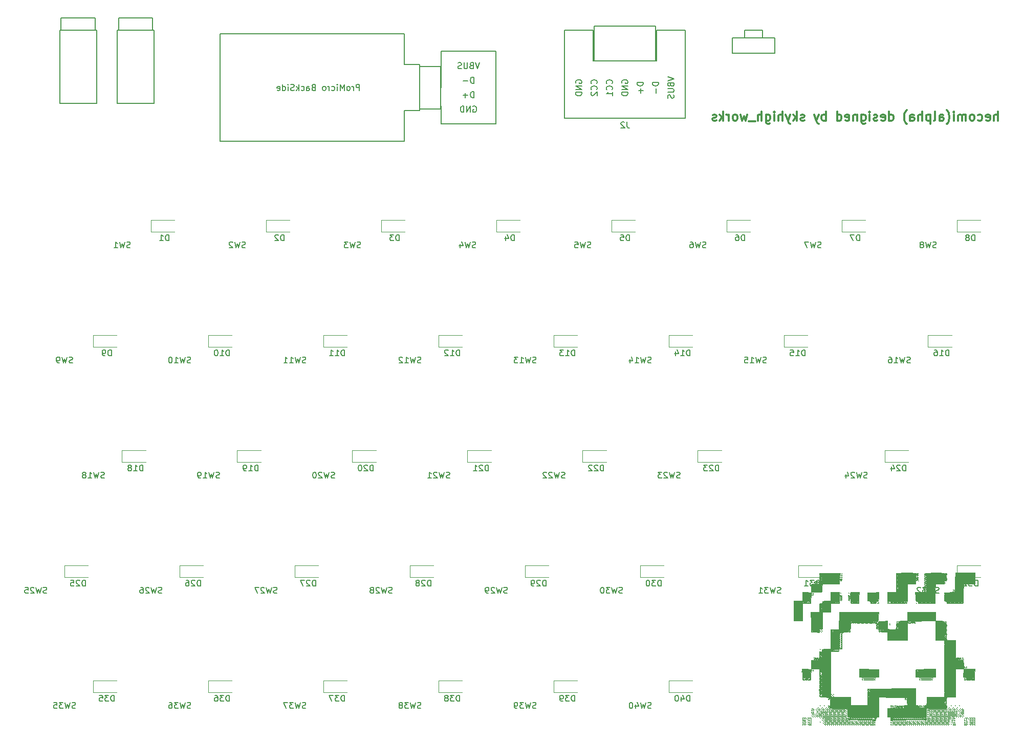
<source format=gbr>
G04 #@! TF.GenerationSoftware,KiCad,Pcbnew,(5.0.0)*
G04 #@! TF.CreationDate,2018-12-18T11:16:47+09:00*
G04 #@! TF.ProjectId,hecomi_R,6865636F6D695F522E6B696361645F70,rev?*
G04 #@! TF.SameCoordinates,Original*
G04 #@! TF.FileFunction,Legend,Bot*
G04 #@! TF.FilePolarity,Positive*
%FSLAX46Y46*%
G04 Gerber Fmt 4.6, Leading zero omitted, Abs format (unit mm)*
G04 Created by KiCad (PCBNEW (5.0.0)) date 12/18/18 11:16:47*
%MOMM*%
%LPD*%
G01*
G04 APERTURE LIST*
%ADD10C,0.300000*%
%ADD11C,0.150000*%
%ADD12C,0.120000*%
%ADD13C,0.010000*%
G04 APERTURE END LIST*
D10*
X195021428Y-5441071D02*
X195021428Y-3941071D01*
X194378571Y-5441071D02*
X194378571Y-4655357D01*
X194450000Y-4512500D01*
X194592857Y-4441071D01*
X194807142Y-4441071D01*
X194950000Y-4512500D01*
X195021428Y-4583928D01*
X193092857Y-5369642D02*
X193235714Y-5441071D01*
X193521428Y-5441071D01*
X193664285Y-5369642D01*
X193735714Y-5226785D01*
X193735714Y-4655357D01*
X193664285Y-4512500D01*
X193521428Y-4441071D01*
X193235714Y-4441071D01*
X193092857Y-4512500D01*
X193021428Y-4655357D01*
X193021428Y-4798214D01*
X193735714Y-4941071D01*
X191735714Y-5369642D02*
X191878571Y-5441071D01*
X192164285Y-5441071D01*
X192307142Y-5369642D01*
X192378571Y-5298214D01*
X192450000Y-5155357D01*
X192450000Y-4726785D01*
X192378571Y-4583928D01*
X192307142Y-4512500D01*
X192164285Y-4441071D01*
X191878571Y-4441071D01*
X191735714Y-4512500D01*
X190878571Y-5441071D02*
X191021428Y-5369642D01*
X191092857Y-5298214D01*
X191164285Y-5155357D01*
X191164285Y-4726785D01*
X191092857Y-4583928D01*
X191021428Y-4512500D01*
X190878571Y-4441071D01*
X190664285Y-4441071D01*
X190521428Y-4512500D01*
X190450000Y-4583928D01*
X190378571Y-4726785D01*
X190378571Y-5155357D01*
X190450000Y-5298214D01*
X190521428Y-5369642D01*
X190664285Y-5441071D01*
X190878571Y-5441071D01*
X189735714Y-5441071D02*
X189735714Y-4441071D01*
X189735714Y-4583928D02*
X189664285Y-4512500D01*
X189521428Y-4441071D01*
X189307142Y-4441071D01*
X189164285Y-4512500D01*
X189092857Y-4655357D01*
X189092857Y-5441071D01*
X189092857Y-4655357D02*
X189021428Y-4512500D01*
X188878571Y-4441071D01*
X188664285Y-4441071D01*
X188521428Y-4512500D01*
X188450000Y-4655357D01*
X188450000Y-5441071D01*
X187735714Y-5441071D02*
X187735714Y-4441071D01*
X187735714Y-3941071D02*
X187807142Y-4012500D01*
X187735714Y-4083928D01*
X187664285Y-4012500D01*
X187735714Y-3941071D01*
X187735714Y-4083928D01*
X186592857Y-6012500D02*
X186664285Y-5941071D01*
X186807142Y-5726785D01*
X186878571Y-5583928D01*
X186950000Y-5369642D01*
X187021428Y-5012500D01*
X187021428Y-4726785D01*
X186950000Y-4369642D01*
X186878571Y-4155357D01*
X186807142Y-4012500D01*
X186664285Y-3798214D01*
X186592857Y-3726785D01*
X185378571Y-5441071D02*
X185378571Y-4655357D01*
X185450000Y-4512500D01*
X185592857Y-4441071D01*
X185878571Y-4441071D01*
X186021428Y-4512500D01*
X185378571Y-5369642D02*
X185521428Y-5441071D01*
X185878571Y-5441071D01*
X186021428Y-5369642D01*
X186092857Y-5226785D01*
X186092857Y-5083928D01*
X186021428Y-4941071D01*
X185878571Y-4869642D01*
X185521428Y-4869642D01*
X185378571Y-4798214D01*
X184450000Y-5441071D02*
X184592857Y-5369642D01*
X184664285Y-5226785D01*
X184664285Y-3941071D01*
X183878571Y-4441071D02*
X183878571Y-5941071D01*
X183878571Y-4512500D02*
X183735714Y-4441071D01*
X183450000Y-4441071D01*
X183307142Y-4512500D01*
X183235714Y-4583928D01*
X183164285Y-4726785D01*
X183164285Y-5155357D01*
X183235714Y-5298214D01*
X183307142Y-5369642D01*
X183450000Y-5441071D01*
X183735714Y-5441071D01*
X183878571Y-5369642D01*
X182521428Y-5441071D02*
X182521428Y-3941071D01*
X181878571Y-5441071D02*
X181878571Y-4655357D01*
X181950000Y-4512500D01*
X182092857Y-4441071D01*
X182307142Y-4441071D01*
X182450000Y-4512500D01*
X182521428Y-4583928D01*
X180521428Y-5441071D02*
X180521428Y-4655357D01*
X180592857Y-4512500D01*
X180735714Y-4441071D01*
X181021428Y-4441071D01*
X181164285Y-4512500D01*
X180521428Y-5369642D02*
X180664285Y-5441071D01*
X181021428Y-5441071D01*
X181164285Y-5369642D01*
X181235714Y-5226785D01*
X181235714Y-5083928D01*
X181164285Y-4941071D01*
X181021428Y-4869642D01*
X180664285Y-4869642D01*
X180521428Y-4798214D01*
X179950000Y-6012500D02*
X179878571Y-5941071D01*
X179735714Y-5726785D01*
X179664285Y-5583928D01*
X179592857Y-5369642D01*
X179521428Y-5012500D01*
X179521428Y-4726785D01*
X179592857Y-4369642D01*
X179664285Y-4155357D01*
X179735714Y-4012500D01*
X179878571Y-3798214D01*
X179950000Y-3726785D01*
X177021428Y-5441071D02*
X177021428Y-3941071D01*
X177021428Y-5369642D02*
X177164285Y-5441071D01*
X177450000Y-5441071D01*
X177592857Y-5369642D01*
X177664285Y-5298214D01*
X177735714Y-5155357D01*
X177735714Y-4726785D01*
X177664285Y-4583928D01*
X177592857Y-4512500D01*
X177450000Y-4441071D01*
X177164285Y-4441071D01*
X177021428Y-4512500D01*
X175735714Y-5369642D02*
X175878571Y-5441071D01*
X176164285Y-5441071D01*
X176307142Y-5369642D01*
X176378571Y-5226785D01*
X176378571Y-4655357D01*
X176307142Y-4512500D01*
X176164285Y-4441071D01*
X175878571Y-4441071D01*
X175735714Y-4512500D01*
X175664285Y-4655357D01*
X175664285Y-4798214D01*
X176378571Y-4941071D01*
X175092857Y-5369642D02*
X174950000Y-5441071D01*
X174664285Y-5441071D01*
X174521428Y-5369642D01*
X174450000Y-5226785D01*
X174450000Y-5155357D01*
X174521428Y-5012500D01*
X174664285Y-4941071D01*
X174878571Y-4941071D01*
X175021428Y-4869642D01*
X175092857Y-4726785D01*
X175092857Y-4655357D01*
X175021428Y-4512500D01*
X174878571Y-4441071D01*
X174664285Y-4441071D01*
X174521428Y-4512500D01*
X173807142Y-5441071D02*
X173807142Y-4441071D01*
X173807142Y-3941071D02*
X173878571Y-4012500D01*
X173807142Y-4083928D01*
X173735714Y-4012500D01*
X173807142Y-3941071D01*
X173807142Y-4083928D01*
X172450000Y-4441071D02*
X172450000Y-5655357D01*
X172521428Y-5798214D01*
X172592857Y-5869642D01*
X172735714Y-5941071D01*
X172950000Y-5941071D01*
X173092857Y-5869642D01*
X172450000Y-5369642D02*
X172592857Y-5441071D01*
X172878571Y-5441071D01*
X173021428Y-5369642D01*
X173092857Y-5298214D01*
X173164285Y-5155357D01*
X173164285Y-4726785D01*
X173092857Y-4583928D01*
X173021428Y-4512500D01*
X172878571Y-4441071D01*
X172592857Y-4441071D01*
X172450000Y-4512500D01*
X171735714Y-4441071D02*
X171735714Y-5441071D01*
X171735714Y-4583928D02*
X171664285Y-4512500D01*
X171521428Y-4441071D01*
X171307142Y-4441071D01*
X171164285Y-4512500D01*
X171092857Y-4655357D01*
X171092857Y-5441071D01*
X169807142Y-5369642D02*
X169950000Y-5441071D01*
X170235714Y-5441071D01*
X170378571Y-5369642D01*
X170450000Y-5226785D01*
X170450000Y-4655357D01*
X170378571Y-4512500D01*
X170235714Y-4441071D01*
X169950000Y-4441071D01*
X169807142Y-4512500D01*
X169735714Y-4655357D01*
X169735714Y-4798214D01*
X170450000Y-4941071D01*
X168450000Y-5441071D02*
X168450000Y-3941071D01*
X168450000Y-5369642D02*
X168592857Y-5441071D01*
X168878571Y-5441071D01*
X169021428Y-5369642D01*
X169092857Y-5298214D01*
X169164285Y-5155357D01*
X169164285Y-4726785D01*
X169092857Y-4583928D01*
X169021428Y-4512500D01*
X168878571Y-4441071D01*
X168592857Y-4441071D01*
X168450000Y-4512500D01*
X166592857Y-5441071D02*
X166592857Y-3941071D01*
X166592857Y-4512500D02*
X166450000Y-4441071D01*
X166164285Y-4441071D01*
X166021428Y-4512500D01*
X165950000Y-4583928D01*
X165878571Y-4726785D01*
X165878571Y-5155357D01*
X165950000Y-5298214D01*
X166021428Y-5369642D01*
X166164285Y-5441071D01*
X166450000Y-5441071D01*
X166592857Y-5369642D01*
X165378571Y-4441071D02*
X165021428Y-5441071D01*
X164664285Y-4441071D02*
X165021428Y-5441071D01*
X165164285Y-5798214D01*
X165235714Y-5869642D01*
X165378571Y-5941071D01*
X163021428Y-5369642D02*
X162878571Y-5441071D01*
X162592857Y-5441071D01*
X162450000Y-5369642D01*
X162378571Y-5226785D01*
X162378571Y-5155357D01*
X162450000Y-5012500D01*
X162592857Y-4941071D01*
X162807142Y-4941071D01*
X162950000Y-4869642D01*
X163021428Y-4726785D01*
X163021428Y-4655357D01*
X162950000Y-4512500D01*
X162807142Y-4441071D01*
X162592857Y-4441071D01*
X162450000Y-4512500D01*
X161735714Y-5441071D02*
X161735714Y-3941071D01*
X161592857Y-4869642D02*
X161164285Y-5441071D01*
X161164285Y-4441071D02*
X161735714Y-5012500D01*
X160664285Y-4441071D02*
X160307142Y-5441071D01*
X159950000Y-4441071D02*
X160307142Y-5441071D01*
X160450000Y-5798214D01*
X160521428Y-5869642D01*
X160664285Y-5941071D01*
X159378571Y-5441071D02*
X159378571Y-3941071D01*
X158735714Y-5441071D02*
X158735714Y-4655357D01*
X158807142Y-4512500D01*
X158950000Y-4441071D01*
X159164285Y-4441071D01*
X159307142Y-4512500D01*
X159378571Y-4583928D01*
X158021428Y-5441071D02*
X158021428Y-4441071D01*
X158021428Y-3941071D02*
X158092857Y-4012500D01*
X158021428Y-4083928D01*
X157950000Y-4012500D01*
X158021428Y-3941071D01*
X158021428Y-4083928D01*
X156664285Y-4441071D02*
X156664285Y-5655357D01*
X156735714Y-5798214D01*
X156807142Y-5869642D01*
X156950000Y-5941071D01*
X157164285Y-5941071D01*
X157307142Y-5869642D01*
X156664285Y-5369642D02*
X156807142Y-5441071D01*
X157092857Y-5441071D01*
X157235714Y-5369642D01*
X157307142Y-5298214D01*
X157378571Y-5155357D01*
X157378571Y-4726785D01*
X157307142Y-4583928D01*
X157235714Y-4512500D01*
X157092857Y-4441071D01*
X156807142Y-4441071D01*
X156664285Y-4512500D01*
X155950000Y-5441071D02*
X155950000Y-3941071D01*
X155307142Y-5441071D02*
X155307142Y-4655357D01*
X155378571Y-4512500D01*
X155521428Y-4441071D01*
X155735714Y-4441071D01*
X155878571Y-4512500D01*
X155950000Y-4583928D01*
X154950000Y-5583928D02*
X153807142Y-5583928D01*
X153592857Y-4441071D02*
X153307142Y-5441071D01*
X153021428Y-4726785D01*
X152735714Y-5441071D01*
X152450000Y-4441071D01*
X151664285Y-5441071D02*
X151807142Y-5369642D01*
X151878571Y-5298214D01*
X151950000Y-5155357D01*
X151950000Y-4726785D01*
X151878571Y-4583928D01*
X151807142Y-4512500D01*
X151664285Y-4441071D01*
X151450000Y-4441071D01*
X151307142Y-4512500D01*
X151235714Y-4583928D01*
X151164285Y-4726785D01*
X151164285Y-5155357D01*
X151235714Y-5298214D01*
X151307142Y-5369642D01*
X151450000Y-5441071D01*
X151664285Y-5441071D01*
X150521428Y-5441071D02*
X150521428Y-4441071D01*
X150521428Y-4726785D02*
X150450000Y-4583928D01*
X150378571Y-4512500D01*
X150235714Y-4441071D01*
X150092857Y-4441071D01*
X149592857Y-5441071D02*
X149592857Y-3941071D01*
X149450000Y-4869642D02*
X149021428Y-5441071D01*
X149021428Y-4441071D02*
X149592857Y-5012500D01*
X148450000Y-5369642D02*
X148307142Y-5441071D01*
X148021428Y-5441071D01*
X147878571Y-5369642D01*
X147807142Y-5226785D01*
X147807142Y-5155357D01*
X147878571Y-5012500D01*
X148021428Y-4941071D01*
X148235714Y-4941071D01*
X148378571Y-4869642D01*
X148450000Y-4726785D01*
X148450000Y-4655357D01*
X148378571Y-4512500D01*
X148235714Y-4441071D01*
X148021428Y-4441071D01*
X147878571Y-4512500D01*
D11*
G04 #@! TO.C,J2*
X128270000Y10160000D02*
X138430000Y10160000D01*
X128270000Y4445000D02*
X128270000Y10160000D01*
X138430000Y4445000D02*
X128270000Y4445000D01*
X138430000Y10160000D02*
X138430000Y4445000D01*
X128110000Y4445000D02*
X130490000Y4445000D01*
X128110000Y9525000D02*
X128110000Y4445000D01*
X123350000Y9525000D02*
X128110000Y9525000D01*
X123350000Y4445000D02*
X123350000Y9525000D01*
X138590000Y4445000D02*
X129070000Y4445000D01*
X138590000Y9525000D02*
X138590000Y4445000D01*
X140970000Y9525000D02*
X138590000Y9525000D01*
X143350000Y9525000D02*
X140970000Y9525000D01*
X143350000Y9525000D02*
X143350000Y4445000D01*
X123350000Y4445000D02*
X123350000Y-3175000D01*
X143350000Y4445000D02*
X143350000Y-3175000D01*
X123350000Y-5075000D02*
X125730000Y-5075000D01*
X123350000Y-3175000D02*
X123350000Y-5075000D01*
X143350000Y-5075000D02*
X124310000Y-5075000D01*
X143350000Y-3175000D02*
X143350000Y-5075000D01*
G04 #@! TO.C,U1*
X102947500Y-6000000D02*
X102947500Y-3000000D01*
X111947500Y-6000000D02*
X102947500Y-6000000D01*
X111947500Y6000000D02*
X111947500Y-6000000D01*
X102947500Y6000000D02*
X111947500Y6000000D01*
X102947500Y0D02*
X102947500Y6000000D01*
X99377500Y-3500000D02*
X99377500Y0D01*
X102877500Y-3500000D02*
X99377500Y-3500000D01*
X102877500Y3500000D02*
X102877500Y-3500000D01*
X99377500Y3500000D02*
X102877500Y3500000D01*
X99377500Y0D02*
X99377500Y3500000D01*
X66357500Y-8890000D02*
X66357500Y8890000D01*
X66357500Y8890000D02*
X96837500Y8890000D01*
X96837500Y8890000D02*
X96837500Y3810000D01*
X96837500Y3810000D02*
X99377500Y3810000D01*
X99377500Y3810000D02*
X99377500Y-3810000D01*
X99377500Y-3810000D02*
X96837500Y-3810000D01*
X96837500Y-3810000D02*
X96837500Y-8890000D01*
X96837500Y-8890000D02*
X66357500Y-8890000D01*
D12*
G04 #@! TO.C,D25*
X40612500Y-81010000D02*
X44512500Y-81010000D01*
X40612500Y-79010000D02*
X44512500Y-79010000D01*
X40612500Y-81010000D02*
X40612500Y-79010000D01*
G04 #@! TO.C,D35*
X45375000Y-100060000D02*
X49275000Y-100060000D01*
X45375000Y-98060000D02*
X49275000Y-98060000D01*
X45375000Y-100060000D02*
X45375000Y-98060000D01*
G04 #@! TO.C,D1*
X54900000Y-23860000D02*
X58800000Y-23860000D01*
X54900000Y-21860000D02*
X58800000Y-21860000D01*
X54900000Y-23860000D02*
X54900000Y-21860000D01*
G04 #@! TO.C,D2*
X73950000Y-23860000D02*
X77850000Y-23860000D01*
X73950000Y-21860000D02*
X77850000Y-21860000D01*
X73950000Y-23860000D02*
X73950000Y-21860000D01*
G04 #@! TO.C,D3*
X93000000Y-23860000D02*
X96900000Y-23860000D01*
X93000000Y-21860000D02*
X96900000Y-21860000D01*
X93000000Y-23860000D02*
X93000000Y-21860000D01*
G04 #@! TO.C,D4*
X112050000Y-23860000D02*
X115950000Y-23860000D01*
X112050000Y-21860000D02*
X115950000Y-21860000D01*
X112050000Y-23860000D02*
X112050000Y-21860000D01*
G04 #@! TO.C,D5*
X131100000Y-23860000D02*
X135000000Y-23860000D01*
X131100000Y-21860000D02*
X135000000Y-21860000D01*
X131100000Y-23860000D02*
X131100000Y-21860000D01*
G04 #@! TO.C,D6*
X150150000Y-23860000D02*
X154050000Y-23860000D01*
X150150000Y-21860000D02*
X154050000Y-21860000D01*
X150150000Y-23860000D02*
X150150000Y-21860000D01*
G04 #@! TO.C,D7*
X169200000Y-23860000D02*
X173100000Y-23860000D01*
X169200000Y-21860000D02*
X173100000Y-21860000D01*
X169200000Y-23860000D02*
X169200000Y-21860000D01*
G04 #@! TO.C,D8*
X188250000Y-23860000D02*
X192150000Y-23860000D01*
X188250000Y-21860000D02*
X192150000Y-21860000D01*
X188250000Y-23860000D02*
X188250000Y-21860000D01*
G04 #@! TO.C,D9*
X45375000Y-42910000D02*
X49275000Y-42910000D01*
X45375000Y-40910000D02*
X49275000Y-40910000D01*
X45375000Y-42910000D02*
X45375000Y-40910000D01*
G04 #@! TO.C,D10*
X64425000Y-42910000D02*
X68325000Y-42910000D01*
X64425000Y-40910000D02*
X68325000Y-40910000D01*
X64425000Y-42910000D02*
X64425000Y-40910000D01*
G04 #@! TO.C,D11*
X83475000Y-42910000D02*
X87375000Y-42910000D01*
X83475000Y-40910000D02*
X87375000Y-40910000D01*
X83475000Y-42910000D02*
X83475000Y-40910000D01*
G04 #@! TO.C,D12*
X102525000Y-42910000D02*
X106425000Y-42910000D01*
X102525000Y-40910000D02*
X106425000Y-40910000D01*
X102525000Y-42910000D02*
X102525000Y-40910000D01*
G04 #@! TO.C,D13*
X121575000Y-42910000D02*
X125475000Y-42910000D01*
X121575000Y-40910000D02*
X125475000Y-40910000D01*
X121575000Y-42910000D02*
X121575000Y-40910000D01*
G04 #@! TO.C,D14*
X140625000Y-42910000D02*
X144525000Y-42910000D01*
X140625000Y-40910000D02*
X144525000Y-40910000D01*
X140625000Y-42910000D02*
X140625000Y-40910000D01*
G04 #@! TO.C,D15*
X159675000Y-42910000D02*
X163575000Y-42910000D01*
X159675000Y-40910000D02*
X163575000Y-40910000D01*
X159675000Y-42910000D02*
X159675000Y-40910000D01*
G04 #@! TO.C,D16*
X183488000Y-42910000D02*
X187388000Y-42910000D01*
X183488000Y-40910000D02*
X187388000Y-40910000D01*
X183488000Y-42910000D02*
X183488000Y-40910000D01*
G04 #@! TO.C,D18*
X50137500Y-61960000D02*
X54037500Y-61960000D01*
X50137500Y-59960000D02*
X54037500Y-59960000D01*
X50137500Y-61960000D02*
X50137500Y-59960000D01*
G04 #@! TO.C,D19*
X69187500Y-61960000D02*
X73087500Y-61960000D01*
X69187500Y-59960000D02*
X73087500Y-59960000D01*
X69187500Y-61960000D02*
X69187500Y-59960000D01*
G04 #@! TO.C,D20*
X88237500Y-61960000D02*
X92137500Y-61960000D01*
X88237500Y-59960000D02*
X92137500Y-59960000D01*
X88237500Y-61960000D02*
X88237500Y-59960000D01*
G04 #@! TO.C,D21*
X107288000Y-61960000D02*
X111188000Y-61960000D01*
X107288000Y-59960000D02*
X111188000Y-59960000D01*
X107288000Y-61960000D02*
X107288000Y-59960000D01*
G04 #@! TO.C,D22*
X126338000Y-61960000D02*
X130238000Y-61960000D01*
X126338000Y-59960000D02*
X130238000Y-59960000D01*
X126338000Y-61960000D02*
X126338000Y-59960000D01*
G04 #@! TO.C,D23*
X145388000Y-61960000D02*
X149288000Y-61960000D01*
X145388000Y-59960000D02*
X149288000Y-59960000D01*
X145388000Y-61960000D02*
X145388000Y-59960000D01*
G04 #@! TO.C,D24*
X176344000Y-61960000D02*
X180244000Y-61960000D01*
X176344000Y-59960000D02*
X180244000Y-59960000D01*
X176344000Y-61960000D02*
X176344000Y-59960000D01*
G04 #@! TO.C,D26*
X59662500Y-81010000D02*
X63562500Y-81010000D01*
X59662500Y-79010000D02*
X63562500Y-79010000D01*
X59662500Y-81010000D02*
X59662500Y-79010000D01*
G04 #@! TO.C,D27*
X78712500Y-81010000D02*
X82612500Y-81010000D01*
X78712500Y-79010000D02*
X82612500Y-79010000D01*
X78712500Y-81010000D02*
X78712500Y-79010000D01*
G04 #@! TO.C,D28*
X97762000Y-81010000D02*
X101662000Y-81010000D01*
X97762000Y-79010000D02*
X101662000Y-79010000D01*
X97762000Y-81010000D02*
X97762000Y-79010000D01*
G04 #@! TO.C,D29*
X116812000Y-81010000D02*
X120712000Y-81010000D01*
X116812000Y-79010000D02*
X120712000Y-79010000D01*
X116812000Y-81010000D02*
X116812000Y-79010000D01*
G04 #@! TO.C,D30*
X135862000Y-81010000D02*
X139762000Y-81010000D01*
X135862000Y-79010000D02*
X139762000Y-79010000D01*
X135862000Y-81010000D02*
X135862000Y-79010000D01*
G04 #@! TO.C,D31*
X162056000Y-81010000D02*
X165956000Y-81010000D01*
X162056000Y-79010000D02*
X165956000Y-79010000D01*
X162056000Y-81010000D02*
X162056000Y-79010000D01*
G04 #@! TO.C,D32*
X188250000Y-81010000D02*
X192150000Y-81010000D01*
X188250000Y-79010000D02*
X192150000Y-79010000D01*
X188250000Y-81010000D02*
X188250000Y-79010000D01*
G04 #@! TO.C,D36*
X64425000Y-100060000D02*
X68325000Y-100060000D01*
X64425000Y-98060000D02*
X68325000Y-98060000D01*
X64425000Y-100060000D02*
X64425000Y-98060000D01*
G04 #@! TO.C,D37*
X83475000Y-100060000D02*
X87375000Y-100060000D01*
X83475000Y-98060000D02*
X87375000Y-98060000D01*
X83475000Y-100060000D02*
X83475000Y-98060000D01*
G04 #@! TO.C,D38*
X102525000Y-100060000D02*
X106425000Y-100060000D01*
X102525000Y-98060000D02*
X106425000Y-98060000D01*
X102525000Y-100060000D02*
X102525000Y-98060000D01*
G04 #@! TO.C,D39*
X121575000Y-100060000D02*
X125475000Y-100060000D01*
X121575000Y-98060000D02*
X125475000Y-98060000D01*
X121575000Y-100060000D02*
X121575000Y-98060000D01*
G04 #@! TO.C,D40*
X140625000Y-100060000D02*
X144525000Y-100060000D01*
X140625000Y-98060000D02*
X144525000Y-98060000D01*
X140625000Y-100060000D02*
X140625000Y-98060000D01*
D11*
G04 #@! TO.C,J4*
X49587500Y11525000D02*
X55187500Y11525000D01*
X55187500Y9525000D02*
X55187500Y11525000D01*
X49587500Y9525000D02*
X49587500Y11525000D01*
X55437500Y9525000D02*
X55437500Y-2575000D01*
X49337500Y9525000D02*
X49337500Y-2575000D01*
X49337500Y-2575000D02*
X55437500Y-2575000D01*
X49337500Y9525000D02*
X55437500Y9525000D01*
G04 #@! TO.C,SW41*
X153122000Y9485000D02*
X153122000Y8235000D01*
X156122000Y9485000D02*
X153122000Y9485000D01*
X156122000Y8235000D02*
X156122000Y9485000D01*
X158122000Y8235000D02*
X158122000Y5735000D01*
X151122000Y8235000D02*
X158122000Y8235000D01*
X151122000Y5735000D02*
X151122000Y8235000D01*
X154622000Y5735000D02*
X151122000Y5735000D01*
X158122000Y5735000D02*
X154622000Y5735000D01*
G04 #@! TO.C,J5*
X40062500Y11525000D02*
X45662500Y11525000D01*
X45662500Y9525000D02*
X45662500Y11525000D01*
X40062500Y9525000D02*
X40062500Y11525000D01*
X45912500Y9525000D02*
X45912500Y-2575000D01*
X39812500Y9525000D02*
X39812500Y-2575000D01*
X39812500Y-2575000D02*
X45912500Y-2575000D01*
X39812500Y9525000D02*
X45912500Y9525000D01*
D13*
G04 #@! TO.C,LOGO2*
G36*
X171585034Y-85046011D02*
X171592859Y-85070581D01*
X171715620Y-85129038D01*
X171777709Y-85142542D01*
X171865300Y-85133989D01*
X171857474Y-85109418D01*
X171734714Y-85050962D01*
X171672625Y-85037458D01*
X171585034Y-85046011D01*
X171585034Y-85046011D01*
G37*
X171585034Y-85046011D02*
X171592859Y-85070581D01*
X171715620Y-85129038D01*
X171777709Y-85142542D01*
X171865300Y-85133989D01*
X171857474Y-85109418D01*
X171734714Y-85050962D01*
X171672625Y-85037458D01*
X171585034Y-85046011D01*
G36*
X184300445Y-85071184D02*
X184306888Y-85104111D01*
X184376325Y-85173522D01*
X184382833Y-85174667D01*
X184450433Y-85116767D01*
X184458779Y-85104111D01*
X184433554Y-85041763D01*
X184382833Y-85033555D01*
X184300445Y-85071184D01*
X184300445Y-85071184D01*
G37*
X184300445Y-85071184D02*
X184306888Y-85104111D01*
X184376325Y-85173522D01*
X184382833Y-85174667D01*
X184450433Y-85116767D01*
X184458779Y-85104111D01*
X184433554Y-85041763D01*
X184382833Y-85033555D01*
X184300445Y-85071184D01*
G36*
X189023730Y-85060023D02*
X189039500Y-85090000D01*
X189119274Y-85170857D01*
X189134160Y-85174667D01*
X189139937Y-85119976D01*
X189124167Y-85090000D01*
X189044393Y-85009143D01*
X189029507Y-85005333D01*
X189023730Y-85060023D01*
X189023730Y-85060023D01*
G37*
X189023730Y-85060023D02*
X189039500Y-85090000D01*
X189119274Y-85170857D01*
X189134160Y-85174667D01*
X189139937Y-85119976D01*
X189124167Y-85090000D01*
X189044393Y-85009143D01*
X189029507Y-85005333D01*
X189023730Y-85060023D01*
G36*
X163851167Y-85132333D02*
X163893500Y-85174667D01*
X163935833Y-85132333D01*
X163893500Y-85090000D01*
X163851167Y-85132333D01*
X163851167Y-85132333D01*
G37*
X163851167Y-85132333D02*
X163893500Y-85174667D01*
X163935833Y-85132333D01*
X163893500Y-85090000D01*
X163851167Y-85132333D01*
G36*
X164343675Y-89713908D02*
X164309332Y-89812081D01*
X164320449Y-89837183D01*
X164389948Y-89911122D01*
X164415108Y-89824009D01*
X164415611Y-89792724D01*
X164378248Y-89707811D01*
X164343675Y-89713908D01*
X164343675Y-89713908D01*
G37*
X164343675Y-89713908D02*
X164309332Y-89812081D01*
X164320449Y-89837183D01*
X164389948Y-89911122D01*
X164415108Y-89824009D01*
X164415611Y-89792724D01*
X164378248Y-89707811D01*
X164343675Y-89713908D01*
G36*
X188235167Y-94445667D02*
X188277500Y-94488000D01*
X188319833Y-94445667D01*
X188277500Y-94403333D01*
X188235167Y-94445667D01*
X188235167Y-94445667D01*
G37*
X188235167Y-94445667D02*
X188277500Y-94488000D01*
X188319833Y-94445667D01*
X188277500Y-94403333D01*
X188235167Y-94445667D01*
G36*
X167525757Y-89840670D02*
X167520056Y-89873667D01*
X167585837Y-89966743D01*
X167618833Y-89972444D01*
X167711910Y-89906663D01*
X167717611Y-89873667D01*
X167651830Y-89780590D01*
X167618833Y-89774889D01*
X167525757Y-89840670D01*
X167525757Y-89840670D01*
G37*
X167525757Y-89840670D02*
X167520056Y-89873667D01*
X167585837Y-89966743D01*
X167618833Y-89972444D01*
X167711910Y-89906663D01*
X167717611Y-89873667D01*
X167651830Y-89780590D01*
X167618833Y-89774889D01*
X167525757Y-89840670D01*
G36*
X173741675Y-99619908D02*
X173707332Y-99718081D01*
X173718449Y-99743183D01*
X173787948Y-99817122D01*
X173813108Y-99730009D01*
X173813611Y-99698724D01*
X173776248Y-99613811D01*
X173741675Y-99619908D01*
X173741675Y-99619908D01*
G37*
X173741675Y-99619908D02*
X173707332Y-99718081D01*
X173718449Y-99743183D01*
X173787948Y-99817122D01*
X173813108Y-99730009D01*
X173813611Y-99698724D01*
X173776248Y-99613811D01*
X173741675Y-99619908D01*
G36*
X186229730Y-101400690D02*
X186245500Y-101430667D01*
X186325274Y-101511523D01*
X186340160Y-101515333D01*
X186345937Y-101460643D01*
X186330167Y-101430667D01*
X186250393Y-101349810D01*
X186235507Y-101346000D01*
X186229730Y-101400690D01*
X186229730Y-101400690D01*
G37*
X186229730Y-101400690D02*
X186245500Y-101430667D01*
X186325274Y-101511523D01*
X186340160Y-101515333D01*
X186345937Y-101460643D01*
X186330167Y-101430667D01*
X186250393Y-101349810D01*
X186235507Y-101346000D01*
X186229730Y-101400690D01*
G36*
X178851617Y-102417382D02*
X178831899Y-102474555D01*
X178839452Y-102482818D01*
X178977512Y-102554442D01*
X179150242Y-102575449D01*
X179284659Y-102544233D01*
X179316945Y-102493314D01*
X179311961Y-102489000D01*
X179175833Y-102489000D01*
X179133500Y-102531333D01*
X179091167Y-102489000D01*
X179006500Y-102489000D01*
X178964167Y-102531333D01*
X178921833Y-102489000D01*
X178964167Y-102446667D01*
X179006500Y-102489000D01*
X179091167Y-102489000D01*
X179133500Y-102446667D01*
X179175833Y-102489000D01*
X179311961Y-102489000D01*
X179242842Y-102429181D01*
X179061839Y-102398689D01*
X179035932Y-102398286D01*
X178851617Y-102417382D01*
X178851617Y-102417382D01*
G37*
X178851617Y-102417382D02*
X178831899Y-102474555D01*
X178839452Y-102482818D01*
X178977512Y-102554442D01*
X179150242Y-102575449D01*
X179284659Y-102544233D01*
X179316945Y-102493314D01*
X179311961Y-102489000D01*
X179175833Y-102489000D01*
X179133500Y-102531333D01*
X179091167Y-102489000D01*
X179006500Y-102489000D01*
X178964167Y-102531333D01*
X178921833Y-102489000D01*
X178964167Y-102446667D01*
X179006500Y-102489000D01*
X179091167Y-102489000D01*
X179133500Y-102446667D01*
X179175833Y-102489000D01*
X179311961Y-102489000D01*
X179242842Y-102429181D01*
X179061839Y-102398689D01*
X179035932Y-102398286D01*
X178851617Y-102417382D01*
G36*
X169198249Y-80298248D02*
X169107355Y-80383499D01*
X169126001Y-80432509D01*
X169137837Y-80433333D01*
X169209449Y-80373196D01*
X169235585Y-80335585D01*
X169245564Y-80277648D01*
X169198249Y-80298248D01*
X169198249Y-80298248D01*
G37*
X169198249Y-80298248D02*
X169107355Y-80383499D01*
X169126001Y-80432509D01*
X169137837Y-80433333D01*
X169209449Y-80373196D01*
X169235585Y-80335585D01*
X169245564Y-80277648D01*
X169198249Y-80298248D01*
G36*
X168915675Y-80569908D02*
X168881332Y-80668081D01*
X168892449Y-80693183D01*
X168961948Y-80767122D01*
X168987108Y-80680009D01*
X168987611Y-80648724D01*
X168950248Y-80563811D01*
X168915675Y-80569908D01*
X168915675Y-80569908D01*
G37*
X168915675Y-80569908D02*
X168881332Y-80668081D01*
X168892449Y-80693183D01*
X168961948Y-80767122D01*
X168987108Y-80680009D01*
X168987611Y-80648724D01*
X168950248Y-80563811D01*
X168915675Y-80569908D01*
G36*
X169137634Y-80594984D02*
X169128722Y-80648724D01*
X169147192Y-80763762D01*
X169208491Y-80717041D01*
X169223884Y-80693183D01*
X169219622Y-80586445D01*
X169200659Y-80569908D01*
X169137634Y-80594984D01*
X169137634Y-80594984D01*
G37*
X169137634Y-80594984D02*
X169128722Y-80648724D01*
X169147192Y-80763762D01*
X169208491Y-80717041D01*
X169223884Y-80693183D01*
X169219622Y-80586445D01*
X169200659Y-80569908D01*
X169137634Y-80594984D01*
G36*
X182816500Y-80729667D02*
X182858833Y-80772000D01*
X182901167Y-80729667D01*
X182858833Y-80687333D01*
X182816500Y-80729667D01*
X182816500Y-80729667D01*
G37*
X182816500Y-80729667D02*
X182858833Y-80772000D01*
X182901167Y-80729667D01*
X182858833Y-80687333D01*
X182816500Y-80729667D01*
G36*
X182816500Y-80899000D02*
X182858833Y-80941333D01*
X182901167Y-80899000D01*
X182858833Y-80856667D01*
X182816500Y-80899000D01*
X182816500Y-80899000D01*
G37*
X182816500Y-80899000D02*
X182858833Y-80941333D01*
X182901167Y-80899000D01*
X182858833Y-80856667D01*
X182816500Y-80899000D01*
G36*
X168915675Y-80908575D02*
X168881332Y-81006747D01*
X168892449Y-81031850D01*
X168961948Y-81105789D01*
X168987108Y-81018676D01*
X168987611Y-80987391D01*
X168950248Y-80902478D01*
X168915675Y-80908575D01*
X168915675Y-80908575D01*
G37*
X168915675Y-80908575D02*
X168881332Y-81006747D01*
X168892449Y-81031850D01*
X168961948Y-81105789D01*
X168987108Y-81018676D01*
X168987611Y-80987391D01*
X168950248Y-80902478D01*
X168915675Y-80908575D01*
G36*
X169137634Y-80933651D02*
X169128722Y-80987391D01*
X169147192Y-81102428D01*
X169208491Y-81055708D01*
X169223884Y-81031850D01*
X169219622Y-80925112D01*
X169200659Y-80908575D01*
X169137634Y-80933651D01*
X169137634Y-80933651D01*
G37*
X169137634Y-80933651D02*
X169128722Y-80987391D01*
X169147192Y-81102428D01*
X169208491Y-81055708D01*
X169223884Y-81031850D01*
X169219622Y-80925112D01*
X169200659Y-80908575D01*
X169137634Y-80933651D01*
G36*
X182816500Y-81407000D02*
X182858833Y-81449333D01*
X182901167Y-81407000D01*
X182858833Y-81364667D01*
X182816500Y-81407000D01*
X182816500Y-81407000D01*
G37*
X182816500Y-81407000D02*
X182858833Y-81449333D01*
X182901167Y-81407000D01*
X182858833Y-81364667D01*
X182816500Y-81407000D01*
G36*
X183004780Y-80909887D02*
X183004902Y-80956207D01*
X182974579Y-81047524D01*
X182936445Y-81051870D01*
X182854087Y-81103070D01*
X182844722Y-81153000D01*
X182896188Y-81249349D01*
X182936445Y-81254129D01*
X183007480Y-81301151D01*
X183007000Y-81343500D01*
X183017519Y-81443662D01*
X183090482Y-81398215D01*
X183109218Y-81370517D01*
X183097708Y-81262288D01*
X183067770Y-81235979D01*
X183024544Y-81144463D01*
X183070500Y-81068333D01*
X183117552Y-80949908D01*
X183072514Y-80900244D01*
X183004780Y-80909887D01*
X183004780Y-80909887D01*
G37*
X183004780Y-80909887D02*
X183004902Y-80956207D01*
X182974579Y-81047524D01*
X182936445Y-81051870D01*
X182854087Y-81103070D01*
X182844722Y-81153000D01*
X182896188Y-81249349D01*
X182936445Y-81254129D01*
X183007480Y-81301151D01*
X183007000Y-81343500D01*
X183017519Y-81443662D01*
X183090482Y-81398215D01*
X183109218Y-81370517D01*
X183097708Y-81262288D01*
X183067770Y-81235979D01*
X183024544Y-81144463D01*
X183070500Y-81068333D01*
X183117552Y-80949908D01*
X183072514Y-80900244D01*
X183004780Y-80909887D01*
G36*
X169014978Y-81244494D02*
X168857300Y-81273522D01*
X168874659Y-81332010D01*
X168920065Y-81393623D01*
X168980525Y-81510349D01*
X168972766Y-81548846D01*
X169000792Y-81585392D01*
X169054442Y-81590444D01*
X169141789Y-81556574D01*
X169137728Y-81525739D01*
X169157061Y-81430078D01*
X169185167Y-81407000D01*
X169218841Y-81345850D01*
X169140555Y-81345850D01*
X169134112Y-81378778D01*
X169064675Y-81448188D01*
X169058167Y-81449333D01*
X168990568Y-81391433D01*
X168982221Y-81378778D01*
X169007446Y-81316430D01*
X169058167Y-81308222D01*
X169140555Y-81345850D01*
X169218841Y-81345850D01*
X169238430Y-81310279D01*
X169228545Y-81281690D01*
X169162284Y-81238305D01*
X169014978Y-81244494D01*
X169014978Y-81244494D01*
G37*
X169014978Y-81244494D02*
X168857300Y-81273522D01*
X168874659Y-81332010D01*
X168920065Y-81393623D01*
X168980525Y-81510349D01*
X168972766Y-81548846D01*
X169000792Y-81585392D01*
X169054442Y-81590444D01*
X169141789Y-81556574D01*
X169137728Y-81525739D01*
X169157061Y-81430078D01*
X169185167Y-81407000D01*
X169218841Y-81345850D01*
X169140555Y-81345850D01*
X169134112Y-81378778D01*
X169064675Y-81448188D01*
X169058167Y-81449333D01*
X168990568Y-81391433D01*
X168982221Y-81378778D01*
X169007446Y-81316430D01*
X169058167Y-81308222D01*
X169140555Y-81345850D01*
X169218841Y-81345850D01*
X169238430Y-81310279D01*
X169228545Y-81281690D01*
X169162284Y-81238305D01*
X169014978Y-81244494D01*
G36*
X181659495Y-80940044D02*
X181657037Y-80976611D01*
X181611986Y-81051975D01*
X181581778Y-81051870D01*
X181499420Y-81103070D01*
X181490056Y-81153000D01*
X181525127Y-81249503D01*
X181552145Y-81254129D01*
X181612116Y-81301003D01*
X181614233Y-81322333D01*
X181568199Y-81391906D01*
X181552145Y-81390537D01*
X181495107Y-81440974D01*
X181490056Y-81482259D01*
X181556587Y-81582057D01*
X181598241Y-81590444D01*
X181687505Y-81535289D01*
X181689963Y-81498722D01*
X181735014Y-81423358D01*
X181765222Y-81423463D01*
X181847580Y-81372263D01*
X181856945Y-81322333D01*
X181828989Y-81225782D01*
X181807556Y-81221204D01*
X181759814Y-81174105D01*
X181758167Y-81153000D01*
X181794924Y-81083410D01*
X181807556Y-81084796D01*
X181852958Y-81034210D01*
X181856945Y-80993074D01*
X181790414Y-80893276D01*
X181748759Y-80884889D01*
X181659495Y-80940044D01*
X181659495Y-80940044D01*
G37*
X181659495Y-80940044D02*
X181657037Y-80976611D01*
X181611986Y-81051975D01*
X181581778Y-81051870D01*
X181499420Y-81103070D01*
X181490056Y-81153000D01*
X181525127Y-81249503D01*
X181552145Y-81254129D01*
X181612116Y-81301003D01*
X181614233Y-81322333D01*
X181568199Y-81391906D01*
X181552145Y-81390537D01*
X181495107Y-81440974D01*
X181490056Y-81482259D01*
X181556587Y-81582057D01*
X181598241Y-81590444D01*
X181687505Y-81535289D01*
X181689963Y-81498722D01*
X181735014Y-81423358D01*
X181765222Y-81423463D01*
X181847580Y-81372263D01*
X181856945Y-81322333D01*
X181828989Y-81225782D01*
X181807556Y-81221204D01*
X181759814Y-81174105D01*
X181758167Y-81153000D01*
X181794924Y-81083410D01*
X181807556Y-81084796D01*
X181852958Y-81034210D01*
X181856945Y-80993074D01*
X181790414Y-80893276D01*
X181748759Y-80884889D01*
X181659495Y-80940044D01*
G36*
X181800500Y-81576333D02*
X181842833Y-81618667D01*
X181885167Y-81576333D01*
X181842833Y-81534000D01*
X181800500Y-81576333D01*
X181800500Y-81576333D01*
G37*
X181800500Y-81576333D02*
X181842833Y-81618667D01*
X181885167Y-81576333D01*
X181842833Y-81534000D01*
X181800500Y-81576333D01*
G36*
X182816500Y-81576333D02*
X182858833Y-81618667D01*
X182901167Y-81576333D01*
X182858833Y-81534000D01*
X182816500Y-81576333D01*
X182816500Y-81576333D01*
G37*
X182816500Y-81576333D02*
X182858833Y-81618667D01*
X182901167Y-81576333D01*
X182858833Y-81534000D01*
X182816500Y-81576333D01*
G36*
X186203167Y-81915000D02*
X186245500Y-81957333D01*
X186287833Y-81915000D01*
X186245500Y-81872667D01*
X186203167Y-81915000D01*
X186203167Y-81915000D01*
G37*
X186203167Y-81915000D02*
X186245500Y-81957333D01*
X186287833Y-81915000D01*
X186245500Y-81872667D01*
X186203167Y-81915000D01*
G36*
X165078833Y-81703333D02*
X164990443Y-81751442D01*
X164909500Y-81703333D01*
X164790386Y-81656677D01*
X164741854Y-81700603D01*
X164649125Y-81759125D01*
X164621428Y-81750772D01*
X164564593Y-81780176D01*
X164556722Y-81834058D01*
X164578512Y-81920571D01*
X164598321Y-81915734D01*
X164688484Y-81924326D01*
X164746006Y-81962179D01*
X164863042Y-82002145D01*
X164909500Y-81957333D01*
X165001330Y-81910409D01*
X165075138Y-81954266D01*
X165201096Y-81991441D01*
X165280311Y-81927277D01*
X165308874Y-81852923D01*
X165255013Y-81852923D01*
X165243698Y-81879898D01*
X165140910Y-81921846D01*
X165113935Y-81910531D01*
X165090426Y-81852923D01*
X164916346Y-81852923D01*
X164905031Y-81879898D01*
X164802244Y-81921846D01*
X164775269Y-81910531D01*
X164733321Y-81807743D01*
X164744636Y-81780768D01*
X164847423Y-81738821D01*
X164874398Y-81750136D01*
X164916346Y-81852923D01*
X165090426Y-81852923D01*
X165071988Y-81807743D01*
X165083303Y-81780768D01*
X165186090Y-81738821D01*
X165213065Y-81750136D01*
X165255013Y-81852923D01*
X165308874Y-81852923D01*
X165328469Y-81801916D01*
X165256749Y-81710455D01*
X165134350Y-81656446D01*
X165078833Y-81703333D01*
X165078833Y-81703333D01*
G37*
X165078833Y-81703333D02*
X164990443Y-81751442D01*
X164909500Y-81703333D01*
X164790386Y-81656677D01*
X164741854Y-81700603D01*
X164649125Y-81759125D01*
X164621428Y-81750772D01*
X164564593Y-81780176D01*
X164556722Y-81834058D01*
X164578512Y-81920571D01*
X164598321Y-81915734D01*
X164688484Y-81924326D01*
X164746006Y-81962179D01*
X164863042Y-82002145D01*
X164909500Y-81957333D01*
X165001330Y-81910409D01*
X165075138Y-81954266D01*
X165201096Y-81991441D01*
X165280311Y-81927277D01*
X165308874Y-81852923D01*
X165255013Y-81852923D01*
X165243698Y-81879898D01*
X165140910Y-81921846D01*
X165113935Y-81910531D01*
X165090426Y-81852923D01*
X164916346Y-81852923D01*
X164905031Y-81879898D01*
X164802244Y-81921846D01*
X164775269Y-81910531D01*
X164733321Y-81807743D01*
X164744636Y-81780768D01*
X164847423Y-81738821D01*
X164874398Y-81750136D01*
X164916346Y-81852923D01*
X165090426Y-81852923D01*
X165071988Y-81807743D01*
X165083303Y-81780768D01*
X165186090Y-81738821D01*
X165213065Y-81750136D01*
X165255013Y-81852923D01*
X165308874Y-81852923D01*
X165328469Y-81801916D01*
X165256749Y-81710455D01*
X165134350Y-81656446D01*
X165078833Y-81703333D01*
G36*
X182816500Y-82084333D02*
X182858833Y-82126667D01*
X182901167Y-82084333D01*
X182858833Y-82042000D01*
X182816500Y-82084333D01*
X182816500Y-82084333D01*
G37*
X182816500Y-82084333D02*
X182858833Y-82126667D01*
X182901167Y-82084333D01*
X182858833Y-82042000D01*
X182816500Y-82084333D01*
G36*
X183004780Y-81587220D02*
X183004902Y-81633540D01*
X182974579Y-81724858D01*
X182936445Y-81729204D01*
X182854087Y-81780404D01*
X182844722Y-81830333D01*
X182896188Y-81926682D01*
X182936445Y-81931463D01*
X183007480Y-81978485D01*
X183007000Y-82020833D01*
X183017519Y-82120996D01*
X183090482Y-82075548D01*
X183109218Y-82047850D01*
X183097708Y-81939621D01*
X183067770Y-81913312D01*
X183024544Y-81821796D01*
X183070500Y-81745667D01*
X183117552Y-81627241D01*
X183072514Y-81577578D01*
X183004780Y-81587220D01*
X183004780Y-81587220D01*
G37*
X183004780Y-81587220D02*
X183004902Y-81633540D01*
X182974579Y-81724858D01*
X182936445Y-81729204D01*
X182854087Y-81780404D01*
X182844722Y-81830333D01*
X182896188Y-81926682D01*
X182936445Y-81931463D01*
X183007480Y-81978485D01*
X183007000Y-82020833D01*
X183017519Y-82120996D01*
X183090482Y-82075548D01*
X183109218Y-82047850D01*
X183097708Y-81939621D01*
X183067770Y-81913312D01*
X183024544Y-81821796D01*
X183070500Y-81745667D01*
X183117552Y-81627241D01*
X183072514Y-81577578D01*
X183004780Y-81587220D01*
G36*
X182816500Y-82253667D02*
X182858833Y-82296000D01*
X182901167Y-82253667D01*
X182858833Y-82211333D01*
X182816500Y-82253667D01*
X182816500Y-82253667D01*
G37*
X182816500Y-82253667D02*
X182858833Y-82296000D01*
X182901167Y-82253667D01*
X182858833Y-82211333D01*
X182816500Y-82253667D01*
G36*
X183004780Y-82264553D02*
X183004902Y-82310873D01*
X182974579Y-82402191D01*
X182936445Y-82406537D01*
X182852371Y-82456502D01*
X182844722Y-82498259D01*
X182911706Y-82597040D01*
X182957611Y-82606444D01*
X183035659Y-82583024D01*
X183028901Y-82564846D01*
X183037493Y-82474683D01*
X183075346Y-82417161D01*
X183115838Y-82300141D01*
X183072514Y-82254911D01*
X183004780Y-82264553D01*
X183004780Y-82264553D01*
G37*
X183004780Y-82264553D02*
X183004902Y-82310873D01*
X182974579Y-82402191D01*
X182936445Y-82406537D01*
X182852371Y-82456502D01*
X182844722Y-82498259D01*
X182911706Y-82597040D01*
X182957611Y-82606444D01*
X183035659Y-82583024D01*
X183028901Y-82564846D01*
X183037493Y-82474683D01*
X183075346Y-82417161D01*
X183115838Y-82300141D01*
X183072514Y-82254911D01*
X183004780Y-82264553D01*
G36*
X182816500Y-82761667D02*
X182858833Y-82804000D01*
X182901167Y-82761667D01*
X182858833Y-82719333D01*
X182816500Y-82761667D01*
X182816500Y-82761667D01*
G37*
X182816500Y-82761667D02*
X182858833Y-82804000D01*
X182901167Y-82761667D01*
X182858833Y-82719333D01*
X182816500Y-82761667D01*
G36*
X182985833Y-82761667D02*
X183028167Y-82804000D01*
X183070500Y-82761667D01*
X183028167Y-82719333D01*
X182985833Y-82761667D01*
X182985833Y-82761667D01*
G37*
X182985833Y-82761667D02*
X183028167Y-82804000D01*
X183070500Y-82761667D01*
X183028167Y-82719333D01*
X182985833Y-82761667D01*
G36*
X182816500Y-82931000D02*
X182858833Y-82973333D01*
X182901167Y-82931000D01*
X182858833Y-82888667D01*
X182816500Y-82931000D01*
X182816500Y-82931000D01*
G37*
X182816500Y-82931000D02*
X182858833Y-82973333D01*
X182901167Y-82931000D01*
X182858833Y-82888667D01*
X182816500Y-82931000D01*
G36*
X183012397Y-82943357D02*
X183028167Y-82973333D01*
X183107941Y-83054190D01*
X183122827Y-83058000D01*
X183128604Y-83003310D01*
X183112833Y-82973333D01*
X183033059Y-82892476D01*
X183018173Y-82888667D01*
X183012397Y-82943357D01*
X183012397Y-82943357D01*
G37*
X183012397Y-82943357D02*
X183028167Y-82973333D01*
X183107941Y-83054190D01*
X183122827Y-83058000D01*
X183128604Y-83003310D01*
X183112833Y-82973333D01*
X183033059Y-82892476D01*
X183018173Y-82888667D01*
X183012397Y-82943357D01*
G36*
X187557833Y-83100333D02*
X187600167Y-83142667D01*
X187642500Y-83100333D01*
X187600167Y-83058000D01*
X187557833Y-83100333D01*
X187557833Y-83100333D01*
G37*
X187557833Y-83100333D02*
X187600167Y-83142667D01*
X187642500Y-83100333D01*
X187600167Y-83058000D01*
X187557833Y-83100333D01*
G36*
X187727167Y-83100333D02*
X187769500Y-83142667D01*
X187811833Y-83100333D01*
X187769500Y-83058000D01*
X187727167Y-83100333D01*
X187727167Y-83100333D01*
G37*
X187727167Y-83100333D02*
X187769500Y-83142667D01*
X187811833Y-83100333D01*
X187769500Y-83058000D01*
X187727167Y-83100333D01*
G36*
X187753730Y-83282023D02*
X187769500Y-83312000D01*
X187849274Y-83392857D01*
X187864160Y-83396667D01*
X187869937Y-83341976D01*
X187854167Y-83312000D01*
X187774393Y-83231143D01*
X187759507Y-83227333D01*
X187753730Y-83282023D01*
X187753730Y-83282023D01*
G37*
X187753730Y-83282023D02*
X187769500Y-83312000D01*
X187849274Y-83392857D01*
X187864160Y-83396667D01*
X187869937Y-83341976D01*
X187854167Y-83312000D01*
X187774393Y-83231143D01*
X187759507Y-83227333D01*
X187753730Y-83282023D01*
G36*
X167191126Y-80276893D02*
X165459833Y-80287771D01*
X165459833Y-80492549D01*
X165483724Y-80631051D01*
X165530389Y-80653721D01*
X165592737Y-80678946D01*
X165600945Y-80729666D01*
X165563316Y-80812055D01*
X165530389Y-80805612D01*
X165484934Y-80850027D01*
X165460945Y-81014881D01*
X165459833Y-81068333D01*
X165476534Y-81255363D01*
X165517919Y-81333937D01*
X165530389Y-81331054D01*
X165592737Y-81356279D01*
X165600945Y-81407000D01*
X165563316Y-81489388D01*
X165530389Y-81482945D01*
X165484999Y-81474161D01*
X165457330Y-81542378D01*
X165438475Y-81723363D01*
X165428083Y-81893833D01*
X165403674Y-82006059D01*
X165318048Y-82064966D01*
X165128413Y-82089464D01*
X164973000Y-82094917D01*
X164581486Y-82102085D01*
X164328605Y-82117469D01*
X164184438Y-82165515D01*
X164119064Y-82270671D01*
X164102562Y-82457384D01*
X164105014Y-82750100D01*
X164105167Y-82804000D01*
X164105167Y-83481333D01*
X165041822Y-83481333D01*
X165452235Y-83478871D01*
X165721518Y-83468466D01*
X165877841Y-83445589D01*
X165949375Y-83405711D01*
X165961853Y-83354333D01*
X165798500Y-83354333D01*
X165756167Y-83396667D01*
X165713833Y-83354333D01*
X165756167Y-83312000D01*
X165798500Y-83354333D01*
X165961853Y-83354333D01*
X165964289Y-83344303D01*
X165963406Y-83333167D01*
X165957400Y-83185000D01*
X165629167Y-83185000D01*
X165586833Y-83227333D01*
X165544500Y-83185000D01*
X165586833Y-83142667D01*
X165629167Y-83185000D01*
X165957400Y-83185000D01*
X165956884Y-83172279D01*
X165955333Y-82905990D01*
X165958084Y-82655833D01*
X165967833Y-82126667D01*
X168761833Y-82126667D01*
X168767125Y-81999667D01*
X165798500Y-81999667D01*
X165756167Y-82042000D01*
X165713833Y-81999667D01*
X165756167Y-81957333D01*
X165798500Y-81999667D01*
X168767125Y-81999667D01*
X168772417Y-81872667D01*
X168773874Y-81830333D01*
X165967833Y-81830333D01*
X165925500Y-81872667D01*
X165883167Y-81830333D01*
X165629167Y-81830333D01*
X165586833Y-81872667D01*
X165544500Y-81830333D01*
X165586833Y-81788000D01*
X165629167Y-81830333D01*
X165883167Y-81830333D01*
X165925500Y-81788000D01*
X165967833Y-81830333D01*
X168773874Y-81830333D01*
X168779706Y-81661000D01*
X165798500Y-81661000D01*
X165756167Y-81703333D01*
X165713833Y-81661000D01*
X165756167Y-81618667D01*
X165798500Y-81661000D01*
X168779706Y-81661000D01*
X168779778Y-81658915D01*
X168787030Y-81407000D01*
X165939611Y-81407000D01*
X165873830Y-81500076D01*
X165840833Y-81505778D01*
X165747757Y-81439997D01*
X165742056Y-81407000D01*
X165807837Y-81313924D01*
X165840833Y-81308222D01*
X165933910Y-81374003D01*
X165939611Y-81407000D01*
X168787030Y-81407000D01*
X168788826Y-81344629D01*
X168795823Y-81068333D01*
X165939611Y-81068333D01*
X165873830Y-81161409D01*
X165840833Y-81167111D01*
X165820867Y-81153000D01*
X165629167Y-81153000D01*
X165586833Y-81195333D01*
X165544500Y-81153000D01*
X165586833Y-81110667D01*
X165629167Y-81153000D01*
X165820867Y-81153000D01*
X165747757Y-81101330D01*
X165742056Y-81068333D01*
X165801893Y-80983667D01*
X165629167Y-80983667D01*
X165586833Y-81026000D01*
X165544500Y-80983667D01*
X165586833Y-80941333D01*
X165629167Y-80983667D01*
X165801893Y-80983667D01*
X165807837Y-80975257D01*
X165840833Y-80969555D01*
X165933910Y-81035336D01*
X165939611Y-81068333D01*
X168795823Y-81068333D01*
X168797432Y-81004833D01*
X168807078Y-80814333D01*
X165967833Y-80814333D01*
X165925500Y-80856667D01*
X165883167Y-80814333D01*
X165798500Y-80814333D01*
X165756167Y-80856667D01*
X165713833Y-80814333D01*
X165756167Y-80772000D01*
X165798500Y-80814333D01*
X165883167Y-80814333D01*
X165925500Y-80772000D01*
X165967833Y-80814333D01*
X168807078Y-80814333D01*
X168814575Y-80666285D01*
X168818439Y-80645000D01*
X165967833Y-80645000D01*
X165925500Y-80687333D01*
X165883167Y-80645000D01*
X165798500Y-80645000D01*
X165756167Y-80687333D01*
X165713833Y-80645000D01*
X165756167Y-80602667D01*
X165798500Y-80645000D01*
X165883167Y-80645000D01*
X165925500Y-80602667D01*
X165967833Y-80645000D01*
X168818439Y-80645000D01*
X168849131Y-80475947D01*
X168901228Y-80417841D01*
X165915925Y-80417841D01*
X165890849Y-80480866D01*
X165837109Y-80489778D01*
X165726526Y-80476786D01*
X165725139Y-80475667D01*
X165629167Y-80475667D01*
X165586833Y-80518000D01*
X165544500Y-80475667D01*
X165586833Y-80433333D01*
X165629167Y-80475667D01*
X165725139Y-80475667D01*
X165713833Y-80466552D01*
X165776896Y-80400468D01*
X165885330Y-80394417D01*
X165915925Y-80417841D01*
X168901228Y-80417841D01*
X168905385Y-80413205D01*
X168920142Y-80414264D01*
X168987598Y-80388295D01*
X168975419Y-80351772D01*
X168871532Y-80321081D01*
X168609886Y-80297926D01*
X168201906Y-80282788D01*
X167659019Y-80276146D01*
X167191126Y-80276893D01*
X167191126Y-80276893D01*
G37*
X167191126Y-80276893D02*
X165459833Y-80287771D01*
X165459833Y-80492549D01*
X165483724Y-80631051D01*
X165530389Y-80653721D01*
X165592737Y-80678946D01*
X165600945Y-80729666D01*
X165563316Y-80812055D01*
X165530389Y-80805612D01*
X165484934Y-80850027D01*
X165460945Y-81014881D01*
X165459833Y-81068333D01*
X165476534Y-81255363D01*
X165517919Y-81333937D01*
X165530389Y-81331054D01*
X165592737Y-81356279D01*
X165600945Y-81407000D01*
X165563316Y-81489388D01*
X165530389Y-81482945D01*
X165484999Y-81474161D01*
X165457330Y-81542378D01*
X165438475Y-81723363D01*
X165428083Y-81893833D01*
X165403674Y-82006059D01*
X165318048Y-82064966D01*
X165128413Y-82089464D01*
X164973000Y-82094917D01*
X164581486Y-82102085D01*
X164328605Y-82117469D01*
X164184438Y-82165515D01*
X164119064Y-82270671D01*
X164102562Y-82457384D01*
X164105014Y-82750100D01*
X164105167Y-82804000D01*
X164105167Y-83481333D01*
X165041822Y-83481333D01*
X165452235Y-83478871D01*
X165721518Y-83468466D01*
X165877841Y-83445589D01*
X165949375Y-83405711D01*
X165961853Y-83354333D01*
X165798500Y-83354333D01*
X165756167Y-83396667D01*
X165713833Y-83354333D01*
X165756167Y-83312000D01*
X165798500Y-83354333D01*
X165961853Y-83354333D01*
X165964289Y-83344303D01*
X165963406Y-83333167D01*
X165957400Y-83185000D01*
X165629167Y-83185000D01*
X165586833Y-83227333D01*
X165544500Y-83185000D01*
X165586833Y-83142667D01*
X165629167Y-83185000D01*
X165957400Y-83185000D01*
X165956884Y-83172279D01*
X165955333Y-82905990D01*
X165958084Y-82655833D01*
X165967833Y-82126667D01*
X168761833Y-82126667D01*
X168767125Y-81999667D01*
X165798500Y-81999667D01*
X165756167Y-82042000D01*
X165713833Y-81999667D01*
X165756167Y-81957333D01*
X165798500Y-81999667D01*
X168767125Y-81999667D01*
X168772417Y-81872667D01*
X168773874Y-81830333D01*
X165967833Y-81830333D01*
X165925500Y-81872667D01*
X165883167Y-81830333D01*
X165629167Y-81830333D01*
X165586833Y-81872667D01*
X165544500Y-81830333D01*
X165586833Y-81788000D01*
X165629167Y-81830333D01*
X165883167Y-81830333D01*
X165925500Y-81788000D01*
X165967833Y-81830333D01*
X168773874Y-81830333D01*
X168779706Y-81661000D01*
X165798500Y-81661000D01*
X165756167Y-81703333D01*
X165713833Y-81661000D01*
X165756167Y-81618667D01*
X165798500Y-81661000D01*
X168779706Y-81661000D01*
X168779778Y-81658915D01*
X168787030Y-81407000D01*
X165939611Y-81407000D01*
X165873830Y-81500076D01*
X165840833Y-81505778D01*
X165747757Y-81439997D01*
X165742056Y-81407000D01*
X165807837Y-81313924D01*
X165840833Y-81308222D01*
X165933910Y-81374003D01*
X165939611Y-81407000D01*
X168787030Y-81407000D01*
X168788826Y-81344629D01*
X168795823Y-81068333D01*
X165939611Y-81068333D01*
X165873830Y-81161409D01*
X165840833Y-81167111D01*
X165820867Y-81153000D01*
X165629167Y-81153000D01*
X165586833Y-81195333D01*
X165544500Y-81153000D01*
X165586833Y-81110667D01*
X165629167Y-81153000D01*
X165820867Y-81153000D01*
X165747757Y-81101330D01*
X165742056Y-81068333D01*
X165801893Y-80983667D01*
X165629167Y-80983667D01*
X165586833Y-81026000D01*
X165544500Y-80983667D01*
X165586833Y-80941333D01*
X165629167Y-80983667D01*
X165801893Y-80983667D01*
X165807837Y-80975257D01*
X165840833Y-80969555D01*
X165933910Y-81035336D01*
X165939611Y-81068333D01*
X168795823Y-81068333D01*
X168797432Y-81004833D01*
X168807078Y-80814333D01*
X165967833Y-80814333D01*
X165925500Y-80856667D01*
X165883167Y-80814333D01*
X165798500Y-80814333D01*
X165756167Y-80856667D01*
X165713833Y-80814333D01*
X165756167Y-80772000D01*
X165798500Y-80814333D01*
X165883167Y-80814333D01*
X165925500Y-80772000D01*
X165967833Y-80814333D01*
X168807078Y-80814333D01*
X168814575Y-80666285D01*
X168818439Y-80645000D01*
X165967833Y-80645000D01*
X165925500Y-80687333D01*
X165883167Y-80645000D01*
X165798500Y-80645000D01*
X165756167Y-80687333D01*
X165713833Y-80645000D01*
X165756167Y-80602667D01*
X165798500Y-80645000D01*
X165883167Y-80645000D01*
X165925500Y-80602667D01*
X165967833Y-80645000D01*
X168818439Y-80645000D01*
X168849131Y-80475947D01*
X168901228Y-80417841D01*
X165915925Y-80417841D01*
X165890849Y-80480866D01*
X165837109Y-80489778D01*
X165726526Y-80476786D01*
X165725139Y-80475667D01*
X165629167Y-80475667D01*
X165586833Y-80518000D01*
X165544500Y-80475667D01*
X165586833Y-80433333D01*
X165629167Y-80475667D01*
X165725139Y-80475667D01*
X165713833Y-80466552D01*
X165776896Y-80400468D01*
X165885330Y-80394417D01*
X165915925Y-80417841D01*
X168901228Y-80417841D01*
X168905385Y-80413205D01*
X168920142Y-80414264D01*
X168987598Y-80388295D01*
X168975419Y-80351772D01*
X168871532Y-80321081D01*
X168609886Y-80297926D01*
X168201906Y-80282788D01*
X167659019Y-80276146D01*
X167191126Y-80276893D01*
G36*
X168931167Y-83608333D02*
X168973500Y-83650667D01*
X169015833Y-83608333D01*
X168973500Y-83566000D01*
X168931167Y-83608333D01*
X168931167Y-83608333D01*
G37*
X168931167Y-83608333D02*
X168973500Y-83650667D01*
X169015833Y-83608333D01*
X168973500Y-83566000D01*
X168931167Y-83608333D01*
G36*
X170285833Y-83608333D02*
X170328167Y-83650667D01*
X170370500Y-83608333D01*
X170328167Y-83566000D01*
X170285833Y-83608333D01*
X170285833Y-83608333D01*
G37*
X170285833Y-83608333D02*
X170328167Y-83650667D01*
X170370500Y-83608333D01*
X170328167Y-83566000D01*
X170285833Y-83608333D01*
G36*
X164396301Y-83642984D02*
X164387389Y-83696724D01*
X164405858Y-83811762D01*
X164467158Y-83765041D01*
X164482551Y-83741183D01*
X164478288Y-83634445D01*
X164459326Y-83617908D01*
X164396301Y-83642984D01*
X164396301Y-83642984D01*
G37*
X164396301Y-83642984D02*
X164387389Y-83696724D01*
X164405858Y-83811762D01*
X164467158Y-83765041D01*
X164482551Y-83741183D01*
X164478288Y-83634445D01*
X164459326Y-83617908D01*
X164396301Y-83642984D01*
G36*
X164189833Y-83947000D02*
X164232167Y-83989333D01*
X164274500Y-83947000D01*
X164232167Y-83904667D01*
X164189833Y-83947000D01*
X164189833Y-83947000D01*
G37*
X164189833Y-83947000D02*
X164232167Y-83989333D01*
X164274500Y-83947000D01*
X164232167Y-83904667D01*
X164189833Y-83947000D01*
G36*
X164359167Y-83947000D02*
X164401500Y-83989333D01*
X164443833Y-83947000D01*
X164401500Y-83904667D01*
X164359167Y-83947000D01*
X164359167Y-83947000D01*
G37*
X164359167Y-83947000D02*
X164401500Y-83989333D01*
X164443833Y-83947000D01*
X164401500Y-83904667D01*
X164359167Y-83947000D01*
G36*
X168894990Y-83979372D02*
X168904067Y-84091322D01*
X168933897Y-84118021D01*
X168977123Y-84209537D01*
X168931167Y-84285667D01*
X168883058Y-84402292D01*
X168931167Y-84455000D01*
X168978091Y-84546830D01*
X168934234Y-84620637D01*
X168897059Y-84746596D01*
X168961223Y-84825810D01*
X169086584Y-84873969D01*
X169178045Y-84802248D01*
X169209223Y-84731590D01*
X169149679Y-84731590D01*
X169138364Y-84758565D01*
X169035577Y-84800512D01*
X169008602Y-84789197D01*
X168966654Y-84686410D01*
X168977969Y-84659435D01*
X169080757Y-84617487D01*
X169107732Y-84628802D01*
X169149679Y-84731590D01*
X169209223Y-84731590D01*
X169232054Y-84679849D01*
X169185167Y-84624333D01*
X169137058Y-84535943D01*
X169185167Y-84455000D01*
X169210774Y-84392923D01*
X169149679Y-84392923D01*
X169138364Y-84419898D01*
X169035577Y-84461846D01*
X169008602Y-84450531D01*
X168966654Y-84347743D01*
X168977969Y-84320768D01*
X169080757Y-84278821D01*
X169107732Y-84290136D01*
X169149679Y-84392923D01*
X169210774Y-84392923D01*
X169233276Y-84338374D01*
X169185167Y-84285667D01*
X169141609Y-84192546D01*
X169163318Y-84153154D01*
X169079742Y-84153154D01*
X169068160Y-84158667D01*
X168990895Y-84099063D01*
X168973500Y-84074000D01*
X168951925Y-83994846D01*
X168963507Y-83989333D01*
X169040772Y-84048937D01*
X169058167Y-84074000D01*
X169079742Y-84153154D01*
X169163318Y-84153154D01*
X169199431Y-84087629D01*
X169255013Y-84002091D01*
X169232499Y-84009765D01*
X169113328Y-84019328D01*
X169052328Y-83984487D01*
X168932438Y-83945414D01*
X168894990Y-83979372D01*
X168894990Y-83979372D01*
G37*
X168894990Y-83979372D02*
X168904067Y-84091322D01*
X168933897Y-84118021D01*
X168977123Y-84209537D01*
X168931167Y-84285667D01*
X168883058Y-84402292D01*
X168931167Y-84455000D01*
X168978091Y-84546830D01*
X168934234Y-84620637D01*
X168897059Y-84746596D01*
X168961223Y-84825810D01*
X169086584Y-84873969D01*
X169178045Y-84802248D01*
X169209223Y-84731590D01*
X169149679Y-84731590D01*
X169138364Y-84758565D01*
X169035577Y-84800512D01*
X169008602Y-84789197D01*
X168966654Y-84686410D01*
X168977969Y-84659435D01*
X169080757Y-84617487D01*
X169107732Y-84628802D01*
X169149679Y-84731590D01*
X169209223Y-84731590D01*
X169232054Y-84679849D01*
X169185167Y-84624333D01*
X169137058Y-84535943D01*
X169185167Y-84455000D01*
X169210774Y-84392923D01*
X169149679Y-84392923D01*
X169138364Y-84419898D01*
X169035577Y-84461846D01*
X169008602Y-84450531D01*
X168966654Y-84347743D01*
X168977969Y-84320768D01*
X169080757Y-84278821D01*
X169107732Y-84290136D01*
X169149679Y-84392923D01*
X169210774Y-84392923D01*
X169233276Y-84338374D01*
X169185167Y-84285667D01*
X169141609Y-84192546D01*
X169163318Y-84153154D01*
X169079742Y-84153154D01*
X169068160Y-84158667D01*
X168990895Y-84099063D01*
X168973500Y-84074000D01*
X168951925Y-83994846D01*
X168963507Y-83989333D01*
X169040772Y-84048937D01*
X169058167Y-84074000D01*
X169079742Y-84153154D01*
X169163318Y-84153154D01*
X169199431Y-84087629D01*
X169255013Y-84002091D01*
X169232499Y-84009765D01*
X169113328Y-84019328D01*
X169052328Y-83984487D01*
X168932438Y-83945414D01*
X168894990Y-83979372D01*
G36*
X170251675Y-83976106D02*
X170258818Y-84091006D01*
X170288564Y-84118021D01*
X170331790Y-84209537D01*
X170285833Y-84285667D01*
X170237724Y-84402292D01*
X170285833Y-84455000D01*
X170332758Y-84546830D01*
X170288901Y-84620637D01*
X170252264Y-84746010D01*
X170319585Y-84828878D01*
X170443969Y-84881900D01*
X170496256Y-84838013D01*
X170506975Y-84769203D01*
X170482627Y-84770402D01*
X170415454Y-84731070D01*
X170412833Y-84709000D01*
X170449591Y-84639410D01*
X170462222Y-84640796D01*
X170506688Y-84589057D01*
X170511611Y-84539667D01*
X170476540Y-84443163D01*
X170449522Y-84438537D01*
X170389551Y-84391664D01*
X170387433Y-84370333D01*
X170437761Y-84302323D01*
X170455757Y-84304208D01*
X170506142Y-84264495D01*
X170491513Y-84153154D01*
X170434408Y-84153154D01*
X170422827Y-84158667D01*
X170345562Y-84099063D01*
X170328167Y-84074000D01*
X170306592Y-83994846D01*
X170318173Y-83989333D01*
X170395439Y-84048937D01*
X170412833Y-84074000D01*
X170434408Y-84153154D01*
X170491513Y-84153154D01*
X170490215Y-84143281D01*
X170420584Y-84008882D01*
X170396133Y-83981099D01*
X170289602Y-83938943D01*
X170251675Y-83976106D01*
X170251675Y-83976106D01*
G37*
X170251675Y-83976106D02*
X170258818Y-84091006D01*
X170288564Y-84118021D01*
X170331790Y-84209537D01*
X170285833Y-84285667D01*
X170237724Y-84402292D01*
X170285833Y-84455000D01*
X170332758Y-84546830D01*
X170288901Y-84620637D01*
X170252264Y-84746010D01*
X170319585Y-84828878D01*
X170443969Y-84881900D01*
X170496256Y-84838013D01*
X170506975Y-84769203D01*
X170482627Y-84770402D01*
X170415454Y-84731070D01*
X170412833Y-84709000D01*
X170449591Y-84639410D01*
X170462222Y-84640796D01*
X170506688Y-84589057D01*
X170511611Y-84539667D01*
X170476540Y-84443163D01*
X170449522Y-84438537D01*
X170389551Y-84391664D01*
X170387433Y-84370333D01*
X170437761Y-84302323D01*
X170455757Y-84304208D01*
X170506142Y-84264495D01*
X170491513Y-84153154D01*
X170434408Y-84153154D01*
X170422827Y-84158667D01*
X170345562Y-84099063D01*
X170328167Y-84074000D01*
X170306592Y-83994846D01*
X170318173Y-83989333D01*
X170395439Y-84048937D01*
X170412833Y-84074000D01*
X170434408Y-84153154D01*
X170491513Y-84153154D01*
X170490215Y-84143281D01*
X170420584Y-84008882D01*
X170396133Y-83981099D01*
X170289602Y-83938943D01*
X170251675Y-83976106D01*
G36*
X175196500Y-85132333D02*
X175238833Y-85174667D01*
X175281167Y-85132333D01*
X175238833Y-85090000D01*
X175196500Y-85132333D01*
X175196500Y-85132333D01*
G37*
X175196500Y-85132333D02*
X175238833Y-85174667D01*
X175281167Y-85132333D01*
X175238833Y-85090000D01*
X175196500Y-85132333D01*
G36*
X176720500Y-85132333D02*
X176762833Y-85174667D01*
X176805167Y-85132333D01*
X176762833Y-85090000D01*
X176720500Y-85132333D01*
X176720500Y-85132333D01*
G37*
X176720500Y-85132333D02*
X176762833Y-85174667D01*
X176805167Y-85132333D01*
X176762833Y-85090000D01*
X176720500Y-85132333D01*
G36*
X176889833Y-85132333D02*
X176932167Y-85174667D01*
X176974500Y-85132333D01*
X176932167Y-85090000D01*
X176889833Y-85132333D01*
X176889833Y-85132333D01*
G37*
X176889833Y-85132333D02*
X176932167Y-85174667D01*
X176974500Y-85132333D01*
X176932167Y-85090000D01*
X176889833Y-85132333D01*
G36*
X170615552Y-83756500D02*
X170613060Y-84033359D01*
X170617833Y-84402889D01*
X170628244Y-84788665D01*
X170642664Y-85114257D01*
X170645418Y-85158438D01*
X170660490Y-85254568D01*
X170713209Y-85310995D01*
X170838458Y-85336339D01*
X171071119Y-85339223D01*
X171345753Y-85331554D01*
X172033139Y-85309232D01*
X172038350Y-85082415D01*
X171933826Y-85082415D01*
X171911778Y-85189108D01*
X171862186Y-85223580D01*
X171718163Y-85225532D01*
X171692810Y-85225467D01*
X171661688Y-85217000D01*
X171386500Y-85217000D01*
X171344167Y-85259333D01*
X171301833Y-85217000D01*
X171217167Y-85217000D01*
X171174833Y-85259333D01*
X171132500Y-85217000D01*
X171174833Y-85174667D01*
X171217167Y-85217000D01*
X171301833Y-85217000D01*
X171344167Y-85174667D01*
X171386500Y-85217000D01*
X171661688Y-85217000D01*
X171534742Y-85182464D01*
X171519909Y-85132333D01*
X171019611Y-85132333D01*
X170953830Y-85225409D01*
X170920833Y-85231111D01*
X170827757Y-85165330D01*
X170822056Y-85132333D01*
X170887837Y-85039257D01*
X170920833Y-85033555D01*
X171013910Y-85099336D01*
X171019611Y-85132333D01*
X171519909Y-85132333D01*
X171509803Y-85098179D01*
X171554292Y-85047667D01*
X171386500Y-85047667D01*
X171344167Y-85090000D01*
X171301833Y-85047667D01*
X171217167Y-85047667D01*
X171174833Y-85090000D01*
X171132500Y-85047667D01*
X171174833Y-85005333D01*
X171217167Y-85047667D01*
X171301833Y-85047667D01*
X171344167Y-85005333D01*
X171386500Y-85047667D01*
X171554292Y-85047667D01*
X171598763Y-84997177D01*
X171744341Y-84959361D01*
X171905294Y-84982007D01*
X171933826Y-85082415D01*
X172038350Y-85082415D01*
X172054140Y-84395282D01*
X172075141Y-83481333D01*
X170624500Y-83481333D01*
X170615552Y-83756500D01*
X170615552Y-83756500D01*
G37*
X170615552Y-83756500D02*
X170613060Y-84033359D01*
X170617833Y-84402889D01*
X170628244Y-84788665D01*
X170642664Y-85114257D01*
X170645418Y-85158438D01*
X170660490Y-85254568D01*
X170713209Y-85310995D01*
X170838458Y-85336339D01*
X171071119Y-85339223D01*
X171345753Y-85331554D01*
X172033139Y-85309232D01*
X172038350Y-85082415D01*
X171933826Y-85082415D01*
X171911778Y-85189108D01*
X171862186Y-85223580D01*
X171718163Y-85225532D01*
X171692810Y-85225467D01*
X171661688Y-85217000D01*
X171386500Y-85217000D01*
X171344167Y-85259333D01*
X171301833Y-85217000D01*
X171217167Y-85217000D01*
X171174833Y-85259333D01*
X171132500Y-85217000D01*
X171174833Y-85174667D01*
X171217167Y-85217000D01*
X171301833Y-85217000D01*
X171344167Y-85174667D01*
X171386500Y-85217000D01*
X171661688Y-85217000D01*
X171534742Y-85182464D01*
X171519909Y-85132333D01*
X171019611Y-85132333D01*
X170953830Y-85225409D01*
X170920833Y-85231111D01*
X170827757Y-85165330D01*
X170822056Y-85132333D01*
X170887837Y-85039257D01*
X170920833Y-85033555D01*
X171013910Y-85099336D01*
X171019611Y-85132333D01*
X171519909Y-85132333D01*
X171509803Y-85098179D01*
X171554292Y-85047667D01*
X171386500Y-85047667D01*
X171344167Y-85090000D01*
X171301833Y-85047667D01*
X171217167Y-85047667D01*
X171174833Y-85090000D01*
X171132500Y-85047667D01*
X171174833Y-85005333D01*
X171217167Y-85047667D01*
X171301833Y-85047667D01*
X171344167Y-85005333D01*
X171386500Y-85047667D01*
X171554292Y-85047667D01*
X171598763Y-84997177D01*
X171744341Y-84959361D01*
X171905294Y-84982007D01*
X171933826Y-85082415D01*
X172038350Y-85082415D01*
X172054140Y-84395282D01*
X172075141Y-83481333D01*
X170624500Y-83481333D01*
X170615552Y-83756500D01*
G36*
X174349833Y-83495225D02*
X173418500Y-83520924D01*
X173418500Y-84920667D01*
X173672500Y-84920667D01*
X173854027Y-84943448D01*
X173920434Y-85040288D01*
X173926500Y-85132333D01*
X173937579Y-85250621D01*
X173997603Y-85313919D01*
X174146752Y-85339341D01*
X174423471Y-85344000D01*
X174701280Y-85338797D01*
X174848863Y-85313009D01*
X174905242Y-85251366D01*
X174907019Y-85217000D01*
X174773167Y-85217000D01*
X174730833Y-85259333D01*
X174688500Y-85217000D01*
X174603833Y-85217000D01*
X174561500Y-85259333D01*
X174519167Y-85217000D01*
X174561500Y-85174667D01*
X174603833Y-85217000D01*
X174688500Y-85217000D01*
X174730833Y-85174667D01*
X174773167Y-85217000D01*
X174907019Y-85217000D01*
X174910304Y-85153500D01*
X174914764Y-85132333D01*
X174406278Y-85132333D01*
X174340497Y-85225409D01*
X174307500Y-85231111D01*
X174287534Y-85217000D01*
X174095833Y-85217000D01*
X174053500Y-85259333D01*
X174011167Y-85217000D01*
X174053500Y-85174667D01*
X174095833Y-85217000D01*
X174287534Y-85217000D01*
X174214424Y-85165330D01*
X174208722Y-85132333D01*
X174268559Y-85047667D01*
X174095833Y-85047667D01*
X174053500Y-85090000D01*
X174011167Y-85047667D01*
X174053500Y-85005333D01*
X174095833Y-85047667D01*
X174268559Y-85047667D01*
X174274503Y-85039257D01*
X174307500Y-85033555D01*
X174400576Y-85099336D01*
X174406278Y-85132333D01*
X174914764Y-85132333D01*
X174932608Y-85047667D01*
X174773167Y-85047667D01*
X174730833Y-85090000D01*
X174688500Y-85047667D01*
X174603833Y-85047667D01*
X174561500Y-85090000D01*
X174519167Y-85047667D01*
X174561500Y-85005333D01*
X174603833Y-85047667D01*
X174688500Y-85047667D01*
X174730833Y-85005333D01*
X174773167Y-85047667D01*
X174932608Y-85047667D01*
X174941265Y-85006594D01*
X175084126Y-84972819D01*
X175090667Y-84973137D01*
X175181131Y-84969471D01*
X175237205Y-84925274D01*
X175267097Y-84808371D01*
X175279015Y-84586589D01*
X175281167Y-84227754D01*
X175281167Y-83862333D01*
X173926500Y-83862333D01*
X173884167Y-83904667D01*
X173841833Y-83862333D01*
X173757167Y-83862333D01*
X173714833Y-83904667D01*
X173672500Y-83862333D01*
X173587833Y-83862333D01*
X173545500Y-83904667D01*
X173503167Y-83862333D01*
X173545500Y-83820000D01*
X173587833Y-83862333D01*
X173672500Y-83862333D01*
X173714833Y-83820000D01*
X173757167Y-83862333D01*
X173841833Y-83862333D01*
X173884167Y-83820000D01*
X173926500Y-83862333D01*
X175281167Y-83862333D01*
X175281167Y-83693000D01*
X173926500Y-83693000D01*
X173884167Y-83735333D01*
X173841833Y-83693000D01*
X173757167Y-83693000D01*
X173714833Y-83735333D01*
X173672500Y-83693000D01*
X173587833Y-83693000D01*
X173545500Y-83735333D01*
X173503167Y-83693000D01*
X173545500Y-83650667D01*
X173587833Y-83693000D01*
X173672500Y-83693000D01*
X173714833Y-83650667D01*
X173757167Y-83693000D01*
X173841833Y-83693000D01*
X173884167Y-83650667D01*
X173926500Y-83693000D01*
X175281167Y-83693000D01*
X175281167Y-83469526D01*
X174349833Y-83495225D01*
X174349833Y-83495225D01*
G37*
X174349833Y-83495225D02*
X173418500Y-83520924D01*
X173418500Y-84920667D01*
X173672500Y-84920667D01*
X173854027Y-84943448D01*
X173920434Y-85040288D01*
X173926500Y-85132333D01*
X173937579Y-85250621D01*
X173997603Y-85313919D01*
X174146752Y-85339341D01*
X174423471Y-85344000D01*
X174701280Y-85338797D01*
X174848863Y-85313009D01*
X174905242Y-85251366D01*
X174907019Y-85217000D01*
X174773167Y-85217000D01*
X174730833Y-85259333D01*
X174688500Y-85217000D01*
X174603833Y-85217000D01*
X174561500Y-85259333D01*
X174519167Y-85217000D01*
X174561500Y-85174667D01*
X174603833Y-85217000D01*
X174688500Y-85217000D01*
X174730833Y-85174667D01*
X174773167Y-85217000D01*
X174907019Y-85217000D01*
X174910304Y-85153500D01*
X174914764Y-85132333D01*
X174406278Y-85132333D01*
X174340497Y-85225409D01*
X174307500Y-85231111D01*
X174287534Y-85217000D01*
X174095833Y-85217000D01*
X174053500Y-85259333D01*
X174011167Y-85217000D01*
X174053500Y-85174667D01*
X174095833Y-85217000D01*
X174287534Y-85217000D01*
X174214424Y-85165330D01*
X174208722Y-85132333D01*
X174268559Y-85047667D01*
X174095833Y-85047667D01*
X174053500Y-85090000D01*
X174011167Y-85047667D01*
X174053500Y-85005333D01*
X174095833Y-85047667D01*
X174268559Y-85047667D01*
X174274503Y-85039257D01*
X174307500Y-85033555D01*
X174400576Y-85099336D01*
X174406278Y-85132333D01*
X174914764Y-85132333D01*
X174932608Y-85047667D01*
X174773167Y-85047667D01*
X174730833Y-85090000D01*
X174688500Y-85047667D01*
X174603833Y-85047667D01*
X174561500Y-85090000D01*
X174519167Y-85047667D01*
X174561500Y-85005333D01*
X174603833Y-85047667D01*
X174688500Y-85047667D01*
X174730833Y-85005333D01*
X174773167Y-85047667D01*
X174932608Y-85047667D01*
X174941265Y-85006594D01*
X175084126Y-84972819D01*
X175090667Y-84973137D01*
X175181131Y-84969471D01*
X175237205Y-84925274D01*
X175267097Y-84808371D01*
X175279015Y-84586589D01*
X175281167Y-84227754D01*
X175281167Y-83862333D01*
X173926500Y-83862333D01*
X173884167Y-83904667D01*
X173841833Y-83862333D01*
X173757167Y-83862333D01*
X173714833Y-83904667D01*
X173672500Y-83862333D01*
X173587833Y-83862333D01*
X173545500Y-83904667D01*
X173503167Y-83862333D01*
X173545500Y-83820000D01*
X173587833Y-83862333D01*
X173672500Y-83862333D01*
X173714833Y-83820000D01*
X173757167Y-83862333D01*
X173841833Y-83862333D01*
X173884167Y-83820000D01*
X173926500Y-83862333D01*
X175281167Y-83862333D01*
X175281167Y-83693000D01*
X173926500Y-83693000D01*
X173884167Y-83735333D01*
X173841833Y-83693000D01*
X173757167Y-83693000D01*
X173714833Y-83735333D01*
X173672500Y-83693000D01*
X173587833Y-83693000D01*
X173545500Y-83735333D01*
X173503167Y-83693000D01*
X173545500Y-83650667D01*
X173587833Y-83693000D01*
X173672500Y-83693000D01*
X173714833Y-83650667D01*
X173757167Y-83693000D01*
X173841833Y-83693000D01*
X173884167Y-83650667D01*
X173926500Y-83693000D01*
X175281167Y-83693000D01*
X175281167Y-83469526D01*
X174349833Y-83495225D01*
G36*
X175027167Y-85301667D02*
X175069500Y-85344000D01*
X175111833Y-85301667D01*
X175069500Y-85259333D01*
X175027167Y-85301667D01*
X175027167Y-85301667D01*
G37*
X175027167Y-85301667D02*
X175069500Y-85344000D01*
X175111833Y-85301667D01*
X175069500Y-85259333D01*
X175027167Y-85301667D01*
G36*
X175196500Y-85301667D02*
X175238833Y-85344000D01*
X175281167Y-85301667D01*
X175238833Y-85259333D01*
X175196500Y-85301667D01*
X175196500Y-85301667D01*
G37*
X175196500Y-85301667D02*
X175238833Y-85344000D01*
X175281167Y-85301667D01*
X175238833Y-85259333D01*
X175196500Y-85301667D01*
G36*
X176720500Y-85301667D02*
X176762833Y-85344000D01*
X176805167Y-85301667D01*
X176762833Y-85259333D01*
X176720500Y-85301667D01*
X176720500Y-85301667D01*
G37*
X176720500Y-85301667D02*
X176762833Y-85344000D01*
X176805167Y-85301667D01*
X176762833Y-85259333D01*
X176720500Y-85301667D01*
G36*
X176889833Y-85301667D02*
X176932167Y-85344000D01*
X176974500Y-85301667D01*
X176932167Y-85259333D01*
X176889833Y-85301667D01*
X176889833Y-85301667D01*
G37*
X176889833Y-85301667D02*
X176932167Y-85344000D01*
X176974500Y-85301667D01*
X176932167Y-85259333D01*
X176889833Y-85301667D01*
G36*
X177059167Y-85301667D02*
X177101500Y-85344000D01*
X177143833Y-85301667D01*
X177101500Y-85259333D01*
X177059167Y-85301667D01*
X177059167Y-85301667D01*
G37*
X177059167Y-85301667D02*
X177101500Y-85344000D01*
X177143833Y-85301667D01*
X177101500Y-85259333D01*
X177059167Y-85301667D01*
G36*
X179802930Y-80270506D02*
X178159833Y-80286419D01*
X178159833Y-81423206D01*
X178163228Y-81896481D01*
X178174706Y-82220282D01*
X178196208Y-82414361D01*
X178229674Y-82498467D01*
X178265667Y-82500242D01*
X178329149Y-82474855D01*
X178269814Y-82550035D01*
X178265667Y-82554512D01*
X178202573Y-82703142D01*
X178164707Y-82948021D01*
X178159833Y-83074933D01*
X178159833Y-83481333D01*
X176720500Y-83481333D01*
X176720500Y-84976500D01*
X176995667Y-84969750D01*
X177185513Y-84982856D01*
X177256044Y-85057670D01*
X177260413Y-85156916D01*
X177249993Y-85350832D01*
X178464203Y-85339286D01*
X178893837Y-85331567D01*
X179254075Y-85318151D01*
X179515587Y-85300677D01*
X179649045Y-85280789D01*
X179659957Y-85272370D01*
X179705264Y-85209349D01*
X179726167Y-85204300D01*
X179795597Y-85236921D01*
X179794371Y-85253689D01*
X179844807Y-85310726D01*
X179886093Y-85315778D01*
X179985678Y-85249150D01*
X179994278Y-85206613D01*
X179956885Y-85130823D01*
X179929573Y-85137439D01*
X179834312Y-85117326D01*
X179808278Y-85085865D01*
X179710479Y-85056988D01*
X179597180Y-85134132D01*
X179484549Y-85225850D01*
X179476542Y-85217000D01*
X179345167Y-85217000D01*
X179302833Y-85259333D01*
X179260500Y-85217000D01*
X179302833Y-85174667D01*
X179345167Y-85217000D01*
X179476542Y-85217000D01*
X179456904Y-85195298D01*
X179464043Y-85132333D01*
X179147611Y-85132333D01*
X179081830Y-85225409D01*
X179048833Y-85231111D01*
X179028867Y-85217000D01*
X178837167Y-85217000D01*
X178794833Y-85259333D01*
X178752500Y-85217000D01*
X178667833Y-85217000D01*
X178625500Y-85259333D01*
X178583167Y-85217000D01*
X178625500Y-85174667D01*
X178667833Y-85217000D01*
X178752500Y-85217000D01*
X178794833Y-85174667D01*
X178837167Y-85217000D01*
X179028867Y-85217000D01*
X178955757Y-85165330D01*
X178950056Y-85132333D01*
X178470278Y-85132333D01*
X178404497Y-85225409D01*
X178371500Y-85231111D01*
X178351534Y-85217000D01*
X178159833Y-85217000D01*
X178117500Y-85259333D01*
X178075167Y-85217000D01*
X177990500Y-85217000D01*
X177948167Y-85259333D01*
X177905833Y-85217000D01*
X177948167Y-85174667D01*
X177990500Y-85217000D01*
X178075167Y-85217000D01*
X178117500Y-85174667D01*
X178159833Y-85217000D01*
X178351534Y-85217000D01*
X178278424Y-85165330D01*
X178272722Y-85132333D01*
X177792945Y-85132333D01*
X177727164Y-85225409D01*
X177694167Y-85231111D01*
X177674201Y-85217000D01*
X177482500Y-85217000D01*
X177440167Y-85259333D01*
X177397833Y-85217000D01*
X177440167Y-85174667D01*
X177482500Y-85217000D01*
X177674201Y-85217000D01*
X177601091Y-85165330D01*
X177595389Y-85132333D01*
X177655226Y-85047667D01*
X177482500Y-85047667D01*
X177440167Y-85090000D01*
X177397833Y-85047667D01*
X177440167Y-85005333D01*
X177482500Y-85047667D01*
X177655226Y-85047667D01*
X177661170Y-85039257D01*
X177694167Y-85033555D01*
X177787243Y-85099336D01*
X177792945Y-85132333D01*
X178272722Y-85132333D01*
X178332559Y-85047667D01*
X178159833Y-85047667D01*
X178117500Y-85090000D01*
X178075167Y-85047667D01*
X177990500Y-85047667D01*
X177948167Y-85090000D01*
X177905833Y-85047667D01*
X177948167Y-85005333D01*
X177990500Y-85047667D01*
X178075167Y-85047667D01*
X178117500Y-85005333D01*
X178159833Y-85047667D01*
X178332559Y-85047667D01*
X178338503Y-85039257D01*
X178371500Y-85033555D01*
X178464576Y-85099336D01*
X178470278Y-85132333D01*
X178950056Y-85132333D01*
X179009893Y-85047667D01*
X178837167Y-85047667D01*
X178794833Y-85090000D01*
X178752500Y-85047667D01*
X178667833Y-85047667D01*
X178625500Y-85090000D01*
X178583167Y-85047667D01*
X178625500Y-85005333D01*
X178667833Y-85047667D01*
X178752500Y-85047667D01*
X178794833Y-85005333D01*
X178837167Y-85047667D01*
X179009893Y-85047667D01*
X179015837Y-85039257D01*
X179048833Y-85033555D01*
X179141910Y-85099336D01*
X179147611Y-85132333D01*
X179464043Y-85132333D01*
X179465614Y-85118480D01*
X179508043Y-85047667D01*
X179345167Y-85047667D01*
X179302833Y-85090000D01*
X179260500Y-85047667D01*
X179302833Y-85005333D01*
X179345167Y-85047667D01*
X179508043Y-85047667D01*
X179534229Y-85003964D01*
X179718229Y-84969343D01*
X179755529Y-84969750D01*
X180022500Y-84976500D01*
X180022500Y-82945967D01*
X178548817Y-82945967D01*
X178537218Y-82979183D01*
X178456466Y-83055222D01*
X178441966Y-83015667D01*
X178329167Y-83015667D01*
X178286833Y-83058000D01*
X178244500Y-83015667D01*
X178286833Y-82973333D01*
X178329167Y-83015667D01*
X178441966Y-83015667D01*
X178430189Y-82983545D01*
X178435000Y-82952167D01*
X178400523Y-82865540D01*
X178364445Y-82862796D01*
X178282087Y-82811596D01*
X178272722Y-82761667D01*
X178324188Y-82665317D01*
X178364445Y-82660537D01*
X178433678Y-82612733D01*
X178432902Y-82564873D01*
X178460307Y-82495769D01*
X178500514Y-82508911D01*
X178545061Y-82599542D01*
X178498500Y-82677000D01*
X178451844Y-82796114D01*
X178495770Y-82844646D01*
X178548817Y-82945967D01*
X180022500Y-82945967D01*
X180022500Y-82338333D01*
X178498500Y-82338333D01*
X178456167Y-82380667D01*
X178413833Y-82338333D01*
X178329167Y-82338333D01*
X178286833Y-82380667D01*
X178244500Y-82338333D01*
X178286833Y-82296000D01*
X178329167Y-82338333D01*
X178413833Y-82338333D01*
X178456167Y-82296000D01*
X178498500Y-82338333D01*
X180022500Y-82338333D01*
X180022500Y-82126667D01*
X181377167Y-82126667D01*
X181378222Y-82084333D01*
X178470278Y-82084333D01*
X178404497Y-82177409D01*
X178371500Y-82183111D01*
X178278424Y-82117330D01*
X178272722Y-82084333D01*
X178338503Y-81991257D01*
X178371500Y-81985555D01*
X178464576Y-82051336D01*
X178470278Y-82084333D01*
X181378222Y-82084333D01*
X181384558Y-81830333D01*
X178498500Y-81830333D01*
X178456167Y-81872667D01*
X178413833Y-81830333D01*
X178329167Y-81830333D01*
X178286833Y-81872667D01*
X178244500Y-81830333D01*
X178286833Y-81788000D01*
X178329167Y-81830333D01*
X178413833Y-81830333D01*
X178456167Y-81788000D01*
X178498500Y-81830333D01*
X181384558Y-81830333D01*
X181387198Y-81724500D01*
X181387912Y-81661000D01*
X178498500Y-81661000D01*
X178456167Y-81703333D01*
X178413833Y-81661000D01*
X178329167Y-81661000D01*
X178286833Y-81703333D01*
X178244500Y-81661000D01*
X178286833Y-81618667D01*
X178329167Y-81661000D01*
X178413833Y-81661000D01*
X178456167Y-81618667D01*
X178498500Y-81661000D01*
X181387912Y-81661000D01*
X181390161Y-81461113D01*
X181389050Y-81407000D01*
X178470278Y-81407000D01*
X178404497Y-81500076D01*
X178371500Y-81505778D01*
X178278424Y-81439997D01*
X178272722Y-81407000D01*
X178338503Y-81313924D01*
X178371500Y-81308222D01*
X178464576Y-81374003D01*
X178470278Y-81407000D01*
X181389050Y-81407000D01*
X181386045Y-81260660D01*
X181382044Y-81210219D01*
X181395662Y-81153000D01*
X178498500Y-81153000D01*
X178456167Y-81195333D01*
X178413833Y-81153000D01*
X178329167Y-81153000D01*
X178286833Y-81195333D01*
X178244500Y-81153000D01*
X178286833Y-81110667D01*
X178329167Y-81153000D01*
X178413833Y-81153000D01*
X178456167Y-81110667D01*
X178498500Y-81153000D01*
X181395662Y-81153000D01*
X181418617Y-81056557D01*
X181463859Y-80983667D01*
X178498500Y-80983667D01*
X178456167Y-81026000D01*
X178413833Y-80983667D01*
X178329167Y-80983667D01*
X178286833Y-81026000D01*
X178244500Y-80983667D01*
X178286833Y-80941333D01*
X178329167Y-80983667D01*
X178413833Y-80983667D01*
X178456167Y-80941333D01*
X178498500Y-80983667D01*
X181463859Y-80983667D01*
X181477846Y-80961133D01*
X181540356Y-80869261D01*
X181484851Y-80886636D01*
X181483000Y-80887744D01*
X181393198Y-80886885D01*
X181377167Y-80814333D01*
X181417934Y-80729667D01*
X178470278Y-80729667D01*
X178404497Y-80822743D01*
X178371500Y-80828444D01*
X178278424Y-80762663D01*
X178272722Y-80729667D01*
X178338503Y-80636590D01*
X178371500Y-80630889D01*
X178464576Y-80696670D01*
X178470278Y-80729667D01*
X181417934Y-80729667D01*
X181421309Y-80722658D01*
X181483000Y-80737091D01*
X181546483Y-80762478D01*
X181487148Y-80687298D01*
X181483000Y-80682821D01*
X181401519Y-80550247D01*
X181388291Y-80475667D01*
X178498500Y-80475667D01*
X178456167Y-80518000D01*
X178413833Y-80475667D01*
X178329167Y-80475667D01*
X178286833Y-80518000D01*
X178244500Y-80475667D01*
X178286833Y-80433333D01*
X178329167Y-80475667D01*
X178413833Y-80475667D01*
X178456167Y-80433333D01*
X178498500Y-80475667D01*
X181388291Y-80475667D01*
X181379978Y-80428803D01*
X181422354Y-80376965D01*
X181463215Y-80391853D01*
X181511219Y-80494633D01*
X181499255Y-80525948D01*
X181514935Y-80585059D01*
X181561374Y-80583598D01*
X181652691Y-80613921D01*
X181657037Y-80652055D01*
X181707002Y-80736129D01*
X181748759Y-80743778D01*
X181848557Y-80677247D01*
X181856945Y-80635592D01*
X181819319Y-80546185D01*
X181794856Y-80543870D01*
X181734885Y-80496997D01*
X181732767Y-80475667D01*
X181792096Y-80411150D01*
X181815260Y-80414264D01*
X181857726Y-80383707D01*
X181841589Y-80346653D01*
X181750958Y-80302106D01*
X181673500Y-80348666D01*
X181556860Y-80396634D01*
X181503801Y-80348074D01*
X181404912Y-80311655D01*
X181156571Y-80286355D01*
X180753278Y-80271923D01*
X180189532Y-80268110D01*
X179802930Y-80270506D01*
X179802930Y-80270506D01*
G37*
X179802930Y-80270506D02*
X178159833Y-80286419D01*
X178159833Y-81423206D01*
X178163228Y-81896481D01*
X178174706Y-82220282D01*
X178196208Y-82414361D01*
X178229674Y-82498467D01*
X178265667Y-82500242D01*
X178329149Y-82474855D01*
X178269814Y-82550035D01*
X178265667Y-82554512D01*
X178202573Y-82703142D01*
X178164707Y-82948021D01*
X178159833Y-83074933D01*
X178159833Y-83481333D01*
X176720500Y-83481333D01*
X176720500Y-84976500D01*
X176995667Y-84969750D01*
X177185513Y-84982856D01*
X177256044Y-85057670D01*
X177260413Y-85156916D01*
X177249993Y-85350832D01*
X178464203Y-85339286D01*
X178893837Y-85331567D01*
X179254075Y-85318151D01*
X179515587Y-85300677D01*
X179649045Y-85280789D01*
X179659957Y-85272370D01*
X179705264Y-85209349D01*
X179726167Y-85204300D01*
X179795597Y-85236921D01*
X179794371Y-85253689D01*
X179844807Y-85310726D01*
X179886093Y-85315778D01*
X179985678Y-85249150D01*
X179994278Y-85206613D01*
X179956885Y-85130823D01*
X179929573Y-85137439D01*
X179834312Y-85117326D01*
X179808278Y-85085865D01*
X179710479Y-85056988D01*
X179597180Y-85134132D01*
X179484549Y-85225850D01*
X179476542Y-85217000D01*
X179345167Y-85217000D01*
X179302833Y-85259333D01*
X179260500Y-85217000D01*
X179302833Y-85174667D01*
X179345167Y-85217000D01*
X179476542Y-85217000D01*
X179456904Y-85195298D01*
X179464043Y-85132333D01*
X179147611Y-85132333D01*
X179081830Y-85225409D01*
X179048833Y-85231111D01*
X179028867Y-85217000D01*
X178837167Y-85217000D01*
X178794833Y-85259333D01*
X178752500Y-85217000D01*
X178667833Y-85217000D01*
X178625500Y-85259333D01*
X178583167Y-85217000D01*
X178625500Y-85174667D01*
X178667833Y-85217000D01*
X178752500Y-85217000D01*
X178794833Y-85174667D01*
X178837167Y-85217000D01*
X179028867Y-85217000D01*
X178955757Y-85165330D01*
X178950056Y-85132333D01*
X178470278Y-85132333D01*
X178404497Y-85225409D01*
X178371500Y-85231111D01*
X178351534Y-85217000D01*
X178159833Y-85217000D01*
X178117500Y-85259333D01*
X178075167Y-85217000D01*
X177990500Y-85217000D01*
X177948167Y-85259333D01*
X177905833Y-85217000D01*
X177948167Y-85174667D01*
X177990500Y-85217000D01*
X178075167Y-85217000D01*
X178117500Y-85174667D01*
X178159833Y-85217000D01*
X178351534Y-85217000D01*
X178278424Y-85165330D01*
X178272722Y-85132333D01*
X177792945Y-85132333D01*
X177727164Y-85225409D01*
X177694167Y-85231111D01*
X177674201Y-85217000D01*
X177482500Y-85217000D01*
X177440167Y-85259333D01*
X177397833Y-85217000D01*
X177440167Y-85174667D01*
X177482500Y-85217000D01*
X177674201Y-85217000D01*
X177601091Y-85165330D01*
X177595389Y-85132333D01*
X177655226Y-85047667D01*
X177482500Y-85047667D01*
X177440167Y-85090000D01*
X177397833Y-85047667D01*
X177440167Y-85005333D01*
X177482500Y-85047667D01*
X177655226Y-85047667D01*
X177661170Y-85039257D01*
X177694167Y-85033555D01*
X177787243Y-85099336D01*
X177792945Y-85132333D01*
X178272722Y-85132333D01*
X178332559Y-85047667D01*
X178159833Y-85047667D01*
X178117500Y-85090000D01*
X178075167Y-85047667D01*
X177990500Y-85047667D01*
X177948167Y-85090000D01*
X177905833Y-85047667D01*
X177948167Y-85005333D01*
X177990500Y-85047667D01*
X178075167Y-85047667D01*
X178117500Y-85005333D01*
X178159833Y-85047667D01*
X178332559Y-85047667D01*
X178338503Y-85039257D01*
X178371500Y-85033555D01*
X178464576Y-85099336D01*
X178470278Y-85132333D01*
X178950056Y-85132333D01*
X179009893Y-85047667D01*
X178837167Y-85047667D01*
X178794833Y-85090000D01*
X178752500Y-85047667D01*
X178667833Y-85047667D01*
X178625500Y-85090000D01*
X178583167Y-85047667D01*
X178625500Y-85005333D01*
X178667833Y-85047667D01*
X178752500Y-85047667D01*
X178794833Y-85005333D01*
X178837167Y-85047667D01*
X179009893Y-85047667D01*
X179015837Y-85039257D01*
X179048833Y-85033555D01*
X179141910Y-85099336D01*
X179147611Y-85132333D01*
X179464043Y-85132333D01*
X179465614Y-85118480D01*
X179508043Y-85047667D01*
X179345167Y-85047667D01*
X179302833Y-85090000D01*
X179260500Y-85047667D01*
X179302833Y-85005333D01*
X179345167Y-85047667D01*
X179508043Y-85047667D01*
X179534229Y-85003964D01*
X179718229Y-84969343D01*
X179755529Y-84969750D01*
X180022500Y-84976500D01*
X180022500Y-82945967D01*
X178548817Y-82945967D01*
X178537218Y-82979183D01*
X178456466Y-83055222D01*
X178441966Y-83015667D01*
X178329167Y-83015667D01*
X178286833Y-83058000D01*
X178244500Y-83015667D01*
X178286833Y-82973333D01*
X178329167Y-83015667D01*
X178441966Y-83015667D01*
X178430189Y-82983545D01*
X178435000Y-82952167D01*
X178400523Y-82865540D01*
X178364445Y-82862796D01*
X178282087Y-82811596D01*
X178272722Y-82761667D01*
X178324188Y-82665317D01*
X178364445Y-82660537D01*
X178433678Y-82612733D01*
X178432902Y-82564873D01*
X178460307Y-82495769D01*
X178500514Y-82508911D01*
X178545061Y-82599542D01*
X178498500Y-82677000D01*
X178451844Y-82796114D01*
X178495770Y-82844646D01*
X178548817Y-82945967D01*
X180022500Y-82945967D01*
X180022500Y-82338333D01*
X178498500Y-82338333D01*
X178456167Y-82380667D01*
X178413833Y-82338333D01*
X178329167Y-82338333D01*
X178286833Y-82380667D01*
X178244500Y-82338333D01*
X178286833Y-82296000D01*
X178329167Y-82338333D01*
X178413833Y-82338333D01*
X178456167Y-82296000D01*
X178498500Y-82338333D01*
X180022500Y-82338333D01*
X180022500Y-82126667D01*
X181377167Y-82126667D01*
X181378222Y-82084333D01*
X178470278Y-82084333D01*
X178404497Y-82177409D01*
X178371500Y-82183111D01*
X178278424Y-82117330D01*
X178272722Y-82084333D01*
X178338503Y-81991257D01*
X178371500Y-81985555D01*
X178464576Y-82051336D01*
X178470278Y-82084333D01*
X181378222Y-82084333D01*
X181384558Y-81830333D01*
X178498500Y-81830333D01*
X178456167Y-81872667D01*
X178413833Y-81830333D01*
X178329167Y-81830333D01*
X178286833Y-81872667D01*
X178244500Y-81830333D01*
X178286833Y-81788000D01*
X178329167Y-81830333D01*
X178413833Y-81830333D01*
X178456167Y-81788000D01*
X178498500Y-81830333D01*
X181384558Y-81830333D01*
X181387198Y-81724500D01*
X181387912Y-81661000D01*
X178498500Y-81661000D01*
X178456167Y-81703333D01*
X178413833Y-81661000D01*
X178329167Y-81661000D01*
X178286833Y-81703333D01*
X178244500Y-81661000D01*
X178286833Y-81618667D01*
X178329167Y-81661000D01*
X178413833Y-81661000D01*
X178456167Y-81618667D01*
X178498500Y-81661000D01*
X181387912Y-81661000D01*
X181390161Y-81461113D01*
X181389050Y-81407000D01*
X178470278Y-81407000D01*
X178404497Y-81500076D01*
X178371500Y-81505778D01*
X178278424Y-81439997D01*
X178272722Y-81407000D01*
X178338503Y-81313924D01*
X178371500Y-81308222D01*
X178464576Y-81374003D01*
X178470278Y-81407000D01*
X181389050Y-81407000D01*
X181386045Y-81260660D01*
X181382044Y-81210219D01*
X181395662Y-81153000D01*
X178498500Y-81153000D01*
X178456167Y-81195333D01*
X178413833Y-81153000D01*
X178329167Y-81153000D01*
X178286833Y-81195333D01*
X178244500Y-81153000D01*
X178286833Y-81110667D01*
X178329167Y-81153000D01*
X178413833Y-81153000D01*
X178456167Y-81110667D01*
X178498500Y-81153000D01*
X181395662Y-81153000D01*
X181418617Y-81056557D01*
X181463859Y-80983667D01*
X178498500Y-80983667D01*
X178456167Y-81026000D01*
X178413833Y-80983667D01*
X178329167Y-80983667D01*
X178286833Y-81026000D01*
X178244500Y-80983667D01*
X178286833Y-80941333D01*
X178329167Y-80983667D01*
X178413833Y-80983667D01*
X178456167Y-80941333D01*
X178498500Y-80983667D01*
X181463859Y-80983667D01*
X181477846Y-80961133D01*
X181540356Y-80869261D01*
X181484851Y-80886636D01*
X181483000Y-80887744D01*
X181393198Y-80886885D01*
X181377167Y-80814333D01*
X181417934Y-80729667D01*
X178470278Y-80729667D01*
X178404497Y-80822743D01*
X178371500Y-80828444D01*
X178278424Y-80762663D01*
X178272722Y-80729667D01*
X178338503Y-80636590D01*
X178371500Y-80630889D01*
X178464576Y-80696670D01*
X178470278Y-80729667D01*
X181417934Y-80729667D01*
X181421309Y-80722658D01*
X181483000Y-80737091D01*
X181546483Y-80762478D01*
X181487148Y-80687298D01*
X181483000Y-80682821D01*
X181401519Y-80550247D01*
X181388291Y-80475667D01*
X178498500Y-80475667D01*
X178456167Y-80518000D01*
X178413833Y-80475667D01*
X178329167Y-80475667D01*
X178286833Y-80518000D01*
X178244500Y-80475667D01*
X178286833Y-80433333D01*
X178329167Y-80475667D01*
X178413833Y-80475667D01*
X178456167Y-80433333D01*
X178498500Y-80475667D01*
X181388291Y-80475667D01*
X181379978Y-80428803D01*
X181422354Y-80376965D01*
X181463215Y-80391853D01*
X181511219Y-80494633D01*
X181499255Y-80525948D01*
X181514935Y-80585059D01*
X181561374Y-80583598D01*
X181652691Y-80613921D01*
X181657037Y-80652055D01*
X181707002Y-80736129D01*
X181748759Y-80743778D01*
X181848557Y-80677247D01*
X181856945Y-80635592D01*
X181819319Y-80546185D01*
X181794856Y-80543870D01*
X181734885Y-80496997D01*
X181732767Y-80475667D01*
X181792096Y-80411150D01*
X181815260Y-80414264D01*
X181857726Y-80383707D01*
X181841589Y-80346653D01*
X181750958Y-80302106D01*
X181673500Y-80348666D01*
X181556860Y-80396634D01*
X181503801Y-80348074D01*
X181404912Y-80311655D01*
X181156571Y-80286355D01*
X180753278Y-80271923D01*
X180189532Y-80268110D01*
X179802930Y-80270506D01*
G36*
X181461833Y-85301667D02*
X181504167Y-85344000D01*
X181546500Y-85301667D01*
X181504167Y-85259333D01*
X181461833Y-85301667D01*
X181461833Y-85301667D01*
G37*
X181461833Y-85301667D02*
X181504167Y-85344000D01*
X181546500Y-85301667D01*
X181504167Y-85259333D01*
X181461833Y-85301667D01*
G36*
X184644521Y-80267730D02*
X184139320Y-80274985D01*
X183697850Y-80289102D01*
X183346785Y-80308616D01*
X183112797Y-80332061D01*
X183023093Y-80356875D01*
X182930644Y-80404351D01*
X182909428Y-80396105D01*
X182852007Y-80424696D01*
X182844722Y-80474687D01*
X182895833Y-80571752D01*
X182936445Y-80576796D01*
X183005678Y-80624600D01*
X183004902Y-80672460D01*
X183032307Y-80741564D01*
X183072514Y-80728422D01*
X183117061Y-80637791D01*
X183070500Y-80560333D01*
X183024634Y-80439815D01*
X183066389Y-80393541D01*
X183155810Y-80359122D01*
X183165433Y-80364836D01*
X183174738Y-80467896D01*
X183181468Y-80700527D01*
X183185729Y-81029165D01*
X183187628Y-81420246D01*
X183187273Y-81840206D01*
X183184768Y-82255480D01*
X183180223Y-82632503D01*
X183173742Y-82937711D01*
X183165432Y-83137540D01*
X183156423Y-83199530D01*
X183114240Y-83248834D01*
X183112833Y-83269666D01*
X183163713Y-83334194D01*
X183182627Y-83331069D01*
X183213491Y-83362196D01*
X183196256Y-83398680D01*
X183103837Y-83440491D01*
X183019585Y-83389544D01*
X182945374Y-83273095D01*
X182995156Y-83173766D01*
X183043354Y-83079835D01*
X182964896Y-83058000D01*
X182865319Y-83129104D01*
X182848696Y-83248500D01*
X182844004Y-83339928D01*
X182796492Y-83397794D01*
X182673781Y-83431583D01*
X182443494Y-83450779D01*
X182114753Y-83463510D01*
X181370672Y-83488021D01*
X181395086Y-84224110D01*
X181408883Y-84577414D01*
X181428674Y-84794631D01*
X181465079Y-84908945D01*
X181528721Y-84953538D01*
X181630224Y-84961593D01*
X181631167Y-84961599D01*
X181791778Y-84997471D01*
X181836267Y-85129954D01*
X181835838Y-85156037D01*
X181828843Y-85349075D01*
X183211672Y-85339617D01*
X183675077Y-85334400D01*
X184073751Y-85326010D01*
X184379361Y-85315358D01*
X184563569Y-85303357D01*
X184605083Y-85294747D01*
X184624647Y-85188773D01*
X184632426Y-85094233D01*
X184555285Y-85094233D01*
X184504595Y-85202148D01*
X184382833Y-85225467D01*
X184354767Y-85217000D01*
X184086500Y-85217000D01*
X184044167Y-85259333D01*
X184001833Y-85217000D01*
X184044167Y-85174667D01*
X184086500Y-85217000D01*
X184354767Y-85217000D01*
X184231870Y-85179925D01*
X184219936Y-85132333D01*
X183888945Y-85132333D01*
X183823164Y-85225409D01*
X183790167Y-85231111D01*
X183770201Y-85217000D01*
X183578500Y-85217000D01*
X183536167Y-85259333D01*
X183493833Y-85217000D01*
X183409167Y-85217000D01*
X183366833Y-85259333D01*
X183324500Y-85217000D01*
X183366833Y-85174667D01*
X183409167Y-85217000D01*
X183493833Y-85217000D01*
X183536167Y-85174667D01*
X183578500Y-85217000D01*
X183770201Y-85217000D01*
X183697091Y-85165330D01*
X183691389Y-85132333D01*
X183211611Y-85132333D01*
X183145830Y-85225409D01*
X183112833Y-85231111D01*
X183092867Y-85217000D01*
X182901167Y-85217000D01*
X182858833Y-85259333D01*
X182816500Y-85217000D01*
X182731833Y-85217000D01*
X182689500Y-85259333D01*
X182647167Y-85217000D01*
X182689500Y-85174667D01*
X182731833Y-85217000D01*
X182816500Y-85217000D01*
X182858833Y-85174667D01*
X182901167Y-85217000D01*
X183092867Y-85217000D01*
X183019757Y-85165330D01*
X183014056Y-85132333D01*
X182534278Y-85132333D01*
X182468497Y-85225409D01*
X182435500Y-85231111D01*
X182415534Y-85217000D01*
X182223833Y-85217000D01*
X182181500Y-85259333D01*
X182139167Y-85217000D01*
X182054500Y-85217000D01*
X182012167Y-85259333D01*
X181969833Y-85217000D01*
X182012167Y-85174667D01*
X182054500Y-85217000D01*
X182139167Y-85217000D01*
X182181500Y-85174667D01*
X182223833Y-85217000D01*
X182415534Y-85217000D01*
X182342424Y-85165330D01*
X182336722Y-85132333D01*
X182396559Y-85047667D01*
X182223833Y-85047667D01*
X182181500Y-85090000D01*
X182139167Y-85047667D01*
X182054500Y-85047667D01*
X182012167Y-85090000D01*
X181969833Y-85047667D01*
X182012167Y-85005333D01*
X182054500Y-85047667D01*
X182139167Y-85047667D01*
X182181500Y-85005333D01*
X182223833Y-85047667D01*
X182396559Y-85047667D01*
X182402503Y-85039257D01*
X182435500Y-85033555D01*
X182528576Y-85099336D01*
X182534278Y-85132333D01*
X183014056Y-85132333D01*
X183073893Y-85047667D01*
X182901167Y-85047667D01*
X182858833Y-85090000D01*
X182816500Y-85047667D01*
X182731833Y-85047667D01*
X182689500Y-85090000D01*
X182647167Y-85047667D01*
X182689500Y-85005333D01*
X182731833Y-85047667D01*
X182816500Y-85047667D01*
X182858833Y-85005333D01*
X182901167Y-85047667D01*
X183073893Y-85047667D01*
X183079837Y-85039257D01*
X183112833Y-85033555D01*
X183205910Y-85099336D01*
X183211611Y-85132333D01*
X183691389Y-85132333D01*
X183751226Y-85047667D01*
X183578500Y-85047667D01*
X183536167Y-85090000D01*
X183493833Y-85047667D01*
X183409167Y-85047667D01*
X183366833Y-85090000D01*
X183324500Y-85047667D01*
X183366833Y-85005333D01*
X183409167Y-85047667D01*
X183493833Y-85047667D01*
X183536167Y-85005333D01*
X183578500Y-85047667D01*
X183751226Y-85047667D01*
X183757170Y-85039257D01*
X183790167Y-85033555D01*
X183883243Y-85099336D01*
X183888945Y-85132333D01*
X184219936Y-85132333D01*
X184210382Y-85094233D01*
X184247170Y-85047667D01*
X184086500Y-85047667D01*
X184044167Y-85090000D01*
X184001833Y-85047667D01*
X184044167Y-85005333D01*
X184086500Y-85047667D01*
X184247170Y-85047667D01*
X184297863Y-84983501D01*
X184382833Y-84963000D01*
X184521049Y-85024020D01*
X184555285Y-85094233D01*
X184632426Y-85094233D01*
X184639829Y-85004273D01*
X184651373Y-84720519D01*
X184660022Y-84316785D01*
X184666520Y-83772343D01*
X184668583Y-83523667D01*
X184679167Y-82126667D01*
X186118500Y-82126667D01*
X186118500Y-81872667D01*
X186141281Y-81691140D01*
X186238121Y-81624732D01*
X186330167Y-81618667D01*
X186455242Y-81605154D01*
X186517980Y-81535900D01*
X186523687Y-81491667D01*
X186457167Y-81491667D01*
X186414833Y-81534000D01*
X186372500Y-81491667D01*
X186287833Y-81491667D01*
X186245500Y-81534000D01*
X186203167Y-81491667D01*
X186245500Y-81449333D01*
X186287833Y-81491667D01*
X186372500Y-81491667D01*
X186414833Y-81449333D01*
X186457167Y-81491667D01*
X186523687Y-81491667D01*
X186539667Y-81367833D01*
X186540222Y-81322333D01*
X186457167Y-81322333D01*
X186414833Y-81364667D01*
X186372500Y-81322333D01*
X186414833Y-81280000D01*
X186457167Y-81322333D01*
X186540222Y-81322333D01*
X186541833Y-81190336D01*
X186539866Y-81153000D01*
X186457167Y-81153000D01*
X186414833Y-81195333D01*
X186372500Y-81153000D01*
X186414833Y-81110667D01*
X186457167Y-81153000D01*
X186539866Y-81153000D01*
X186535601Y-81072058D01*
X186259611Y-81072058D01*
X186241142Y-81187095D01*
X186179843Y-81140375D01*
X186164449Y-81116517D01*
X186168712Y-81009778D01*
X186187675Y-80993241D01*
X186250700Y-81018317D01*
X186259611Y-81072058D01*
X186535601Y-81072058D01*
X186530942Y-80983667D01*
X186457167Y-80983667D01*
X186414833Y-81026000D01*
X186372500Y-80983667D01*
X186414833Y-80941333D01*
X186457167Y-80983667D01*
X186530942Y-80983667D01*
X186529541Y-80957094D01*
X186498010Y-80821201D01*
X186486233Y-80814333D01*
X186287833Y-80814333D01*
X186245500Y-80856667D01*
X186203167Y-80814333D01*
X186245500Y-80772000D01*
X186287833Y-80814333D01*
X186486233Y-80814333D01*
X186471278Y-80805612D01*
X186408930Y-80780387D01*
X186400722Y-80729666D01*
X186438351Y-80647278D01*
X186471278Y-80653721D01*
X186483589Y-80645000D01*
X186287833Y-80645000D01*
X186245500Y-80687333D01*
X186203167Y-80645000D01*
X186245500Y-80602667D01*
X186287833Y-80645000D01*
X186483589Y-80645000D01*
X186523694Y-80616592D01*
X186541833Y-80488155D01*
X186539083Y-80475667D01*
X186457167Y-80475667D01*
X186414833Y-80518000D01*
X186372500Y-80475667D01*
X186414833Y-80433333D01*
X186457167Y-80475667D01*
X186539083Y-80475667D01*
X186507200Y-80330913D01*
X186393667Y-80303905D01*
X186279781Y-80371324D01*
X186268765Y-80429707D01*
X186239552Y-80489674D01*
X186203884Y-80476109D01*
X186154087Y-80372831D01*
X186166363Y-80339719D01*
X186104369Y-80309504D01*
X185883026Y-80286987D01*
X185512164Y-80272634D01*
X185001611Y-80266909D01*
X184644521Y-80267730D01*
X184644521Y-80267730D01*
G37*
X184644521Y-80267730D02*
X184139320Y-80274985D01*
X183697850Y-80289102D01*
X183346785Y-80308616D01*
X183112797Y-80332061D01*
X183023093Y-80356875D01*
X182930644Y-80404351D01*
X182909428Y-80396105D01*
X182852007Y-80424696D01*
X182844722Y-80474687D01*
X182895833Y-80571752D01*
X182936445Y-80576796D01*
X183005678Y-80624600D01*
X183004902Y-80672460D01*
X183032307Y-80741564D01*
X183072514Y-80728422D01*
X183117061Y-80637791D01*
X183070500Y-80560333D01*
X183024634Y-80439815D01*
X183066389Y-80393541D01*
X183155810Y-80359122D01*
X183165433Y-80364836D01*
X183174738Y-80467896D01*
X183181468Y-80700527D01*
X183185729Y-81029165D01*
X183187628Y-81420246D01*
X183187273Y-81840206D01*
X183184768Y-82255480D01*
X183180223Y-82632503D01*
X183173742Y-82937711D01*
X183165432Y-83137540D01*
X183156423Y-83199530D01*
X183114240Y-83248834D01*
X183112833Y-83269666D01*
X183163713Y-83334194D01*
X183182627Y-83331069D01*
X183213491Y-83362196D01*
X183196256Y-83398680D01*
X183103837Y-83440491D01*
X183019585Y-83389544D01*
X182945374Y-83273095D01*
X182995156Y-83173766D01*
X183043354Y-83079835D01*
X182964896Y-83058000D01*
X182865319Y-83129104D01*
X182848696Y-83248500D01*
X182844004Y-83339928D01*
X182796492Y-83397794D01*
X182673781Y-83431583D01*
X182443494Y-83450779D01*
X182114753Y-83463510D01*
X181370672Y-83488021D01*
X181395086Y-84224110D01*
X181408883Y-84577414D01*
X181428674Y-84794631D01*
X181465079Y-84908945D01*
X181528721Y-84953538D01*
X181630224Y-84961593D01*
X181631167Y-84961599D01*
X181791778Y-84997471D01*
X181836267Y-85129954D01*
X181835838Y-85156037D01*
X181828843Y-85349075D01*
X183211672Y-85339617D01*
X183675077Y-85334400D01*
X184073751Y-85326010D01*
X184379361Y-85315358D01*
X184563569Y-85303357D01*
X184605083Y-85294747D01*
X184624647Y-85188773D01*
X184632426Y-85094233D01*
X184555285Y-85094233D01*
X184504595Y-85202148D01*
X184382833Y-85225467D01*
X184354767Y-85217000D01*
X184086500Y-85217000D01*
X184044167Y-85259333D01*
X184001833Y-85217000D01*
X184044167Y-85174667D01*
X184086500Y-85217000D01*
X184354767Y-85217000D01*
X184231870Y-85179925D01*
X184219936Y-85132333D01*
X183888945Y-85132333D01*
X183823164Y-85225409D01*
X183790167Y-85231111D01*
X183770201Y-85217000D01*
X183578500Y-85217000D01*
X183536167Y-85259333D01*
X183493833Y-85217000D01*
X183409167Y-85217000D01*
X183366833Y-85259333D01*
X183324500Y-85217000D01*
X183366833Y-85174667D01*
X183409167Y-85217000D01*
X183493833Y-85217000D01*
X183536167Y-85174667D01*
X183578500Y-85217000D01*
X183770201Y-85217000D01*
X183697091Y-85165330D01*
X183691389Y-85132333D01*
X183211611Y-85132333D01*
X183145830Y-85225409D01*
X183112833Y-85231111D01*
X183092867Y-85217000D01*
X182901167Y-85217000D01*
X182858833Y-85259333D01*
X182816500Y-85217000D01*
X182731833Y-85217000D01*
X182689500Y-85259333D01*
X182647167Y-85217000D01*
X182689500Y-85174667D01*
X182731833Y-85217000D01*
X182816500Y-85217000D01*
X182858833Y-85174667D01*
X182901167Y-85217000D01*
X183092867Y-85217000D01*
X183019757Y-85165330D01*
X183014056Y-85132333D01*
X182534278Y-85132333D01*
X182468497Y-85225409D01*
X182435500Y-85231111D01*
X182415534Y-85217000D01*
X182223833Y-85217000D01*
X182181500Y-85259333D01*
X182139167Y-85217000D01*
X182054500Y-85217000D01*
X182012167Y-85259333D01*
X181969833Y-85217000D01*
X182012167Y-85174667D01*
X182054500Y-85217000D01*
X182139167Y-85217000D01*
X182181500Y-85174667D01*
X182223833Y-85217000D01*
X182415534Y-85217000D01*
X182342424Y-85165330D01*
X182336722Y-85132333D01*
X182396559Y-85047667D01*
X182223833Y-85047667D01*
X182181500Y-85090000D01*
X182139167Y-85047667D01*
X182054500Y-85047667D01*
X182012167Y-85090000D01*
X181969833Y-85047667D01*
X182012167Y-85005333D01*
X182054500Y-85047667D01*
X182139167Y-85047667D01*
X182181500Y-85005333D01*
X182223833Y-85047667D01*
X182396559Y-85047667D01*
X182402503Y-85039257D01*
X182435500Y-85033555D01*
X182528576Y-85099336D01*
X182534278Y-85132333D01*
X183014056Y-85132333D01*
X183073893Y-85047667D01*
X182901167Y-85047667D01*
X182858833Y-85090000D01*
X182816500Y-85047667D01*
X182731833Y-85047667D01*
X182689500Y-85090000D01*
X182647167Y-85047667D01*
X182689500Y-85005333D01*
X182731833Y-85047667D01*
X182816500Y-85047667D01*
X182858833Y-85005333D01*
X182901167Y-85047667D01*
X183073893Y-85047667D01*
X183079837Y-85039257D01*
X183112833Y-85033555D01*
X183205910Y-85099336D01*
X183211611Y-85132333D01*
X183691389Y-85132333D01*
X183751226Y-85047667D01*
X183578500Y-85047667D01*
X183536167Y-85090000D01*
X183493833Y-85047667D01*
X183409167Y-85047667D01*
X183366833Y-85090000D01*
X183324500Y-85047667D01*
X183366833Y-85005333D01*
X183409167Y-85047667D01*
X183493833Y-85047667D01*
X183536167Y-85005333D01*
X183578500Y-85047667D01*
X183751226Y-85047667D01*
X183757170Y-85039257D01*
X183790167Y-85033555D01*
X183883243Y-85099336D01*
X183888945Y-85132333D01*
X184219936Y-85132333D01*
X184210382Y-85094233D01*
X184247170Y-85047667D01*
X184086500Y-85047667D01*
X184044167Y-85090000D01*
X184001833Y-85047667D01*
X184044167Y-85005333D01*
X184086500Y-85047667D01*
X184247170Y-85047667D01*
X184297863Y-84983501D01*
X184382833Y-84963000D01*
X184521049Y-85024020D01*
X184555285Y-85094233D01*
X184632426Y-85094233D01*
X184639829Y-85004273D01*
X184651373Y-84720519D01*
X184660022Y-84316785D01*
X184666520Y-83772343D01*
X184668583Y-83523667D01*
X184679167Y-82126667D01*
X186118500Y-82126667D01*
X186118500Y-81872667D01*
X186141281Y-81691140D01*
X186238121Y-81624732D01*
X186330167Y-81618667D01*
X186455242Y-81605154D01*
X186517980Y-81535900D01*
X186523687Y-81491667D01*
X186457167Y-81491667D01*
X186414833Y-81534000D01*
X186372500Y-81491667D01*
X186287833Y-81491667D01*
X186245500Y-81534000D01*
X186203167Y-81491667D01*
X186245500Y-81449333D01*
X186287833Y-81491667D01*
X186372500Y-81491667D01*
X186414833Y-81449333D01*
X186457167Y-81491667D01*
X186523687Y-81491667D01*
X186539667Y-81367833D01*
X186540222Y-81322333D01*
X186457167Y-81322333D01*
X186414833Y-81364667D01*
X186372500Y-81322333D01*
X186414833Y-81280000D01*
X186457167Y-81322333D01*
X186540222Y-81322333D01*
X186541833Y-81190336D01*
X186539866Y-81153000D01*
X186457167Y-81153000D01*
X186414833Y-81195333D01*
X186372500Y-81153000D01*
X186414833Y-81110667D01*
X186457167Y-81153000D01*
X186539866Y-81153000D01*
X186535601Y-81072058D01*
X186259611Y-81072058D01*
X186241142Y-81187095D01*
X186179843Y-81140375D01*
X186164449Y-81116517D01*
X186168712Y-81009778D01*
X186187675Y-80993241D01*
X186250700Y-81018317D01*
X186259611Y-81072058D01*
X186535601Y-81072058D01*
X186530942Y-80983667D01*
X186457167Y-80983667D01*
X186414833Y-81026000D01*
X186372500Y-80983667D01*
X186414833Y-80941333D01*
X186457167Y-80983667D01*
X186530942Y-80983667D01*
X186529541Y-80957094D01*
X186498010Y-80821201D01*
X186486233Y-80814333D01*
X186287833Y-80814333D01*
X186245500Y-80856667D01*
X186203167Y-80814333D01*
X186245500Y-80772000D01*
X186287833Y-80814333D01*
X186486233Y-80814333D01*
X186471278Y-80805612D01*
X186408930Y-80780387D01*
X186400722Y-80729666D01*
X186438351Y-80647278D01*
X186471278Y-80653721D01*
X186483589Y-80645000D01*
X186287833Y-80645000D01*
X186245500Y-80687333D01*
X186203167Y-80645000D01*
X186245500Y-80602667D01*
X186287833Y-80645000D01*
X186483589Y-80645000D01*
X186523694Y-80616592D01*
X186541833Y-80488155D01*
X186539083Y-80475667D01*
X186457167Y-80475667D01*
X186414833Y-80518000D01*
X186372500Y-80475667D01*
X186414833Y-80433333D01*
X186457167Y-80475667D01*
X186539083Y-80475667D01*
X186507200Y-80330913D01*
X186393667Y-80303905D01*
X186279781Y-80371324D01*
X186268765Y-80429707D01*
X186239552Y-80489674D01*
X186203884Y-80476109D01*
X186154087Y-80372831D01*
X186166363Y-80339719D01*
X186104369Y-80309504D01*
X185883026Y-80286987D01*
X185512164Y-80272634D01*
X185001611Y-80266909D01*
X184644521Y-80267730D01*
G36*
X187970583Y-81661000D02*
X187966172Y-82252915D01*
X187961532Y-82696711D01*
X187954262Y-83013585D01*
X187941958Y-83224737D01*
X187922219Y-83351367D01*
X187892640Y-83414673D01*
X187850820Y-83435854D01*
X187794357Y-83436110D01*
X187769500Y-83435151D01*
X187642812Y-83387955D01*
X187623431Y-83323025D01*
X187596303Y-83256374D01*
X187558550Y-83269224D01*
X187507540Y-83370604D01*
X187519116Y-83402517D01*
X187465387Y-83444068D01*
X187256128Y-83475573D01*
X186904909Y-83495934D01*
X186425298Y-83504051D01*
X186266667Y-83503968D01*
X186141372Y-83560079D01*
X186118500Y-83624359D01*
X186155770Y-83707891D01*
X186189056Y-83701721D01*
X186251404Y-83726946D01*
X186259611Y-83777667D01*
X186221983Y-83860055D01*
X186189056Y-83853612D01*
X186153382Y-83907513D01*
X186128011Y-84090808D01*
X186118500Y-84359713D01*
X186122100Y-84655752D01*
X186143741Y-84822738D01*
X186199690Y-84900944D01*
X186306210Y-84930639D01*
X186351333Y-84936209D01*
X186524216Y-84988866D01*
X186574575Y-85118214D01*
X186573817Y-85156060D01*
X186563468Y-85349120D01*
X187938055Y-85339720D01*
X188452752Y-85334570D01*
X188821720Y-85325539D01*
X189068558Y-85310041D01*
X189216866Y-85285486D01*
X189290244Y-85249287D01*
X189312291Y-85198857D01*
X189312632Y-85188993D01*
X189312909Y-85133869D01*
X189211920Y-85133869D01*
X189147243Y-85217483D01*
X189052787Y-85231111D01*
X189033090Y-85217000D01*
X188827833Y-85217000D01*
X188785500Y-85259333D01*
X188743167Y-85217000D01*
X188785500Y-85174667D01*
X188827833Y-85217000D01*
X189033090Y-85217000D01*
X188961720Y-85165871D01*
X188959868Y-85132333D01*
X188630278Y-85132333D01*
X188564497Y-85225409D01*
X188531500Y-85231111D01*
X188511534Y-85217000D01*
X188319833Y-85217000D01*
X188277500Y-85259333D01*
X188235167Y-85217000D01*
X188150500Y-85217000D01*
X188108167Y-85259333D01*
X188065833Y-85217000D01*
X188108167Y-85174667D01*
X188150500Y-85217000D01*
X188235167Y-85217000D01*
X188277500Y-85174667D01*
X188319833Y-85217000D01*
X188511534Y-85217000D01*
X188438424Y-85165330D01*
X188432722Y-85132333D01*
X187952945Y-85132333D01*
X187887164Y-85225409D01*
X187854167Y-85231111D01*
X187834201Y-85217000D01*
X187642500Y-85217000D01*
X187600167Y-85259333D01*
X187557833Y-85217000D01*
X187473167Y-85217000D01*
X187430833Y-85259333D01*
X187388500Y-85217000D01*
X187430833Y-85174667D01*
X187473167Y-85217000D01*
X187557833Y-85217000D01*
X187600167Y-85174667D01*
X187642500Y-85217000D01*
X187834201Y-85217000D01*
X187761091Y-85165330D01*
X187755389Y-85132333D01*
X187275611Y-85132333D01*
X187209830Y-85225409D01*
X187176833Y-85231111D01*
X187156867Y-85217000D01*
X186965167Y-85217000D01*
X186922833Y-85259333D01*
X186880500Y-85217000D01*
X186795833Y-85217000D01*
X186753500Y-85259333D01*
X186711167Y-85217000D01*
X186753500Y-85174667D01*
X186795833Y-85217000D01*
X186880500Y-85217000D01*
X186922833Y-85174667D01*
X186965167Y-85217000D01*
X187156867Y-85217000D01*
X187083757Y-85165330D01*
X187078056Y-85132333D01*
X187137893Y-85047667D01*
X186965167Y-85047667D01*
X186922833Y-85090000D01*
X186880500Y-85047667D01*
X186795833Y-85047667D01*
X186753500Y-85090000D01*
X186711167Y-85047667D01*
X186753500Y-85005333D01*
X186795833Y-85047667D01*
X186880500Y-85047667D01*
X186922833Y-85005333D01*
X186965167Y-85047667D01*
X187137893Y-85047667D01*
X187143837Y-85039257D01*
X187176833Y-85033555D01*
X187269910Y-85099336D01*
X187275611Y-85132333D01*
X187755389Y-85132333D01*
X187815226Y-85047667D01*
X187642500Y-85047667D01*
X187600167Y-85090000D01*
X187557833Y-85047667D01*
X187473167Y-85047667D01*
X187430833Y-85090000D01*
X187388500Y-85047667D01*
X187430833Y-85005333D01*
X187473167Y-85047667D01*
X187557833Y-85047667D01*
X187600167Y-85005333D01*
X187642500Y-85047667D01*
X187815226Y-85047667D01*
X187821170Y-85039257D01*
X187854167Y-85033555D01*
X187947243Y-85099336D01*
X187952945Y-85132333D01*
X188432722Y-85132333D01*
X188492559Y-85047667D01*
X188319833Y-85047667D01*
X188277500Y-85090000D01*
X188235167Y-85047667D01*
X188150500Y-85047667D01*
X188108167Y-85090000D01*
X188065833Y-85047667D01*
X188108167Y-85005333D01*
X188150500Y-85047667D01*
X188235167Y-85047667D01*
X188277500Y-85005333D01*
X188319833Y-85047667D01*
X188492559Y-85047667D01*
X188498503Y-85039257D01*
X188531500Y-85033555D01*
X188624576Y-85099336D01*
X188630278Y-85132333D01*
X188959868Y-85132333D01*
X188957918Y-85097055D01*
X188967662Y-85047667D01*
X188827833Y-85047667D01*
X188785500Y-85090000D01*
X188743167Y-85047667D01*
X188785500Y-85005333D01*
X188827833Y-85047667D01*
X188967662Y-85047667D01*
X188984662Y-84961502D01*
X188990689Y-84931466D01*
X189049652Y-84950230D01*
X189123235Y-85004559D01*
X189211920Y-85133869D01*
X189312909Y-85133869D01*
X189313279Y-85060633D01*
X189315077Y-84793870D01*
X189317803Y-84419626D01*
X189321233Y-83968825D01*
X189322068Y-83862333D01*
X186457167Y-83862333D01*
X186414833Y-83904667D01*
X186372500Y-83862333D01*
X186414833Y-83820000D01*
X186457167Y-83862333D01*
X189322068Y-83862333D01*
X189323396Y-83693000D01*
X186457167Y-83693000D01*
X186414833Y-83735333D01*
X186372500Y-83693000D01*
X186414833Y-83650667D01*
X186457167Y-83693000D01*
X189323396Y-83693000D01*
X189324227Y-83587167D01*
X189335833Y-82126667D01*
X191198500Y-82126667D01*
X191198500Y-80264000D01*
X187981167Y-80264000D01*
X187970583Y-81661000D01*
X187970583Y-81661000D01*
G37*
X187970583Y-81661000D02*
X187966172Y-82252915D01*
X187961532Y-82696711D01*
X187954262Y-83013585D01*
X187941958Y-83224737D01*
X187922219Y-83351367D01*
X187892640Y-83414673D01*
X187850820Y-83435854D01*
X187794357Y-83436110D01*
X187769500Y-83435151D01*
X187642812Y-83387955D01*
X187623431Y-83323025D01*
X187596303Y-83256374D01*
X187558550Y-83269224D01*
X187507540Y-83370604D01*
X187519116Y-83402517D01*
X187465387Y-83444068D01*
X187256128Y-83475573D01*
X186904909Y-83495934D01*
X186425298Y-83504051D01*
X186266667Y-83503968D01*
X186141372Y-83560079D01*
X186118500Y-83624359D01*
X186155770Y-83707891D01*
X186189056Y-83701721D01*
X186251404Y-83726946D01*
X186259611Y-83777667D01*
X186221983Y-83860055D01*
X186189056Y-83853612D01*
X186153382Y-83907513D01*
X186128011Y-84090808D01*
X186118500Y-84359713D01*
X186122100Y-84655752D01*
X186143741Y-84822738D01*
X186199690Y-84900944D01*
X186306210Y-84930639D01*
X186351333Y-84936209D01*
X186524216Y-84988866D01*
X186574575Y-85118214D01*
X186573817Y-85156060D01*
X186563468Y-85349120D01*
X187938055Y-85339720D01*
X188452752Y-85334570D01*
X188821720Y-85325539D01*
X189068558Y-85310041D01*
X189216866Y-85285486D01*
X189290244Y-85249287D01*
X189312291Y-85198857D01*
X189312632Y-85188993D01*
X189312909Y-85133869D01*
X189211920Y-85133869D01*
X189147243Y-85217483D01*
X189052787Y-85231111D01*
X189033090Y-85217000D01*
X188827833Y-85217000D01*
X188785500Y-85259333D01*
X188743167Y-85217000D01*
X188785500Y-85174667D01*
X188827833Y-85217000D01*
X189033090Y-85217000D01*
X188961720Y-85165871D01*
X188959868Y-85132333D01*
X188630278Y-85132333D01*
X188564497Y-85225409D01*
X188531500Y-85231111D01*
X188511534Y-85217000D01*
X188319833Y-85217000D01*
X188277500Y-85259333D01*
X188235167Y-85217000D01*
X188150500Y-85217000D01*
X188108167Y-85259333D01*
X188065833Y-85217000D01*
X188108167Y-85174667D01*
X188150500Y-85217000D01*
X188235167Y-85217000D01*
X188277500Y-85174667D01*
X188319833Y-85217000D01*
X188511534Y-85217000D01*
X188438424Y-85165330D01*
X188432722Y-85132333D01*
X187952945Y-85132333D01*
X187887164Y-85225409D01*
X187854167Y-85231111D01*
X187834201Y-85217000D01*
X187642500Y-85217000D01*
X187600167Y-85259333D01*
X187557833Y-85217000D01*
X187473167Y-85217000D01*
X187430833Y-85259333D01*
X187388500Y-85217000D01*
X187430833Y-85174667D01*
X187473167Y-85217000D01*
X187557833Y-85217000D01*
X187600167Y-85174667D01*
X187642500Y-85217000D01*
X187834201Y-85217000D01*
X187761091Y-85165330D01*
X187755389Y-85132333D01*
X187275611Y-85132333D01*
X187209830Y-85225409D01*
X187176833Y-85231111D01*
X187156867Y-85217000D01*
X186965167Y-85217000D01*
X186922833Y-85259333D01*
X186880500Y-85217000D01*
X186795833Y-85217000D01*
X186753500Y-85259333D01*
X186711167Y-85217000D01*
X186753500Y-85174667D01*
X186795833Y-85217000D01*
X186880500Y-85217000D01*
X186922833Y-85174667D01*
X186965167Y-85217000D01*
X187156867Y-85217000D01*
X187083757Y-85165330D01*
X187078056Y-85132333D01*
X187137893Y-85047667D01*
X186965167Y-85047667D01*
X186922833Y-85090000D01*
X186880500Y-85047667D01*
X186795833Y-85047667D01*
X186753500Y-85090000D01*
X186711167Y-85047667D01*
X186753500Y-85005333D01*
X186795833Y-85047667D01*
X186880500Y-85047667D01*
X186922833Y-85005333D01*
X186965167Y-85047667D01*
X187137893Y-85047667D01*
X187143837Y-85039257D01*
X187176833Y-85033555D01*
X187269910Y-85099336D01*
X187275611Y-85132333D01*
X187755389Y-85132333D01*
X187815226Y-85047667D01*
X187642500Y-85047667D01*
X187600167Y-85090000D01*
X187557833Y-85047667D01*
X187473167Y-85047667D01*
X187430833Y-85090000D01*
X187388500Y-85047667D01*
X187430833Y-85005333D01*
X187473167Y-85047667D01*
X187557833Y-85047667D01*
X187600167Y-85005333D01*
X187642500Y-85047667D01*
X187815226Y-85047667D01*
X187821170Y-85039257D01*
X187854167Y-85033555D01*
X187947243Y-85099336D01*
X187952945Y-85132333D01*
X188432722Y-85132333D01*
X188492559Y-85047667D01*
X188319833Y-85047667D01*
X188277500Y-85090000D01*
X188235167Y-85047667D01*
X188150500Y-85047667D01*
X188108167Y-85090000D01*
X188065833Y-85047667D01*
X188108167Y-85005333D01*
X188150500Y-85047667D01*
X188235167Y-85047667D01*
X188277500Y-85005333D01*
X188319833Y-85047667D01*
X188492559Y-85047667D01*
X188498503Y-85039257D01*
X188531500Y-85033555D01*
X188624576Y-85099336D01*
X188630278Y-85132333D01*
X188959868Y-85132333D01*
X188957918Y-85097055D01*
X188967662Y-85047667D01*
X188827833Y-85047667D01*
X188785500Y-85090000D01*
X188743167Y-85047667D01*
X188785500Y-85005333D01*
X188827833Y-85047667D01*
X188967662Y-85047667D01*
X188984662Y-84961502D01*
X188990689Y-84931466D01*
X189049652Y-84950230D01*
X189123235Y-85004559D01*
X189211920Y-85133869D01*
X189312909Y-85133869D01*
X189313279Y-85060633D01*
X189315077Y-84793870D01*
X189317803Y-84419626D01*
X189321233Y-83968825D01*
X189322068Y-83862333D01*
X186457167Y-83862333D01*
X186414833Y-83904667D01*
X186372500Y-83862333D01*
X186414833Y-83820000D01*
X186457167Y-83862333D01*
X189322068Y-83862333D01*
X189323396Y-83693000D01*
X186457167Y-83693000D01*
X186414833Y-83735333D01*
X186372500Y-83693000D01*
X186414833Y-83650667D01*
X186457167Y-83693000D01*
X189323396Y-83693000D01*
X189324227Y-83587167D01*
X189335833Y-82126667D01*
X191198500Y-82126667D01*
X191198500Y-80264000D01*
X187981167Y-80264000D01*
X187970583Y-81661000D01*
G36*
X162665833Y-84920667D02*
X161226500Y-84920667D01*
X161226500Y-88222667D01*
X162665833Y-88222667D01*
X162665833Y-85344000D01*
X163152667Y-85334859D01*
X163465036Y-85329258D01*
X163740408Y-85324765D01*
X163860330Y-85323086D01*
X164040165Y-85275902D01*
X164081557Y-85184060D01*
X164082942Y-85063431D01*
X163977975Y-85063431D01*
X163977847Y-85064108D01*
X163949783Y-85196656D01*
X163900057Y-85230770D01*
X163813537Y-85231111D01*
X163713630Y-85197190D01*
X163707704Y-85169022D01*
X163662399Y-85118560D01*
X163639500Y-85119633D01*
X163569882Y-85168920D01*
X163571296Y-85181722D01*
X163520711Y-85227124D01*
X163479574Y-85231111D01*
X163458765Y-85217000D01*
X163258500Y-85217000D01*
X163216167Y-85259333D01*
X163173833Y-85217000D01*
X163089167Y-85217000D01*
X163046833Y-85259333D01*
X163004500Y-85217000D01*
X163046833Y-85174667D01*
X163089167Y-85217000D01*
X163173833Y-85217000D01*
X163216167Y-85174667D01*
X163258500Y-85217000D01*
X163458765Y-85217000D01*
X163380793Y-85164127D01*
X163374280Y-85132333D01*
X162891611Y-85132333D01*
X162825830Y-85225409D01*
X162792833Y-85231111D01*
X162699757Y-85165330D01*
X162694056Y-85132333D01*
X162759837Y-85039257D01*
X162792833Y-85033555D01*
X162885910Y-85099336D01*
X162891611Y-85132333D01*
X163374280Y-85132333D01*
X163371389Y-85118222D01*
X163392561Y-85047667D01*
X163258500Y-85047667D01*
X163216167Y-85090000D01*
X163173833Y-85047667D01*
X163089167Y-85047667D01*
X163046833Y-85090000D01*
X163004500Y-85047667D01*
X163046833Y-85005333D01*
X163089167Y-85047667D01*
X163173833Y-85047667D01*
X163216167Y-85005333D01*
X163258500Y-85047667D01*
X163392561Y-85047667D01*
X163394810Y-85040174D01*
X163412988Y-85046932D01*
X163503150Y-85038341D01*
X163560672Y-85000487D01*
X163677709Y-84960522D01*
X163724167Y-85005333D01*
X163812684Y-85053214D01*
X163894240Y-85004719D01*
X163977265Y-84962567D01*
X163977975Y-85063431D01*
X164082942Y-85063431D01*
X164088188Y-84606930D01*
X164103989Y-84174338D01*
X164128476Y-83893566D01*
X164161163Y-83771895D01*
X164175722Y-83768945D01*
X164238070Y-83743720D01*
X164246278Y-83693000D01*
X164208650Y-83610612D01*
X164175722Y-83617054D01*
X164109152Y-83598173D01*
X164105167Y-83570997D01*
X164023796Y-83524074D01*
X163791695Y-83493470D01*
X163426882Y-83481430D01*
X163385500Y-83481333D01*
X162665833Y-83481333D01*
X162665833Y-84920667D01*
X162665833Y-84920667D01*
G37*
X162665833Y-84920667D02*
X161226500Y-84920667D01*
X161226500Y-88222667D01*
X162665833Y-88222667D01*
X162665833Y-85344000D01*
X163152667Y-85334859D01*
X163465036Y-85329258D01*
X163740408Y-85324765D01*
X163860330Y-85323086D01*
X164040165Y-85275902D01*
X164081557Y-85184060D01*
X164082942Y-85063431D01*
X163977975Y-85063431D01*
X163977847Y-85064108D01*
X163949783Y-85196656D01*
X163900057Y-85230770D01*
X163813537Y-85231111D01*
X163713630Y-85197190D01*
X163707704Y-85169022D01*
X163662399Y-85118560D01*
X163639500Y-85119633D01*
X163569882Y-85168920D01*
X163571296Y-85181722D01*
X163520711Y-85227124D01*
X163479574Y-85231111D01*
X163458765Y-85217000D01*
X163258500Y-85217000D01*
X163216167Y-85259333D01*
X163173833Y-85217000D01*
X163089167Y-85217000D01*
X163046833Y-85259333D01*
X163004500Y-85217000D01*
X163046833Y-85174667D01*
X163089167Y-85217000D01*
X163173833Y-85217000D01*
X163216167Y-85174667D01*
X163258500Y-85217000D01*
X163458765Y-85217000D01*
X163380793Y-85164127D01*
X163374280Y-85132333D01*
X162891611Y-85132333D01*
X162825830Y-85225409D01*
X162792833Y-85231111D01*
X162699757Y-85165330D01*
X162694056Y-85132333D01*
X162759837Y-85039257D01*
X162792833Y-85033555D01*
X162885910Y-85099336D01*
X162891611Y-85132333D01*
X163374280Y-85132333D01*
X163371389Y-85118222D01*
X163392561Y-85047667D01*
X163258500Y-85047667D01*
X163216167Y-85090000D01*
X163173833Y-85047667D01*
X163089167Y-85047667D01*
X163046833Y-85090000D01*
X163004500Y-85047667D01*
X163046833Y-85005333D01*
X163089167Y-85047667D01*
X163173833Y-85047667D01*
X163216167Y-85005333D01*
X163258500Y-85047667D01*
X163392561Y-85047667D01*
X163394810Y-85040174D01*
X163412988Y-85046932D01*
X163503150Y-85038341D01*
X163560672Y-85000487D01*
X163677709Y-84960522D01*
X163724167Y-85005333D01*
X163812684Y-85053214D01*
X163894240Y-85004719D01*
X163977265Y-84962567D01*
X163977975Y-85063431D01*
X164082942Y-85063431D01*
X164088188Y-84606930D01*
X164103989Y-84174338D01*
X164128476Y-83893566D01*
X164161163Y-83771895D01*
X164175722Y-83768945D01*
X164238070Y-83743720D01*
X164246278Y-83693000D01*
X164208650Y-83610612D01*
X164175722Y-83617054D01*
X164109152Y-83598173D01*
X164105167Y-83570997D01*
X164023796Y-83524074D01*
X163791695Y-83493470D01*
X163426882Y-83481430D01*
X163385500Y-83481333D01*
X162665833Y-83481333D01*
X162665833Y-84920667D01*
G36*
X170793833Y-88349667D02*
X170836167Y-88392000D01*
X170878500Y-88349667D01*
X170836167Y-88307333D01*
X170793833Y-88349667D01*
X170793833Y-88349667D01*
G37*
X170793833Y-88349667D02*
X170836167Y-88392000D01*
X170878500Y-88349667D01*
X170836167Y-88307333D01*
X170793833Y-88349667D01*
G36*
X170963167Y-88349667D02*
X171005500Y-88392000D01*
X171047833Y-88349667D01*
X171005500Y-88307333D01*
X170963167Y-88349667D01*
X170963167Y-88349667D01*
G37*
X170963167Y-88349667D02*
X171005500Y-88392000D01*
X171047833Y-88349667D01*
X171005500Y-88307333D01*
X170963167Y-88349667D01*
G36*
X171471167Y-88349667D02*
X171513500Y-88392000D01*
X171555833Y-88349667D01*
X171513500Y-88307333D01*
X171471167Y-88349667D01*
X171471167Y-88349667D01*
G37*
X171471167Y-88349667D02*
X171513500Y-88392000D01*
X171555833Y-88349667D01*
X171513500Y-88307333D01*
X171471167Y-88349667D01*
G36*
X171640500Y-88349667D02*
X171682833Y-88392000D01*
X171725167Y-88349667D01*
X171682833Y-88307333D01*
X171640500Y-88349667D01*
X171640500Y-88349667D01*
G37*
X171640500Y-88349667D02*
X171682833Y-88392000D01*
X171725167Y-88349667D01*
X171682833Y-88307333D01*
X171640500Y-88349667D01*
G36*
X172148500Y-88349667D02*
X172190833Y-88392000D01*
X172233167Y-88349667D01*
X172190833Y-88307333D01*
X172148500Y-88349667D01*
X172148500Y-88349667D01*
G37*
X172148500Y-88349667D02*
X172190833Y-88392000D01*
X172233167Y-88349667D01*
X172190833Y-88307333D01*
X172148500Y-88349667D01*
G36*
X172317833Y-88349667D02*
X172360167Y-88392000D01*
X172402500Y-88349667D01*
X172360167Y-88307333D01*
X172317833Y-88349667D01*
X172317833Y-88349667D01*
G37*
X172317833Y-88349667D02*
X172360167Y-88392000D01*
X172402500Y-88349667D01*
X172360167Y-88307333D01*
X172317833Y-88349667D01*
G36*
X172825833Y-88349667D02*
X172868167Y-88392000D01*
X172910500Y-88349667D01*
X172868167Y-88307333D01*
X172825833Y-88349667D01*
X172825833Y-88349667D01*
G37*
X172825833Y-88349667D02*
X172868167Y-88392000D01*
X172910500Y-88349667D01*
X172868167Y-88307333D01*
X172825833Y-88349667D01*
G36*
X172995167Y-88349667D02*
X173037500Y-88392000D01*
X173079833Y-88349667D01*
X173037500Y-88307333D01*
X172995167Y-88349667D01*
X172995167Y-88349667D01*
G37*
X172995167Y-88349667D02*
X173037500Y-88392000D01*
X173079833Y-88349667D01*
X173037500Y-88307333D01*
X172995167Y-88349667D01*
G36*
X173503167Y-88349667D02*
X173545500Y-88392000D01*
X173587833Y-88349667D01*
X173545500Y-88307333D01*
X173503167Y-88349667D01*
X173503167Y-88349667D01*
G37*
X173503167Y-88349667D02*
X173545500Y-88392000D01*
X173587833Y-88349667D01*
X173545500Y-88307333D01*
X173503167Y-88349667D01*
G36*
X173672500Y-88349667D02*
X173714833Y-88392000D01*
X173757167Y-88349667D01*
X173714833Y-88307333D01*
X173672500Y-88349667D01*
X173672500Y-88349667D01*
G37*
X173672500Y-88349667D02*
X173714833Y-88392000D01*
X173757167Y-88349667D01*
X173714833Y-88307333D01*
X173672500Y-88349667D01*
G36*
X174180500Y-88349667D02*
X174222833Y-88392000D01*
X174265167Y-88349667D01*
X174222833Y-88307333D01*
X174180500Y-88349667D01*
X174180500Y-88349667D01*
G37*
X174180500Y-88349667D02*
X174222833Y-88392000D01*
X174265167Y-88349667D01*
X174222833Y-88307333D01*
X174180500Y-88349667D01*
G36*
X178244500Y-88349667D02*
X178286833Y-88392000D01*
X178329167Y-88349667D01*
X178286833Y-88307333D01*
X178244500Y-88349667D01*
X178244500Y-88349667D01*
G37*
X178244500Y-88349667D02*
X178286833Y-88392000D01*
X178329167Y-88349667D01*
X178286833Y-88307333D01*
X178244500Y-88349667D01*
G36*
X178413833Y-88349667D02*
X178456167Y-88392000D01*
X178498500Y-88349667D01*
X178456167Y-88307333D01*
X178413833Y-88349667D01*
X178413833Y-88349667D01*
G37*
X178413833Y-88349667D02*
X178456167Y-88392000D01*
X178498500Y-88349667D01*
X178456167Y-88307333D01*
X178413833Y-88349667D01*
G36*
X186203167Y-88349667D02*
X186245500Y-88392000D01*
X186287833Y-88349667D01*
X186245500Y-88307333D01*
X186203167Y-88349667D01*
X186203167Y-88349667D01*
G37*
X186203167Y-88349667D02*
X186245500Y-88392000D01*
X186287833Y-88349667D01*
X186245500Y-88307333D01*
X186203167Y-88349667D01*
G36*
X186372500Y-88349667D02*
X186414833Y-88392000D01*
X186457167Y-88349667D01*
X186414833Y-88307333D01*
X186372500Y-88349667D01*
X186372500Y-88349667D01*
G37*
X186372500Y-88349667D02*
X186414833Y-88392000D01*
X186457167Y-88349667D01*
X186414833Y-88307333D01*
X186372500Y-88349667D01*
G36*
X178244500Y-88519000D02*
X178286833Y-88561333D01*
X178329167Y-88519000D01*
X178286833Y-88476667D01*
X178244500Y-88519000D01*
X178244500Y-88519000D01*
G37*
X178244500Y-88519000D02*
X178286833Y-88561333D01*
X178329167Y-88519000D01*
X178286833Y-88476667D01*
X178244500Y-88519000D01*
G36*
X186203167Y-88519000D02*
X186245500Y-88561333D01*
X186287833Y-88519000D01*
X186245500Y-88476667D01*
X186203167Y-88519000D01*
X186203167Y-88519000D01*
G37*
X186203167Y-88519000D02*
X186245500Y-88561333D01*
X186287833Y-88519000D01*
X186245500Y-88476667D01*
X186203167Y-88519000D01*
G36*
X186372500Y-88519000D02*
X186414833Y-88561333D01*
X186457167Y-88519000D01*
X186414833Y-88476667D01*
X186372500Y-88519000D01*
X186372500Y-88519000D01*
G37*
X186372500Y-88519000D02*
X186414833Y-88561333D01*
X186457167Y-88519000D01*
X186414833Y-88476667D01*
X186372500Y-88519000D01*
G36*
X180988520Y-88347227D02*
X180737479Y-88373281D01*
X180552798Y-88430957D01*
X180517893Y-88455407D01*
X180384241Y-88509606D01*
X180311452Y-88470541D01*
X180194285Y-88431776D01*
X180152041Y-88472555D01*
X180116648Y-88540393D01*
X180153159Y-88572653D01*
X180302964Y-88591794D01*
X180385319Y-88599149D01*
X180572875Y-88590243D01*
X180668023Y-88544306D01*
X180761005Y-88523426D01*
X180826833Y-88561333D01*
X180943459Y-88609442D01*
X180996167Y-88561333D01*
X181085837Y-88515510D01*
X181173038Y-88567589D01*
X181275285Y-88635968D01*
X181298978Y-88635200D01*
X181311122Y-88555821D01*
X181271742Y-88555821D01*
X181260160Y-88561333D01*
X181182895Y-88501730D01*
X181165500Y-88476667D01*
X181160372Y-88457850D01*
X180993888Y-88457850D01*
X180987446Y-88490778D01*
X180918009Y-88560188D01*
X180911500Y-88561333D01*
X180843901Y-88503433D01*
X180835555Y-88490778D01*
X180860780Y-88428430D01*
X180911500Y-88420222D01*
X180993888Y-88457850D01*
X181160372Y-88457850D01*
X181149038Y-88416269D01*
X180686186Y-88416269D01*
X180665585Y-88463585D01*
X180580335Y-88554478D01*
X180531324Y-88535833D01*
X180530500Y-88523997D01*
X180534696Y-88519000D01*
X180276500Y-88519000D01*
X180234167Y-88561333D01*
X180191833Y-88519000D01*
X180234167Y-88476667D01*
X180276500Y-88519000D01*
X180534696Y-88519000D01*
X180590637Y-88452384D01*
X180628249Y-88426248D01*
X180686186Y-88416269D01*
X181149038Y-88416269D01*
X181143925Y-88397512D01*
X181155507Y-88392000D01*
X181232772Y-88451603D01*
X181250167Y-88476667D01*
X181271742Y-88555821D01*
X181311122Y-88555821D01*
X181326846Y-88453043D01*
X181284694Y-88368732D01*
X181133697Y-88346253D01*
X180988520Y-88347227D01*
X180988520Y-88347227D01*
G37*
X180988520Y-88347227D02*
X180737479Y-88373281D01*
X180552798Y-88430957D01*
X180517893Y-88455407D01*
X180384241Y-88509606D01*
X180311452Y-88470541D01*
X180194285Y-88431776D01*
X180152041Y-88472555D01*
X180116648Y-88540393D01*
X180153159Y-88572653D01*
X180302964Y-88591794D01*
X180385319Y-88599149D01*
X180572875Y-88590243D01*
X180668023Y-88544306D01*
X180761005Y-88523426D01*
X180826833Y-88561333D01*
X180943459Y-88609442D01*
X180996167Y-88561333D01*
X181085837Y-88515510D01*
X181173038Y-88567589D01*
X181275285Y-88635968D01*
X181298978Y-88635200D01*
X181311122Y-88555821D01*
X181271742Y-88555821D01*
X181260160Y-88561333D01*
X181182895Y-88501730D01*
X181165500Y-88476667D01*
X181160372Y-88457850D01*
X180993888Y-88457850D01*
X180987446Y-88490778D01*
X180918009Y-88560188D01*
X180911500Y-88561333D01*
X180843901Y-88503433D01*
X180835555Y-88490778D01*
X180860780Y-88428430D01*
X180911500Y-88420222D01*
X180993888Y-88457850D01*
X181160372Y-88457850D01*
X181149038Y-88416269D01*
X180686186Y-88416269D01*
X180665585Y-88463585D01*
X180580335Y-88554478D01*
X180531324Y-88535833D01*
X180530500Y-88523997D01*
X180534696Y-88519000D01*
X180276500Y-88519000D01*
X180234167Y-88561333D01*
X180191833Y-88519000D01*
X180234167Y-88476667D01*
X180276500Y-88519000D01*
X180534696Y-88519000D01*
X180590637Y-88452384D01*
X180628249Y-88426248D01*
X180686186Y-88416269D01*
X181149038Y-88416269D01*
X181143925Y-88397512D01*
X181155507Y-88392000D01*
X181232772Y-88451603D01*
X181250167Y-88476667D01*
X181271742Y-88555821D01*
X181311122Y-88555821D01*
X181326846Y-88453043D01*
X181284694Y-88368732D01*
X181133697Y-88346253D01*
X180988520Y-88347227D01*
G36*
X177059167Y-88688333D02*
X177101500Y-88730667D01*
X177143833Y-88688333D01*
X177101500Y-88646000D01*
X177059167Y-88688333D01*
X177059167Y-88688333D01*
G37*
X177059167Y-88688333D02*
X177101500Y-88730667D01*
X177143833Y-88688333D01*
X177101500Y-88646000D01*
X177059167Y-88688333D01*
G36*
X177059167Y-88857667D02*
X177101500Y-88900000D01*
X177143833Y-88857667D01*
X177101500Y-88815333D01*
X177059167Y-88857667D01*
X177059167Y-88857667D01*
G37*
X177059167Y-88857667D02*
X177101500Y-88900000D01*
X177143833Y-88857667D01*
X177101500Y-88815333D01*
X177059167Y-88857667D01*
G36*
X165713833Y-89704333D02*
X165756167Y-89746667D01*
X165798500Y-89704333D01*
X165756167Y-89662000D01*
X165713833Y-89704333D01*
X165713833Y-89704333D01*
G37*
X165713833Y-89704333D02*
X165756167Y-89746667D01*
X165798500Y-89704333D01*
X165756167Y-89662000D01*
X165713833Y-89704333D01*
G36*
X175548249Y-89696248D02*
X175457355Y-89781499D01*
X175476001Y-89830509D01*
X175487837Y-89831333D01*
X175559449Y-89771196D01*
X175585585Y-89733585D01*
X175595564Y-89675648D01*
X175548249Y-89696248D01*
X175548249Y-89696248D01*
G37*
X175548249Y-89696248D02*
X175457355Y-89781499D01*
X175476001Y-89830509D01*
X175487837Y-89831333D01*
X175559449Y-89771196D01*
X175585585Y-89733585D01*
X175595564Y-89675648D01*
X175548249Y-89696248D01*
G36*
X165544500Y-89873667D02*
X165586833Y-89916000D01*
X165629167Y-89873667D01*
X165586833Y-89831333D01*
X165544500Y-89873667D01*
X165544500Y-89873667D01*
G37*
X165544500Y-89873667D02*
X165586833Y-89916000D01*
X165629167Y-89873667D01*
X165586833Y-89831333D01*
X165544500Y-89873667D01*
G36*
X165883167Y-89873667D02*
X165925500Y-89916000D01*
X165967833Y-89873667D01*
X165925500Y-89831333D01*
X165883167Y-89873667D01*
X165883167Y-89873667D01*
G37*
X165883167Y-89873667D02*
X165925500Y-89916000D01*
X165967833Y-89873667D01*
X165925500Y-89831333D01*
X165883167Y-89873667D01*
G36*
X167322500Y-84920667D02*
X166645167Y-84920667D01*
X166309237Y-84922922D01*
X166108090Y-84936887D01*
X166007175Y-84973357D01*
X165971943Y-85043129D01*
X165967833Y-85132333D01*
X165938766Y-85290001D01*
X165824770Y-85353202D01*
X165608000Y-85348428D01*
X165535818Y-85359408D01*
X165491545Y-85431309D01*
X165468610Y-85595613D01*
X165460442Y-85883803D01*
X165459833Y-86058345D01*
X165459833Y-86783333D01*
X164093347Y-86783333D01*
X164120423Y-88411509D01*
X164147500Y-90039684D01*
X164803667Y-90069329D01*
X165459833Y-90098973D01*
X165459833Y-89838153D01*
X165460764Y-89829457D01*
X164499174Y-89829457D01*
X164431099Y-89944335D01*
X164337491Y-89972444D01*
X164248322Y-89901059D01*
X164223700Y-89784866D01*
X164270231Y-89637065D01*
X164354933Y-89616548D01*
X164475026Y-89694865D01*
X164499174Y-89829457D01*
X165460764Y-89829457D01*
X165479449Y-89655066D01*
X165573128Y-89586248D01*
X165713833Y-89577333D01*
X165967833Y-89577333D01*
X165967833Y-86783333D01*
X167322500Y-86783333D01*
X167322500Y-86741000D01*
X165798500Y-86741000D01*
X165756167Y-86783333D01*
X165713833Y-86741000D01*
X165756167Y-86698667D01*
X165798500Y-86741000D01*
X167322500Y-86741000D01*
X167322500Y-86571667D01*
X165967833Y-86571667D01*
X165925500Y-86614000D01*
X165883167Y-86571667D01*
X165629167Y-86571667D01*
X165586833Y-86614000D01*
X165544500Y-86571667D01*
X165586833Y-86529333D01*
X165629167Y-86571667D01*
X165883167Y-86571667D01*
X165925500Y-86529333D01*
X165967833Y-86571667D01*
X167322500Y-86571667D01*
X167322500Y-86402333D01*
X165798500Y-86402333D01*
X165756167Y-86444667D01*
X165713833Y-86402333D01*
X165756167Y-86360000D01*
X165798500Y-86402333D01*
X167322500Y-86402333D01*
X167322500Y-86148333D01*
X165939611Y-86148333D01*
X165873830Y-86241409D01*
X165840833Y-86247111D01*
X165820867Y-86233000D01*
X165629167Y-86233000D01*
X165586833Y-86275333D01*
X165544500Y-86233000D01*
X165586833Y-86190667D01*
X165629167Y-86233000D01*
X165820867Y-86233000D01*
X165747757Y-86181330D01*
X165742056Y-86148333D01*
X165801893Y-86063667D01*
X165629167Y-86063667D01*
X165586833Y-86106000D01*
X165544500Y-86063667D01*
X165586833Y-86021333D01*
X165629167Y-86063667D01*
X165801893Y-86063667D01*
X165807837Y-86055257D01*
X165840833Y-86049555D01*
X165933910Y-86115336D01*
X165939611Y-86148333D01*
X167322500Y-86148333D01*
X167322500Y-85894333D01*
X165967833Y-85894333D01*
X165925500Y-85936667D01*
X165883167Y-85894333D01*
X165798500Y-85894333D01*
X165756167Y-85936667D01*
X165713833Y-85894333D01*
X165629167Y-85894333D01*
X165586833Y-85936667D01*
X165544500Y-85894333D01*
X165586833Y-85852000D01*
X165629167Y-85894333D01*
X165713833Y-85894333D01*
X165756167Y-85852000D01*
X165798500Y-85894333D01*
X165883167Y-85894333D01*
X165925500Y-85852000D01*
X165967833Y-85894333D01*
X167322500Y-85894333D01*
X167322500Y-85725000D01*
X165798500Y-85725000D01*
X165756167Y-85767333D01*
X165713833Y-85725000D01*
X165629167Y-85725000D01*
X165586833Y-85767333D01*
X165544500Y-85725000D01*
X165586833Y-85682667D01*
X165629167Y-85725000D01*
X165713833Y-85725000D01*
X165756167Y-85682667D01*
X165798500Y-85725000D01*
X167322500Y-85725000D01*
X167322500Y-85555667D01*
X165967833Y-85555667D01*
X165925500Y-85598000D01*
X165883167Y-85555667D01*
X165798500Y-85555667D01*
X165756167Y-85598000D01*
X165713833Y-85555667D01*
X165629167Y-85555667D01*
X165586833Y-85598000D01*
X165544500Y-85555667D01*
X165586833Y-85513333D01*
X165629167Y-85555667D01*
X165713833Y-85555667D01*
X165756167Y-85513333D01*
X165798500Y-85555667D01*
X165883167Y-85555667D01*
X165925500Y-85513333D01*
X165967833Y-85555667D01*
X167322500Y-85555667D01*
X167322500Y-85344000D01*
X168761833Y-85344000D01*
X168770653Y-85132333D01*
X168648945Y-85132333D01*
X168583164Y-85225409D01*
X168550167Y-85231111D01*
X168457091Y-85165330D01*
X168451389Y-85132333D01*
X168310278Y-85132333D01*
X168244497Y-85225409D01*
X168211500Y-85231111D01*
X168191534Y-85217000D01*
X167999833Y-85217000D01*
X167957500Y-85259333D01*
X167915167Y-85217000D01*
X167830500Y-85217000D01*
X167788167Y-85259333D01*
X167745833Y-85217000D01*
X167661167Y-85217000D01*
X167618833Y-85259333D01*
X167576500Y-85217000D01*
X167491833Y-85217000D01*
X167449500Y-85259333D01*
X167407167Y-85217000D01*
X167449500Y-85174667D01*
X167491833Y-85217000D01*
X167576500Y-85217000D01*
X167618833Y-85174667D01*
X167661167Y-85217000D01*
X167745833Y-85217000D01*
X167788167Y-85174667D01*
X167830500Y-85217000D01*
X167915167Y-85217000D01*
X167957500Y-85174667D01*
X167999833Y-85217000D01*
X168191534Y-85217000D01*
X168118424Y-85165330D01*
X168112722Y-85132333D01*
X168172559Y-85047667D01*
X167999833Y-85047667D01*
X167957500Y-85090000D01*
X167915167Y-85047667D01*
X167830500Y-85047667D01*
X167788167Y-85090000D01*
X167745833Y-85047667D01*
X167661167Y-85047667D01*
X167618833Y-85090000D01*
X167576500Y-85047667D01*
X167491833Y-85047667D01*
X167449500Y-85090000D01*
X167407167Y-85047667D01*
X167449500Y-85005333D01*
X167491833Y-85047667D01*
X167576500Y-85047667D01*
X167618833Y-85005333D01*
X167661167Y-85047667D01*
X167745833Y-85047667D01*
X167788167Y-85005333D01*
X167830500Y-85047667D01*
X167915167Y-85047667D01*
X167957500Y-85005333D01*
X167999833Y-85047667D01*
X168172559Y-85047667D01*
X168178503Y-85039257D01*
X168211500Y-85033555D01*
X168304576Y-85099336D01*
X168310278Y-85132333D01*
X168451389Y-85132333D01*
X168517170Y-85039257D01*
X168550167Y-85033555D01*
X168643243Y-85099336D01*
X168648945Y-85132333D01*
X168770653Y-85132333D01*
X168772417Y-85090000D01*
X168779165Y-84839985D01*
X168782798Y-84533910D01*
X168783000Y-84455000D01*
X168780486Y-84138744D01*
X168774258Y-83835030D01*
X168772417Y-83777667D01*
X168761833Y-83481333D01*
X167322500Y-83481333D01*
X167322500Y-84920667D01*
X167322500Y-84920667D01*
G37*
X167322500Y-84920667D02*
X166645167Y-84920667D01*
X166309237Y-84922922D01*
X166108090Y-84936887D01*
X166007175Y-84973357D01*
X165971943Y-85043129D01*
X165967833Y-85132333D01*
X165938766Y-85290001D01*
X165824770Y-85353202D01*
X165608000Y-85348428D01*
X165535818Y-85359408D01*
X165491545Y-85431309D01*
X165468610Y-85595613D01*
X165460442Y-85883803D01*
X165459833Y-86058345D01*
X165459833Y-86783333D01*
X164093347Y-86783333D01*
X164120423Y-88411509D01*
X164147500Y-90039684D01*
X164803667Y-90069329D01*
X165459833Y-90098973D01*
X165459833Y-89838153D01*
X165460764Y-89829457D01*
X164499174Y-89829457D01*
X164431099Y-89944335D01*
X164337491Y-89972444D01*
X164248322Y-89901059D01*
X164223700Y-89784866D01*
X164270231Y-89637065D01*
X164354933Y-89616548D01*
X164475026Y-89694865D01*
X164499174Y-89829457D01*
X165460764Y-89829457D01*
X165479449Y-89655066D01*
X165573128Y-89586248D01*
X165713833Y-89577333D01*
X165967833Y-89577333D01*
X165967833Y-86783333D01*
X167322500Y-86783333D01*
X167322500Y-86741000D01*
X165798500Y-86741000D01*
X165756167Y-86783333D01*
X165713833Y-86741000D01*
X165756167Y-86698667D01*
X165798500Y-86741000D01*
X167322500Y-86741000D01*
X167322500Y-86571667D01*
X165967833Y-86571667D01*
X165925500Y-86614000D01*
X165883167Y-86571667D01*
X165629167Y-86571667D01*
X165586833Y-86614000D01*
X165544500Y-86571667D01*
X165586833Y-86529333D01*
X165629167Y-86571667D01*
X165883167Y-86571667D01*
X165925500Y-86529333D01*
X165967833Y-86571667D01*
X167322500Y-86571667D01*
X167322500Y-86402333D01*
X165798500Y-86402333D01*
X165756167Y-86444667D01*
X165713833Y-86402333D01*
X165756167Y-86360000D01*
X165798500Y-86402333D01*
X167322500Y-86402333D01*
X167322500Y-86148333D01*
X165939611Y-86148333D01*
X165873830Y-86241409D01*
X165840833Y-86247111D01*
X165820867Y-86233000D01*
X165629167Y-86233000D01*
X165586833Y-86275333D01*
X165544500Y-86233000D01*
X165586833Y-86190667D01*
X165629167Y-86233000D01*
X165820867Y-86233000D01*
X165747757Y-86181330D01*
X165742056Y-86148333D01*
X165801893Y-86063667D01*
X165629167Y-86063667D01*
X165586833Y-86106000D01*
X165544500Y-86063667D01*
X165586833Y-86021333D01*
X165629167Y-86063667D01*
X165801893Y-86063667D01*
X165807837Y-86055257D01*
X165840833Y-86049555D01*
X165933910Y-86115336D01*
X165939611Y-86148333D01*
X167322500Y-86148333D01*
X167322500Y-85894333D01*
X165967833Y-85894333D01*
X165925500Y-85936667D01*
X165883167Y-85894333D01*
X165798500Y-85894333D01*
X165756167Y-85936667D01*
X165713833Y-85894333D01*
X165629167Y-85894333D01*
X165586833Y-85936667D01*
X165544500Y-85894333D01*
X165586833Y-85852000D01*
X165629167Y-85894333D01*
X165713833Y-85894333D01*
X165756167Y-85852000D01*
X165798500Y-85894333D01*
X165883167Y-85894333D01*
X165925500Y-85852000D01*
X165967833Y-85894333D01*
X167322500Y-85894333D01*
X167322500Y-85725000D01*
X165798500Y-85725000D01*
X165756167Y-85767333D01*
X165713833Y-85725000D01*
X165629167Y-85725000D01*
X165586833Y-85767333D01*
X165544500Y-85725000D01*
X165586833Y-85682667D01*
X165629167Y-85725000D01*
X165713833Y-85725000D01*
X165756167Y-85682667D01*
X165798500Y-85725000D01*
X167322500Y-85725000D01*
X167322500Y-85555667D01*
X165967833Y-85555667D01*
X165925500Y-85598000D01*
X165883167Y-85555667D01*
X165798500Y-85555667D01*
X165756167Y-85598000D01*
X165713833Y-85555667D01*
X165629167Y-85555667D01*
X165586833Y-85598000D01*
X165544500Y-85555667D01*
X165586833Y-85513333D01*
X165629167Y-85555667D01*
X165713833Y-85555667D01*
X165756167Y-85513333D01*
X165798500Y-85555667D01*
X165883167Y-85555667D01*
X165925500Y-85513333D01*
X165967833Y-85555667D01*
X167322500Y-85555667D01*
X167322500Y-85344000D01*
X168761833Y-85344000D01*
X168770653Y-85132333D01*
X168648945Y-85132333D01*
X168583164Y-85225409D01*
X168550167Y-85231111D01*
X168457091Y-85165330D01*
X168451389Y-85132333D01*
X168310278Y-85132333D01*
X168244497Y-85225409D01*
X168211500Y-85231111D01*
X168191534Y-85217000D01*
X167999833Y-85217000D01*
X167957500Y-85259333D01*
X167915167Y-85217000D01*
X167830500Y-85217000D01*
X167788167Y-85259333D01*
X167745833Y-85217000D01*
X167661167Y-85217000D01*
X167618833Y-85259333D01*
X167576500Y-85217000D01*
X167491833Y-85217000D01*
X167449500Y-85259333D01*
X167407167Y-85217000D01*
X167449500Y-85174667D01*
X167491833Y-85217000D01*
X167576500Y-85217000D01*
X167618833Y-85174667D01*
X167661167Y-85217000D01*
X167745833Y-85217000D01*
X167788167Y-85174667D01*
X167830500Y-85217000D01*
X167915167Y-85217000D01*
X167957500Y-85174667D01*
X167999833Y-85217000D01*
X168191534Y-85217000D01*
X168118424Y-85165330D01*
X168112722Y-85132333D01*
X168172559Y-85047667D01*
X167999833Y-85047667D01*
X167957500Y-85090000D01*
X167915167Y-85047667D01*
X167830500Y-85047667D01*
X167788167Y-85090000D01*
X167745833Y-85047667D01*
X167661167Y-85047667D01*
X167618833Y-85090000D01*
X167576500Y-85047667D01*
X167491833Y-85047667D01*
X167449500Y-85090000D01*
X167407167Y-85047667D01*
X167449500Y-85005333D01*
X167491833Y-85047667D01*
X167576500Y-85047667D01*
X167618833Y-85005333D01*
X167661167Y-85047667D01*
X167745833Y-85047667D01*
X167788167Y-85005333D01*
X167830500Y-85047667D01*
X167915167Y-85047667D01*
X167957500Y-85005333D01*
X167999833Y-85047667D01*
X168172559Y-85047667D01*
X168178503Y-85039257D01*
X168211500Y-85033555D01*
X168304576Y-85099336D01*
X168310278Y-85132333D01*
X168451389Y-85132333D01*
X168517170Y-85039257D01*
X168550167Y-85033555D01*
X168643243Y-85099336D01*
X168648945Y-85132333D01*
X168770653Y-85132333D01*
X168772417Y-85090000D01*
X168779165Y-84839985D01*
X168782798Y-84533910D01*
X168783000Y-84455000D01*
X168780486Y-84138744D01*
X168774258Y-83835030D01*
X168772417Y-83777667D01*
X168761833Y-83481333D01*
X167322500Y-83481333D01*
X167322500Y-84920667D01*
G36*
X165713833Y-90043000D02*
X165756167Y-90085333D01*
X165798500Y-90043000D01*
X165756167Y-90000667D01*
X165713833Y-90043000D01*
X165713833Y-90043000D01*
G37*
X165713833Y-90043000D02*
X165756167Y-90085333D01*
X165798500Y-90043000D01*
X165756167Y-90000667D01*
X165713833Y-90043000D01*
G36*
X165544500Y-92921667D02*
X165586833Y-92964000D01*
X165629167Y-92921667D01*
X165586833Y-92879333D01*
X165544500Y-92921667D01*
X165544500Y-92921667D01*
G37*
X165544500Y-92921667D02*
X165586833Y-92964000D01*
X165629167Y-92921667D01*
X165586833Y-92879333D01*
X165544500Y-92921667D01*
G36*
X164528500Y-94276333D02*
X164570833Y-94318667D01*
X164613167Y-94276333D01*
X164570833Y-94234000D01*
X164528500Y-94276333D01*
X164528500Y-94276333D01*
G37*
X164528500Y-94276333D02*
X164570833Y-94318667D01*
X164613167Y-94276333D01*
X164570833Y-94234000D01*
X164528500Y-94276333D01*
G36*
X189115757Y-94328003D02*
X189110056Y-94361000D01*
X189175837Y-94454076D01*
X189208833Y-94459778D01*
X189301910Y-94393997D01*
X189307611Y-94361000D01*
X189241830Y-94267924D01*
X189208833Y-94262222D01*
X189115757Y-94328003D01*
X189115757Y-94328003D01*
G37*
X189115757Y-94328003D02*
X189110056Y-94361000D01*
X189175837Y-94454076D01*
X189208833Y-94459778D01*
X189301910Y-94393997D01*
X189307611Y-94361000D01*
X189241830Y-94267924D01*
X189208833Y-94262222D01*
X189115757Y-94328003D01*
G36*
X164728484Y-94313688D02*
X164723704Y-94353944D01*
X164678653Y-94429308D01*
X164648445Y-94429204D01*
X164564371Y-94479169D01*
X164556722Y-94520926D01*
X164623253Y-94620723D01*
X164664908Y-94629111D01*
X164754359Y-94599108D01*
X164756630Y-94579722D01*
X164803728Y-94531981D01*
X164824833Y-94530333D01*
X164894423Y-94567090D01*
X164893037Y-94579722D01*
X164944776Y-94624187D01*
X164994167Y-94629111D01*
X165090718Y-94601155D01*
X165095296Y-94579722D01*
X165142449Y-94516205D01*
X165163500Y-94509167D01*
X165229341Y-94547105D01*
X165227000Y-94572667D01*
X165238380Y-94653709D01*
X165311198Y-94604974D01*
X165329218Y-94578517D01*
X165318297Y-94469946D01*
X165290500Y-94445667D01*
X165234618Y-94353066D01*
X165243061Y-94326927D01*
X165214471Y-94269507D01*
X165164479Y-94262222D01*
X165067212Y-94289981D01*
X165062371Y-94311611D01*
X165014886Y-94368928D01*
X164994167Y-94373700D01*
X164924737Y-94341078D01*
X164925963Y-94324311D01*
X164874353Y-94268447D01*
X164824833Y-94262222D01*
X164728484Y-94313688D01*
X164728484Y-94313688D01*
G37*
X164728484Y-94313688D02*
X164723704Y-94353944D01*
X164678653Y-94429308D01*
X164648445Y-94429204D01*
X164564371Y-94479169D01*
X164556722Y-94520926D01*
X164623253Y-94620723D01*
X164664908Y-94629111D01*
X164754359Y-94599108D01*
X164756630Y-94579722D01*
X164803728Y-94531981D01*
X164824833Y-94530333D01*
X164894423Y-94567090D01*
X164893037Y-94579722D01*
X164944776Y-94624187D01*
X164994167Y-94629111D01*
X165090718Y-94601155D01*
X165095296Y-94579722D01*
X165142449Y-94516205D01*
X165163500Y-94509167D01*
X165229341Y-94547105D01*
X165227000Y-94572667D01*
X165238380Y-94653709D01*
X165311198Y-94604974D01*
X165329218Y-94578517D01*
X165318297Y-94469946D01*
X165290500Y-94445667D01*
X165234618Y-94353066D01*
X165243061Y-94326927D01*
X165214471Y-94269507D01*
X165164479Y-94262222D01*
X165067212Y-94289981D01*
X165062371Y-94311611D01*
X165014886Y-94368928D01*
X164994167Y-94373700D01*
X164924737Y-94341078D01*
X164925963Y-94324311D01*
X164874353Y-94268447D01*
X164824833Y-94262222D01*
X164728484Y-94313688D01*
G36*
X188771352Y-94299848D02*
X188769037Y-94324311D01*
X188722164Y-94384282D01*
X188700833Y-94386400D01*
X188659965Y-94361376D01*
X188455136Y-94361376D01*
X188397160Y-94454511D01*
X188289549Y-94536312D01*
X188235047Y-94504412D01*
X188249278Y-94433413D01*
X188347401Y-94358594D01*
X188388059Y-94348489D01*
X188455136Y-94361376D01*
X188659965Y-94361376D01*
X188630241Y-94343176D01*
X188631286Y-94328343D01*
X188568317Y-94288894D01*
X188394618Y-94270467D01*
X188373053Y-94270286D01*
X188179695Y-94292082D01*
X188106080Y-94377376D01*
X188099700Y-94446876D01*
X188151772Y-94589523D01*
X188288789Y-94623467D01*
X188430191Y-94606042D01*
X188462356Y-94576900D01*
X188510865Y-94522280D01*
X188531500Y-94517633D01*
X188600930Y-94550255D01*
X188599704Y-94567022D01*
X188651314Y-94622886D01*
X188700833Y-94629111D01*
X188797183Y-94577645D01*
X188801963Y-94537389D01*
X188847014Y-94462025D01*
X188877222Y-94462129D01*
X188961296Y-94412164D01*
X188968945Y-94370407D01*
X188902414Y-94270610D01*
X188860759Y-94262222D01*
X188771352Y-94299848D01*
X188771352Y-94299848D01*
G37*
X188771352Y-94299848D02*
X188769037Y-94324311D01*
X188722164Y-94384282D01*
X188700833Y-94386400D01*
X188659965Y-94361376D01*
X188455136Y-94361376D01*
X188397160Y-94454511D01*
X188289549Y-94536312D01*
X188235047Y-94504412D01*
X188249278Y-94433413D01*
X188347401Y-94358594D01*
X188388059Y-94348489D01*
X188455136Y-94361376D01*
X188659965Y-94361376D01*
X188630241Y-94343176D01*
X188631286Y-94328343D01*
X188568317Y-94288894D01*
X188394618Y-94270467D01*
X188373053Y-94270286D01*
X188179695Y-94292082D01*
X188106080Y-94377376D01*
X188099700Y-94446876D01*
X188151772Y-94589523D01*
X188288789Y-94623467D01*
X188430191Y-94606042D01*
X188462356Y-94576900D01*
X188510865Y-94522280D01*
X188531500Y-94517633D01*
X188600930Y-94550255D01*
X188599704Y-94567022D01*
X188651314Y-94622886D01*
X188700833Y-94629111D01*
X188797183Y-94577645D01*
X188801963Y-94537389D01*
X188847014Y-94462025D01*
X188877222Y-94462129D01*
X188961296Y-94412164D01*
X188968945Y-94370407D01*
X188902414Y-94270610D01*
X188860759Y-94262222D01*
X188771352Y-94299848D01*
G36*
X189081833Y-94615000D02*
X189124167Y-94657333D01*
X189166500Y-94615000D01*
X189124167Y-94572667D01*
X189081833Y-94615000D01*
X189081833Y-94615000D01*
G37*
X189081833Y-94615000D02*
X189124167Y-94657333D01*
X189166500Y-94615000D01*
X189124167Y-94572667D01*
X189081833Y-94615000D01*
G36*
X189251167Y-94615000D02*
X189293500Y-94657333D01*
X189335833Y-94615000D01*
X189293500Y-94572667D01*
X189251167Y-94615000D01*
X189251167Y-94615000D01*
G37*
X189251167Y-94615000D02*
X189293500Y-94657333D01*
X189335833Y-94615000D01*
X189293500Y-94572667D01*
X189251167Y-94615000D01*
G36*
X189420500Y-95800333D02*
X189462833Y-95842667D01*
X189505167Y-95800333D01*
X189462833Y-95758000D01*
X189420500Y-95800333D01*
X189420500Y-95800333D01*
G37*
X189420500Y-95800333D02*
X189462833Y-95842667D01*
X189505167Y-95800333D01*
X189462833Y-95758000D01*
X189420500Y-95800333D01*
G36*
X189759167Y-95800333D02*
X189801500Y-95842667D01*
X189843833Y-95800333D01*
X189801500Y-95758000D01*
X189759167Y-95800333D01*
X189759167Y-95800333D01*
G37*
X189759167Y-95800333D02*
X189801500Y-95842667D01*
X189843833Y-95800333D01*
X189801500Y-95758000D01*
X189759167Y-95800333D01*
G36*
X189420500Y-95969667D02*
X189462833Y-96012000D01*
X189505167Y-95969667D01*
X189462833Y-95927333D01*
X189420500Y-95969667D01*
X189420500Y-95969667D01*
G37*
X189420500Y-95969667D02*
X189462833Y-96012000D01*
X189505167Y-95969667D01*
X189462833Y-95927333D01*
X189420500Y-95969667D01*
G36*
X189589833Y-95969667D02*
X189632167Y-96012000D01*
X189674500Y-95969667D01*
X189632167Y-95927333D01*
X189589833Y-95969667D01*
X189589833Y-95969667D01*
G37*
X189589833Y-95969667D02*
X189632167Y-96012000D01*
X189674500Y-95969667D01*
X189632167Y-95927333D01*
X189589833Y-95969667D01*
G36*
X189759167Y-95969667D02*
X189801500Y-96012000D01*
X189843833Y-95969667D01*
X189801500Y-95927333D01*
X189759167Y-95969667D01*
X189759167Y-95969667D01*
G37*
X189759167Y-95969667D02*
X189801500Y-96012000D01*
X189843833Y-95969667D01*
X189801500Y-95927333D01*
X189759167Y-95969667D01*
G36*
X164396301Y-96342984D02*
X164387389Y-96396724D01*
X164405858Y-96511762D01*
X164467158Y-96465041D01*
X164482551Y-96441183D01*
X164478288Y-96334445D01*
X164459326Y-96317908D01*
X164396301Y-96342984D01*
X164396301Y-96342984D01*
G37*
X164396301Y-96342984D02*
X164387389Y-96396724D01*
X164405858Y-96511762D01*
X164467158Y-96465041D01*
X164482551Y-96441183D01*
X164478288Y-96334445D01*
X164459326Y-96317908D01*
X164396301Y-96342984D01*
G36*
X162496500Y-96647000D02*
X162538833Y-96689333D01*
X162581167Y-96647000D01*
X162538833Y-96604667D01*
X162496500Y-96647000D01*
X162496500Y-96647000D01*
G37*
X162496500Y-96647000D02*
X162538833Y-96689333D01*
X162581167Y-96647000D01*
X162538833Y-96604667D01*
X162496500Y-96647000D01*
G36*
X172063833Y-97536000D02*
X175281167Y-97536000D01*
X175281167Y-96194325D01*
X172063833Y-96175817D01*
X172063833Y-97536000D01*
X172063833Y-97536000D01*
G37*
X172063833Y-97536000D02*
X175281167Y-97536000D01*
X175281167Y-96194325D01*
X172063833Y-96175817D01*
X172063833Y-97536000D01*
G36*
X183028167Y-96190168D02*
X182431323Y-96199650D01*
X181986683Y-96213536D01*
X181677119Y-96235431D01*
X181485501Y-96268943D01*
X181394703Y-96317676D01*
X181387596Y-96385238D01*
X181447052Y-96475234D01*
X181483000Y-96515487D01*
X181546483Y-96594334D01*
X181487148Y-96572090D01*
X181483000Y-96569757D01*
X181422016Y-96578852D01*
X181388563Y-96707856D01*
X181377285Y-96979719D01*
X181377167Y-97023003D01*
X181377167Y-97536000D01*
X184679167Y-97536000D01*
X184679167Y-96463555D01*
X181856945Y-96463555D01*
X181792752Y-96566632D01*
X181748759Y-96576444D01*
X181659495Y-96521289D01*
X181657037Y-96484722D01*
X181609233Y-96415488D01*
X181561374Y-96416264D01*
X181492269Y-96388860D01*
X181505411Y-96348653D01*
X181598810Y-96304488D01*
X181667661Y-96345821D01*
X181781131Y-96401269D01*
X181815346Y-96392265D01*
X181852736Y-96418433D01*
X181856945Y-96463555D01*
X184679167Y-96463555D01*
X184679167Y-96169533D01*
X183028167Y-96190168D01*
X183028167Y-96190168D01*
G37*
X183028167Y-96190168D02*
X182431323Y-96199650D01*
X181986683Y-96213536D01*
X181677119Y-96235431D01*
X181485501Y-96268943D01*
X181394703Y-96317676D01*
X181387596Y-96385238D01*
X181447052Y-96475234D01*
X181483000Y-96515487D01*
X181546483Y-96594334D01*
X181487148Y-96572090D01*
X181483000Y-96569757D01*
X181422016Y-96578852D01*
X181388563Y-96707856D01*
X181377285Y-96979719D01*
X181377167Y-97023003D01*
X181377167Y-97536000D01*
X184679167Y-97536000D01*
X184679167Y-96463555D01*
X181856945Y-96463555D01*
X181792752Y-96566632D01*
X181748759Y-96576444D01*
X181659495Y-96521289D01*
X181657037Y-96484722D01*
X181609233Y-96415488D01*
X181561374Y-96416264D01*
X181492269Y-96388860D01*
X181505411Y-96348653D01*
X181598810Y-96304488D01*
X181667661Y-96345821D01*
X181781131Y-96401269D01*
X181815346Y-96392265D01*
X181852736Y-96418433D01*
X181856945Y-96463555D01*
X184679167Y-96463555D01*
X184679167Y-96169533D01*
X183028167Y-96190168D01*
G36*
X172487167Y-97663000D02*
X172529500Y-97705333D01*
X172571833Y-97663000D01*
X172529500Y-97620667D01*
X172487167Y-97663000D01*
X172487167Y-97663000D01*
G37*
X172487167Y-97663000D02*
X172529500Y-97705333D01*
X172571833Y-97663000D01*
X172529500Y-97620667D01*
X172487167Y-97663000D01*
G36*
X172656500Y-97663000D02*
X172698833Y-97705333D01*
X172741167Y-97663000D01*
X172698833Y-97620667D01*
X172656500Y-97663000D01*
X172656500Y-97663000D01*
G37*
X172656500Y-97663000D02*
X172698833Y-97705333D01*
X172741167Y-97663000D01*
X172698833Y-97620667D01*
X172656500Y-97663000D01*
G36*
X172825833Y-97663000D02*
X172868167Y-97705333D01*
X172910500Y-97663000D01*
X172868167Y-97620667D01*
X172825833Y-97663000D01*
X172825833Y-97663000D01*
G37*
X172825833Y-97663000D02*
X172868167Y-97705333D01*
X172910500Y-97663000D01*
X172868167Y-97620667D01*
X172825833Y-97663000D01*
G36*
X172995167Y-97663000D02*
X173037500Y-97705333D01*
X173079833Y-97663000D01*
X173037500Y-97620667D01*
X172995167Y-97663000D01*
X172995167Y-97663000D01*
G37*
X172995167Y-97663000D02*
X173037500Y-97705333D01*
X173079833Y-97663000D01*
X173037500Y-97620667D01*
X172995167Y-97663000D01*
G36*
X173164500Y-97663000D02*
X173206833Y-97705333D01*
X173249167Y-97663000D01*
X173206833Y-97620667D01*
X173164500Y-97663000D01*
X173164500Y-97663000D01*
G37*
X173164500Y-97663000D02*
X173206833Y-97705333D01*
X173249167Y-97663000D01*
X173206833Y-97620667D01*
X173164500Y-97663000D01*
G36*
X173333833Y-97663000D02*
X173376167Y-97705333D01*
X173418500Y-97663000D01*
X173376167Y-97620667D01*
X173333833Y-97663000D01*
X173333833Y-97663000D01*
G37*
X173333833Y-97663000D02*
X173376167Y-97705333D01*
X173418500Y-97663000D01*
X173376167Y-97620667D01*
X173333833Y-97663000D01*
G36*
X173503167Y-97663000D02*
X173545500Y-97705333D01*
X173587833Y-97663000D01*
X173545500Y-97620667D01*
X173503167Y-97663000D01*
X173503167Y-97663000D01*
G37*
X173503167Y-97663000D02*
X173545500Y-97705333D01*
X173587833Y-97663000D01*
X173545500Y-97620667D01*
X173503167Y-97663000D01*
G36*
X173672500Y-97663000D02*
X173714833Y-97705333D01*
X173757167Y-97663000D01*
X173714833Y-97620667D01*
X173672500Y-97663000D01*
X173672500Y-97663000D01*
G37*
X173672500Y-97663000D02*
X173714833Y-97705333D01*
X173757167Y-97663000D01*
X173714833Y-97620667D01*
X173672500Y-97663000D01*
G36*
X173841833Y-97663000D02*
X173884167Y-97705333D01*
X173926500Y-97663000D01*
X173884167Y-97620667D01*
X173841833Y-97663000D01*
X173841833Y-97663000D01*
G37*
X173841833Y-97663000D02*
X173884167Y-97705333D01*
X173926500Y-97663000D01*
X173884167Y-97620667D01*
X173841833Y-97663000D01*
G36*
X174011167Y-97663000D02*
X174053500Y-97705333D01*
X174095833Y-97663000D01*
X174053500Y-97620667D01*
X174011167Y-97663000D01*
X174011167Y-97663000D01*
G37*
X174011167Y-97663000D02*
X174053500Y-97705333D01*
X174095833Y-97663000D01*
X174053500Y-97620667D01*
X174011167Y-97663000D01*
G36*
X174180500Y-97663000D02*
X174222833Y-97705333D01*
X174265167Y-97663000D01*
X174222833Y-97620667D01*
X174180500Y-97663000D01*
X174180500Y-97663000D01*
G37*
X174180500Y-97663000D02*
X174222833Y-97705333D01*
X174265167Y-97663000D01*
X174222833Y-97620667D01*
X174180500Y-97663000D01*
G36*
X174349833Y-97663000D02*
X174392167Y-97705333D01*
X174434500Y-97663000D01*
X174392167Y-97620667D01*
X174349833Y-97663000D01*
X174349833Y-97663000D01*
G37*
X174349833Y-97663000D02*
X174392167Y-97705333D01*
X174434500Y-97663000D01*
X174392167Y-97620667D01*
X174349833Y-97663000D01*
G36*
X174519167Y-97663000D02*
X174561500Y-97705333D01*
X174603833Y-97663000D01*
X174561500Y-97620667D01*
X174519167Y-97663000D01*
X174519167Y-97663000D01*
G37*
X174519167Y-97663000D02*
X174561500Y-97705333D01*
X174603833Y-97663000D01*
X174561500Y-97620667D01*
X174519167Y-97663000D01*
G36*
X174688500Y-97663000D02*
X174730833Y-97705333D01*
X174773167Y-97663000D01*
X174730833Y-97620667D01*
X174688500Y-97663000D01*
X174688500Y-97663000D01*
G37*
X174688500Y-97663000D02*
X174730833Y-97705333D01*
X174773167Y-97663000D01*
X174730833Y-97620667D01*
X174688500Y-97663000D01*
G36*
X181969833Y-97663000D02*
X182012167Y-97705333D01*
X182054500Y-97663000D01*
X182012167Y-97620667D01*
X181969833Y-97663000D01*
X181969833Y-97663000D01*
G37*
X181969833Y-97663000D02*
X182012167Y-97705333D01*
X182054500Y-97663000D01*
X182012167Y-97620667D01*
X181969833Y-97663000D01*
G36*
X182139167Y-97663000D02*
X182181500Y-97705333D01*
X182223833Y-97663000D01*
X182181500Y-97620667D01*
X182139167Y-97663000D01*
X182139167Y-97663000D01*
G37*
X182139167Y-97663000D02*
X182181500Y-97705333D01*
X182223833Y-97663000D01*
X182181500Y-97620667D01*
X182139167Y-97663000D01*
G36*
X182308500Y-97663000D02*
X182350833Y-97705333D01*
X182393167Y-97663000D01*
X182350833Y-97620667D01*
X182308500Y-97663000D01*
X182308500Y-97663000D01*
G37*
X182308500Y-97663000D02*
X182350833Y-97705333D01*
X182393167Y-97663000D01*
X182350833Y-97620667D01*
X182308500Y-97663000D01*
G36*
X182477833Y-97663000D02*
X182520167Y-97705333D01*
X182562500Y-97663000D01*
X182520167Y-97620667D01*
X182477833Y-97663000D01*
X182477833Y-97663000D01*
G37*
X182477833Y-97663000D02*
X182520167Y-97705333D01*
X182562500Y-97663000D01*
X182520167Y-97620667D01*
X182477833Y-97663000D01*
G36*
X182647167Y-97663000D02*
X182689500Y-97705333D01*
X182731833Y-97663000D01*
X182689500Y-97620667D01*
X182647167Y-97663000D01*
X182647167Y-97663000D01*
G37*
X182647167Y-97663000D02*
X182689500Y-97705333D01*
X182731833Y-97663000D01*
X182689500Y-97620667D01*
X182647167Y-97663000D01*
G36*
X182816500Y-97663000D02*
X182858833Y-97705333D01*
X182901167Y-97663000D01*
X182858833Y-97620667D01*
X182816500Y-97663000D01*
X182816500Y-97663000D01*
G37*
X182816500Y-97663000D02*
X182858833Y-97705333D01*
X182901167Y-97663000D01*
X182858833Y-97620667D01*
X182816500Y-97663000D01*
G36*
X182985833Y-97663000D02*
X183028167Y-97705333D01*
X183070500Y-97663000D01*
X183028167Y-97620667D01*
X182985833Y-97663000D01*
X182985833Y-97663000D01*
G37*
X182985833Y-97663000D02*
X183028167Y-97705333D01*
X183070500Y-97663000D01*
X183028167Y-97620667D01*
X182985833Y-97663000D01*
G36*
X183155167Y-97663000D02*
X183197500Y-97705333D01*
X183239833Y-97663000D01*
X183197500Y-97620667D01*
X183155167Y-97663000D01*
X183155167Y-97663000D01*
G37*
X183155167Y-97663000D02*
X183197500Y-97705333D01*
X183239833Y-97663000D01*
X183197500Y-97620667D01*
X183155167Y-97663000D01*
G36*
X183324500Y-97663000D02*
X183366833Y-97705333D01*
X183409167Y-97663000D01*
X183366833Y-97620667D01*
X183324500Y-97663000D01*
X183324500Y-97663000D01*
G37*
X183324500Y-97663000D02*
X183366833Y-97705333D01*
X183409167Y-97663000D01*
X183366833Y-97620667D01*
X183324500Y-97663000D01*
G36*
X183493833Y-97663000D02*
X183536167Y-97705333D01*
X183578500Y-97663000D01*
X183536167Y-97620667D01*
X183493833Y-97663000D01*
X183493833Y-97663000D01*
G37*
X183493833Y-97663000D02*
X183536167Y-97705333D01*
X183578500Y-97663000D01*
X183536167Y-97620667D01*
X183493833Y-97663000D01*
G36*
X183663167Y-97663000D02*
X183705500Y-97705333D01*
X183747833Y-97663000D01*
X183705500Y-97620667D01*
X183663167Y-97663000D01*
X183663167Y-97663000D01*
G37*
X183663167Y-97663000D02*
X183705500Y-97705333D01*
X183747833Y-97663000D01*
X183705500Y-97620667D01*
X183663167Y-97663000D01*
G36*
X183832500Y-97663000D02*
X183874833Y-97705333D01*
X183917167Y-97663000D01*
X183874833Y-97620667D01*
X183832500Y-97663000D01*
X183832500Y-97663000D01*
G37*
X183832500Y-97663000D02*
X183874833Y-97705333D01*
X183917167Y-97663000D01*
X183874833Y-97620667D01*
X183832500Y-97663000D01*
G36*
X184001833Y-97663000D02*
X184044167Y-97705333D01*
X184086500Y-97663000D01*
X184044167Y-97620667D01*
X184001833Y-97663000D01*
X184001833Y-97663000D01*
G37*
X184001833Y-97663000D02*
X184044167Y-97705333D01*
X184086500Y-97663000D01*
X184044167Y-97620667D01*
X184001833Y-97663000D01*
G36*
X184171167Y-97663000D02*
X184213500Y-97705333D01*
X184255833Y-97663000D01*
X184213500Y-97620667D01*
X184171167Y-97663000D01*
X184171167Y-97663000D01*
G37*
X184171167Y-97663000D02*
X184213500Y-97705333D01*
X184255833Y-97663000D01*
X184213500Y-97620667D01*
X184171167Y-97663000D01*
G36*
X189420500Y-97663000D02*
X189462833Y-97705333D01*
X189505167Y-97663000D01*
X189462833Y-97620667D01*
X189420500Y-97663000D01*
X189420500Y-97663000D01*
G37*
X189420500Y-97663000D02*
X189462833Y-97705333D01*
X189505167Y-97663000D01*
X189462833Y-97620667D01*
X189420500Y-97663000D01*
G36*
X172825833Y-97832333D02*
X172868167Y-97874667D01*
X172910500Y-97832333D01*
X172868167Y-97790000D01*
X172825833Y-97832333D01*
X172825833Y-97832333D01*
G37*
X172825833Y-97832333D02*
X172868167Y-97874667D01*
X172910500Y-97832333D01*
X172868167Y-97790000D01*
X172825833Y-97832333D01*
G36*
X172995167Y-97832333D02*
X173037500Y-97874667D01*
X173079833Y-97832333D01*
X173037500Y-97790000D01*
X172995167Y-97832333D01*
X172995167Y-97832333D01*
G37*
X172995167Y-97832333D02*
X173037500Y-97874667D01*
X173079833Y-97832333D01*
X173037500Y-97790000D01*
X172995167Y-97832333D01*
G36*
X173164500Y-97832333D02*
X173206833Y-97874667D01*
X173249167Y-97832333D01*
X173206833Y-97790000D01*
X173164500Y-97832333D01*
X173164500Y-97832333D01*
G37*
X173164500Y-97832333D02*
X173206833Y-97874667D01*
X173249167Y-97832333D01*
X173206833Y-97790000D01*
X173164500Y-97832333D01*
G36*
X173333833Y-97832333D02*
X173376167Y-97874667D01*
X173418500Y-97832333D01*
X173376167Y-97790000D01*
X173333833Y-97832333D01*
X173333833Y-97832333D01*
G37*
X173333833Y-97832333D02*
X173376167Y-97874667D01*
X173418500Y-97832333D01*
X173376167Y-97790000D01*
X173333833Y-97832333D01*
G36*
X173503167Y-97832333D02*
X173545500Y-97874667D01*
X173587833Y-97832333D01*
X173545500Y-97790000D01*
X173503167Y-97832333D01*
X173503167Y-97832333D01*
G37*
X173503167Y-97832333D02*
X173545500Y-97874667D01*
X173587833Y-97832333D01*
X173545500Y-97790000D01*
X173503167Y-97832333D01*
G36*
X173672500Y-97832333D02*
X173714833Y-97874667D01*
X173757167Y-97832333D01*
X173714833Y-97790000D01*
X173672500Y-97832333D01*
X173672500Y-97832333D01*
G37*
X173672500Y-97832333D02*
X173714833Y-97874667D01*
X173757167Y-97832333D01*
X173714833Y-97790000D01*
X173672500Y-97832333D01*
G36*
X173841833Y-97832333D02*
X173884167Y-97874667D01*
X173926500Y-97832333D01*
X173884167Y-97790000D01*
X173841833Y-97832333D01*
X173841833Y-97832333D01*
G37*
X173841833Y-97832333D02*
X173884167Y-97874667D01*
X173926500Y-97832333D01*
X173884167Y-97790000D01*
X173841833Y-97832333D01*
G36*
X174011167Y-97832333D02*
X174053500Y-97874667D01*
X174095833Y-97832333D01*
X174053500Y-97790000D01*
X174011167Y-97832333D01*
X174011167Y-97832333D01*
G37*
X174011167Y-97832333D02*
X174053500Y-97874667D01*
X174095833Y-97832333D01*
X174053500Y-97790000D01*
X174011167Y-97832333D01*
G36*
X174180500Y-97832333D02*
X174222833Y-97874667D01*
X174265167Y-97832333D01*
X174222833Y-97790000D01*
X174180500Y-97832333D01*
X174180500Y-97832333D01*
G37*
X174180500Y-97832333D02*
X174222833Y-97874667D01*
X174265167Y-97832333D01*
X174222833Y-97790000D01*
X174180500Y-97832333D01*
G36*
X174349833Y-97832333D02*
X174392167Y-97874667D01*
X174434500Y-97832333D01*
X174392167Y-97790000D01*
X174349833Y-97832333D01*
X174349833Y-97832333D01*
G37*
X174349833Y-97832333D02*
X174392167Y-97874667D01*
X174434500Y-97832333D01*
X174392167Y-97790000D01*
X174349833Y-97832333D01*
G36*
X182308500Y-97832333D02*
X182350833Y-97874667D01*
X182393167Y-97832333D01*
X182350833Y-97790000D01*
X182308500Y-97832333D01*
X182308500Y-97832333D01*
G37*
X182308500Y-97832333D02*
X182350833Y-97874667D01*
X182393167Y-97832333D01*
X182350833Y-97790000D01*
X182308500Y-97832333D01*
G36*
X182477833Y-97832333D02*
X182520167Y-97874667D01*
X182562500Y-97832333D01*
X182520167Y-97790000D01*
X182477833Y-97832333D01*
X182477833Y-97832333D01*
G37*
X182477833Y-97832333D02*
X182520167Y-97874667D01*
X182562500Y-97832333D01*
X182520167Y-97790000D01*
X182477833Y-97832333D01*
G36*
X182647167Y-97832333D02*
X182689500Y-97874667D01*
X182731833Y-97832333D01*
X182689500Y-97790000D01*
X182647167Y-97832333D01*
X182647167Y-97832333D01*
G37*
X182647167Y-97832333D02*
X182689500Y-97874667D01*
X182731833Y-97832333D01*
X182689500Y-97790000D01*
X182647167Y-97832333D01*
G36*
X182816500Y-97832333D02*
X182858833Y-97874667D01*
X182901167Y-97832333D01*
X182858833Y-97790000D01*
X182816500Y-97832333D01*
X182816500Y-97832333D01*
G37*
X182816500Y-97832333D02*
X182858833Y-97874667D01*
X182901167Y-97832333D01*
X182858833Y-97790000D01*
X182816500Y-97832333D01*
G36*
X182985833Y-97832333D02*
X183028167Y-97874667D01*
X183070500Y-97832333D01*
X183028167Y-97790000D01*
X182985833Y-97832333D01*
X182985833Y-97832333D01*
G37*
X182985833Y-97832333D02*
X183028167Y-97874667D01*
X183070500Y-97832333D01*
X183028167Y-97790000D01*
X182985833Y-97832333D01*
G36*
X183155167Y-97832333D02*
X183197500Y-97874667D01*
X183239833Y-97832333D01*
X183197500Y-97790000D01*
X183155167Y-97832333D01*
X183155167Y-97832333D01*
G37*
X183155167Y-97832333D02*
X183197500Y-97874667D01*
X183239833Y-97832333D01*
X183197500Y-97790000D01*
X183155167Y-97832333D01*
G36*
X183324500Y-97832333D02*
X183366833Y-97874667D01*
X183409167Y-97832333D01*
X183366833Y-97790000D01*
X183324500Y-97832333D01*
X183324500Y-97832333D01*
G37*
X183324500Y-97832333D02*
X183366833Y-97874667D01*
X183409167Y-97832333D01*
X183366833Y-97790000D01*
X183324500Y-97832333D01*
G36*
X183493833Y-97832333D02*
X183536167Y-97874667D01*
X183578500Y-97832333D01*
X183536167Y-97790000D01*
X183493833Y-97832333D01*
X183493833Y-97832333D01*
G37*
X183493833Y-97832333D02*
X183536167Y-97874667D01*
X183578500Y-97832333D01*
X183536167Y-97790000D01*
X183493833Y-97832333D01*
G36*
X183663167Y-97832333D02*
X183705500Y-97874667D01*
X183747833Y-97832333D01*
X183705500Y-97790000D01*
X183663167Y-97832333D01*
X183663167Y-97832333D01*
G37*
X183663167Y-97832333D02*
X183705500Y-97874667D01*
X183747833Y-97832333D01*
X183705500Y-97790000D01*
X183663167Y-97832333D01*
G36*
X183832500Y-97832333D02*
X183874833Y-97874667D01*
X183917167Y-97832333D01*
X183874833Y-97790000D01*
X183832500Y-97832333D01*
X183832500Y-97832333D01*
G37*
X183832500Y-97832333D02*
X183874833Y-97874667D01*
X183917167Y-97832333D01*
X183874833Y-97790000D01*
X183832500Y-97832333D01*
G36*
X189420500Y-97832333D02*
X189462833Y-97874667D01*
X189505167Y-97832333D01*
X189462833Y-97790000D01*
X189420500Y-97832333D01*
X189420500Y-97832333D01*
G37*
X189420500Y-97832333D02*
X189462833Y-97874667D01*
X189505167Y-97832333D01*
X189462833Y-97790000D01*
X189420500Y-97832333D01*
G36*
X189589833Y-97832333D02*
X189632167Y-97874667D01*
X189674500Y-97832333D01*
X189632167Y-97790000D01*
X189589833Y-97832333D01*
X189589833Y-97832333D01*
G37*
X189589833Y-97832333D02*
X189632167Y-97874667D01*
X189674500Y-97832333D01*
X189632167Y-97790000D01*
X189589833Y-97832333D01*
G36*
X162679269Y-97096106D02*
X162692812Y-97500616D01*
X162710848Y-97765618D01*
X162739565Y-97920925D01*
X162785151Y-97996353D01*
X162853797Y-98021717D01*
X162871770Y-98023478D01*
X163076863Y-97984535D01*
X163165017Y-97934205D01*
X163251511Y-97874878D01*
X163230645Y-97932769D01*
X163227423Y-97938167D01*
X163228282Y-98027968D01*
X163300833Y-98044000D01*
X163391082Y-98001432D01*
X163377415Y-97946251D01*
X163365017Y-97889939D01*
X163435918Y-97925085D01*
X163603626Y-97981941D01*
X163814948Y-98005879D01*
X163999353Y-97987669D01*
X164069557Y-97896654D01*
X164073736Y-97849074D01*
X163986108Y-97849074D01*
X163974551Y-97880517D01*
X163895370Y-97956377D01*
X163867170Y-97901859D01*
X163872333Y-97874667D01*
X163834395Y-97808826D01*
X163808833Y-97811167D01*
X163739240Y-97868421D01*
X163740630Y-97881722D01*
X163690044Y-97927124D01*
X163648908Y-97931111D01*
X163549110Y-97864580D01*
X163540722Y-97822926D01*
X163587224Y-97747667D01*
X163427833Y-97747667D01*
X163385500Y-97790000D01*
X163343167Y-97747667D01*
X163385500Y-97705333D01*
X163427833Y-97747667D01*
X163587224Y-97747667D01*
X163595878Y-97733662D01*
X163632445Y-97731204D01*
X163707809Y-97686152D01*
X163707762Y-97672407D01*
X163230278Y-97672407D01*
X163175122Y-97761671D01*
X163138556Y-97764129D01*
X163063192Y-97809181D01*
X163063296Y-97839389D01*
X163011526Y-97920905D01*
X162957463Y-97931111D01*
X162871724Y-97909177D01*
X162876766Y-97889512D01*
X162868174Y-97799350D01*
X162830321Y-97741828D01*
X162789829Y-97624807D01*
X162833153Y-97579578D01*
X162901818Y-97575751D01*
X162900765Y-97605907D01*
X162939332Y-97685069D01*
X162962167Y-97688400D01*
X163031739Y-97642365D01*
X163030371Y-97626311D01*
X163080807Y-97569273D01*
X163122093Y-97564222D01*
X163221890Y-97630753D01*
X163230278Y-97672407D01*
X163707762Y-97672407D01*
X163707704Y-97655944D01*
X163756171Y-97578333D01*
X163597167Y-97578333D01*
X163554833Y-97620667D01*
X163512500Y-97578333D01*
X163427833Y-97578333D01*
X163385500Y-97620667D01*
X163343167Y-97578333D01*
X163385500Y-97536000D01*
X163427833Y-97578333D01*
X163512500Y-97578333D01*
X163554833Y-97536000D01*
X163597167Y-97578333D01*
X163756171Y-97578333D01*
X163759025Y-97573763D01*
X163809813Y-97564222D01*
X163893424Y-97599190D01*
X163888395Y-97628927D01*
X163907727Y-97724589D01*
X163935833Y-97747667D01*
X163986108Y-97849074D01*
X164073736Y-97849074D01*
X164078555Y-97794212D01*
X164088576Y-97272046D01*
X164100120Y-96898711D01*
X164114689Y-96653704D01*
X164133788Y-96516521D01*
X164158920Y-96466660D01*
X164175722Y-96468945D01*
X164238070Y-96443720D01*
X164246278Y-96393000D01*
X164208650Y-96310612D01*
X164175722Y-96317054D01*
X164109152Y-96298173D01*
X164105167Y-96270997D01*
X164023744Y-96224175D01*
X163791285Y-96193596D01*
X163425501Y-96181450D01*
X163379597Y-96181333D01*
X162654027Y-96181333D01*
X162679269Y-97096106D01*
X162679269Y-97096106D01*
G37*
X162679269Y-97096106D02*
X162692812Y-97500616D01*
X162710848Y-97765618D01*
X162739565Y-97920925D01*
X162785151Y-97996353D01*
X162853797Y-98021717D01*
X162871770Y-98023478D01*
X163076863Y-97984535D01*
X163165017Y-97934205D01*
X163251511Y-97874878D01*
X163230645Y-97932769D01*
X163227423Y-97938167D01*
X163228282Y-98027968D01*
X163300833Y-98044000D01*
X163391082Y-98001432D01*
X163377415Y-97946251D01*
X163365017Y-97889939D01*
X163435918Y-97925085D01*
X163603626Y-97981941D01*
X163814948Y-98005879D01*
X163999353Y-97987669D01*
X164069557Y-97896654D01*
X164073736Y-97849074D01*
X163986108Y-97849074D01*
X163974551Y-97880517D01*
X163895370Y-97956377D01*
X163867170Y-97901859D01*
X163872333Y-97874667D01*
X163834395Y-97808826D01*
X163808833Y-97811167D01*
X163739240Y-97868421D01*
X163740630Y-97881722D01*
X163690044Y-97927124D01*
X163648908Y-97931111D01*
X163549110Y-97864580D01*
X163540722Y-97822926D01*
X163587224Y-97747667D01*
X163427833Y-97747667D01*
X163385500Y-97790000D01*
X163343167Y-97747667D01*
X163385500Y-97705333D01*
X163427833Y-97747667D01*
X163587224Y-97747667D01*
X163595878Y-97733662D01*
X163632445Y-97731204D01*
X163707809Y-97686152D01*
X163707762Y-97672407D01*
X163230278Y-97672407D01*
X163175122Y-97761671D01*
X163138556Y-97764129D01*
X163063192Y-97809181D01*
X163063296Y-97839389D01*
X163011526Y-97920905D01*
X162957463Y-97931111D01*
X162871724Y-97909177D01*
X162876766Y-97889512D01*
X162868174Y-97799350D01*
X162830321Y-97741828D01*
X162789829Y-97624807D01*
X162833153Y-97579578D01*
X162901818Y-97575751D01*
X162900765Y-97605907D01*
X162939332Y-97685069D01*
X162962167Y-97688400D01*
X163031739Y-97642365D01*
X163030371Y-97626311D01*
X163080807Y-97569273D01*
X163122093Y-97564222D01*
X163221890Y-97630753D01*
X163230278Y-97672407D01*
X163707762Y-97672407D01*
X163707704Y-97655944D01*
X163756171Y-97578333D01*
X163597167Y-97578333D01*
X163554833Y-97620667D01*
X163512500Y-97578333D01*
X163427833Y-97578333D01*
X163385500Y-97620667D01*
X163343167Y-97578333D01*
X163385500Y-97536000D01*
X163427833Y-97578333D01*
X163512500Y-97578333D01*
X163554833Y-97536000D01*
X163597167Y-97578333D01*
X163756171Y-97578333D01*
X163759025Y-97573763D01*
X163809813Y-97564222D01*
X163893424Y-97599190D01*
X163888395Y-97628927D01*
X163907727Y-97724589D01*
X163935833Y-97747667D01*
X163986108Y-97849074D01*
X164073736Y-97849074D01*
X164078555Y-97794212D01*
X164088576Y-97272046D01*
X164100120Y-96898711D01*
X164114689Y-96653704D01*
X164133788Y-96516521D01*
X164158920Y-96466660D01*
X164175722Y-96468945D01*
X164238070Y-96443720D01*
X164246278Y-96393000D01*
X164208650Y-96310612D01*
X164175722Y-96317054D01*
X164109152Y-96298173D01*
X164105167Y-96270997D01*
X164023744Y-96224175D01*
X163791285Y-96193596D01*
X163425501Y-96181450D01*
X163379597Y-96181333D01*
X162654027Y-96181333D01*
X162679269Y-97096106D01*
G36*
X172521091Y-97884003D02*
X172515389Y-97917000D01*
X172581170Y-98010076D01*
X172614167Y-98015778D01*
X172707243Y-97949997D01*
X172712945Y-97917000D01*
X172647164Y-97823924D01*
X172614167Y-97818222D01*
X172521091Y-97884003D01*
X172521091Y-97884003D01*
G37*
X172521091Y-97884003D02*
X172515389Y-97917000D01*
X172581170Y-98010076D01*
X172614167Y-98015778D01*
X172707243Y-97949997D01*
X172712945Y-97917000D01*
X172647164Y-97823924D01*
X172614167Y-97818222D01*
X172521091Y-97884003D01*
G36*
X172825833Y-98001667D02*
X172868167Y-98044000D01*
X172910500Y-98001667D01*
X172868167Y-97959333D01*
X172825833Y-98001667D01*
X172825833Y-98001667D01*
G37*
X172825833Y-98001667D02*
X172868167Y-98044000D01*
X172910500Y-98001667D01*
X172868167Y-97959333D01*
X172825833Y-98001667D01*
G36*
X172995167Y-98001667D02*
X173037500Y-98044000D01*
X173079833Y-98001667D01*
X173037500Y-97959333D01*
X172995167Y-98001667D01*
X172995167Y-98001667D01*
G37*
X172995167Y-98001667D02*
X173037500Y-98044000D01*
X173079833Y-98001667D01*
X173037500Y-97959333D01*
X172995167Y-98001667D01*
G36*
X173164500Y-98001667D02*
X173206833Y-98044000D01*
X173249167Y-98001667D01*
X173206833Y-97959333D01*
X173164500Y-98001667D01*
X173164500Y-98001667D01*
G37*
X173164500Y-98001667D02*
X173206833Y-98044000D01*
X173249167Y-98001667D01*
X173206833Y-97959333D01*
X173164500Y-98001667D01*
G36*
X173333833Y-98001667D02*
X173376167Y-98044000D01*
X173418500Y-98001667D01*
X173376167Y-97959333D01*
X173333833Y-98001667D01*
X173333833Y-98001667D01*
G37*
X173333833Y-98001667D02*
X173376167Y-98044000D01*
X173418500Y-98001667D01*
X173376167Y-97959333D01*
X173333833Y-98001667D01*
G36*
X173503167Y-98001667D02*
X173545500Y-98044000D01*
X173587833Y-98001667D01*
X173545500Y-97959333D01*
X173503167Y-98001667D01*
X173503167Y-98001667D01*
G37*
X173503167Y-98001667D02*
X173545500Y-98044000D01*
X173587833Y-98001667D01*
X173545500Y-97959333D01*
X173503167Y-98001667D01*
G36*
X173672500Y-98001667D02*
X173714833Y-98044000D01*
X173757167Y-98001667D01*
X173714833Y-97959333D01*
X173672500Y-98001667D01*
X173672500Y-98001667D01*
G37*
X173672500Y-98001667D02*
X173714833Y-98044000D01*
X173757167Y-98001667D01*
X173714833Y-97959333D01*
X173672500Y-98001667D01*
G36*
X173841833Y-98001667D02*
X173884167Y-98044000D01*
X173926500Y-98001667D01*
X173884167Y-97959333D01*
X173841833Y-98001667D01*
X173841833Y-98001667D01*
G37*
X173841833Y-98001667D02*
X173884167Y-98044000D01*
X173926500Y-98001667D01*
X173884167Y-97959333D01*
X173841833Y-98001667D01*
G36*
X174011167Y-98001667D02*
X174053500Y-98044000D01*
X174095833Y-98001667D01*
X174053500Y-97959333D01*
X174011167Y-98001667D01*
X174011167Y-98001667D01*
G37*
X174011167Y-98001667D02*
X174053500Y-98044000D01*
X174095833Y-98001667D01*
X174053500Y-97959333D01*
X174011167Y-98001667D01*
G36*
X174180500Y-98001667D02*
X174222833Y-98044000D01*
X174265167Y-98001667D01*
X174222833Y-97959333D01*
X174180500Y-98001667D01*
X174180500Y-98001667D01*
G37*
X174180500Y-98001667D02*
X174222833Y-98044000D01*
X174265167Y-98001667D01*
X174222833Y-97959333D01*
X174180500Y-98001667D01*
G36*
X174349833Y-98001667D02*
X174392167Y-98044000D01*
X174434500Y-98001667D01*
X174392167Y-97959333D01*
X174349833Y-98001667D01*
X174349833Y-98001667D01*
G37*
X174349833Y-98001667D02*
X174392167Y-98044000D01*
X174434500Y-98001667D01*
X174392167Y-97959333D01*
X174349833Y-98001667D01*
G36*
X174553091Y-97884003D02*
X174547389Y-97917000D01*
X174613170Y-98010076D01*
X174646167Y-98015778D01*
X174739243Y-97949997D01*
X174744945Y-97917000D01*
X174679164Y-97823924D01*
X174646167Y-97818222D01*
X174553091Y-97884003D01*
X174553091Y-97884003D01*
G37*
X174553091Y-97884003D02*
X174547389Y-97917000D01*
X174613170Y-98010076D01*
X174646167Y-98015778D01*
X174739243Y-97949997D01*
X174744945Y-97917000D01*
X174679164Y-97823924D01*
X174646167Y-97818222D01*
X174553091Y-97884003D01*
G36*
X182003757Y-97884003D02*
X181998056Y-97917000D01*
X182063837Y-98010076D01*
X182096833Y-98015778D01*
X182189910Y-97949997D01*
X182195611Y-97917000D01*
X182129830Y-97823924D01*
X182096833Y-97818222D01*
X182003757Y-97884003D01*
X182003757Y-97884003D01*
G37*
X182003757Y-97884003D02*
X181998056Y-97917000D01*
X182063837Y-98010076D01*
X182096833Y-98015778D01*
X182189910Y-97949997D01*
X182195611Y-97917000D01*
X182129830Y-97823924D01*
X182096833Y-97818222D01*
X182003757Y-97884003D01*
G36*
X182308500Y-98001667D02*
X182350833Y-98044000D01*
X182393167Y-98001667D01*
X182350833Y-97959333D01*
X182308500Y-98001667D01*
X182308500Y-98001667D01*
G37*
X182308500Y-98001667D02*
X182350833Y-98044000D01*
X182393167Y-98001667D01*
X182350833Y-97959333D01*
X182308500Y-98001667D01*
G36*
X182477833Y-98001667D02*
X182520167Y-98044000D01*
X182562500Y-98001667D01*
X182520167Y-97959333D01*
X182477833Y-98001667D01*
X182477833Y-98001667D01*
G37*
X182477833Y-98001667D02*
X182520167Y-98044000D01*
X182562500Y-98001667D01*
X182520167Y-97959333D01*
X182477833Y-98001667D01*
G36*
X182647167Y-98001667D02*
X182689500Y-98044000D01*
X182731833Y-98001667D01*
X182689500Y-97959333D01*
X182647167Y-98001667D01*
X182647167Y-98001667D01*
G37*
X182647167Y-98001667D02*
X182689500Y-98044000D01*
X182731833Y-98001667D01*
X182689500Y-97959333D01*
X182647167Y-98001667D01*
G36*
X182816500Y-98001667D02*
X182858833Y-98044000D01*
X182901167Y-98001667D01*
X182858833Y-97959333D01*
X182816500Y-98001667D01*
X182816500Y-98001667D01*
G37*
X182816500Y-98001667D02*
X182858833Y-98044000D01*
X182901167Y-98001667D01*
X182858833Y-97959333D01*
X182816500Y-98001667D01*
G36*
X182985833Y-98001667D02*
X183028167Y-98044000D01*
X183070500Y-98001667D01*
X183028167Y-97959333D01*
X182985833Y-98001667D01*
X182985833Y-98001667D01*
G37*
X182985833Y-98001667D02*
X183028167Y-98044000D01*
X183070500Y-98001667D01*
X183028167Y-97959333D01*
X182985833Y-98001667D01*
G36*
X183155167Y-98001667D02*
X183197500Y-98044000D01*
X183239833Y-98001667D01*
X183197500Y-97959333D01*
X183155167Y-98001667D01*
X183155167Y-98001667D01*
G37*
X183155167Y-98001667D02*
X183197500Y-98044000D01*
X183239833Y-98001667D01*
X183197500Y-97959333D01*
X183155167Y-98001667D01*
G36*
X183324500Y-98001667D02*
X183366833Y-98044000D01*
X183409167Y-98001667D01*
X183366833Y-97959333D01*
X183324500Y-98001667D01*
X183324500Y-98001667D01*
G37*
X183324500Y-98001667D02*
X183366833Y-98044000D01*
X183409167Y-98001667D01*
X183366833Y-97959333D01*
X183324500Y-98001667D01*
G36*
X183493833Y-98001667D02*
X183536167Y-98044000D01*
X183578500Y-98001667D01*
X183536167Y-97959333D01*
X183493833Y-98001667D01*
X183493833Y-98001667D01*
G37*
X183493833Y-98001667D02*
X183536167Y-98044000D01*
X183578500Y-98001667D01*
X183536167Y-97959333D01*
X183493833Y-98001667D01*
G36*
X183663167Y-98001667D02*
X183705500Y-98044000D01*
X183747833Y-98001667D01*
X183705500Y-97959333D01*
X183663167Y-98001667D01*
X183663167Y-98001667D01*
G37*
X183663167Y-98001667D02*
X183705500Y-98044000D01*
X183747833Y-98001667D01*
X183705500Y-97959333D01*
X183663167Y-98001667D01*
G36*
X183832500Y-98001667D02*
X183874833Y-98044000D01*
X183917167Y-98001667D01*
X183874833Y-97959333D01*
X183832500Y-98001667D01*
X183832500Y-98001667D01*
G37*
X183832500Y-98001667D02*
X183874833Y-98044000D01*
X183917167Y-98001667D01*
X183874833Y-97959333D01*
X183832500Y-98001667D01*
G36*
X184035757Y-97884003D02*
X184030056Y-97917000D01*
X184095837Y-98010076D01*
X184128833Y-98015778D01*
X184221910Y-97949997D01*
X184227611Y-97917000D01*
X184161830Y-97823924D01*
X184128833Y-97818222D01*
X184035757Y-97884003D01*
X184035757Y-97884003D01*
G37*
X184035757Y-97884003D02*
X184030056Y-97917000D01*
X184095837Y-98010076D01*
X184128833Y-98015778D01*
X184221910Y-97949997D01*
X184227611Y-97917000D01*
X184161830Y-97823924D01*
X184128833Y-97818222D01*
X184035757Y-97884003D01*
G36*
X189420500Y-98001667D02*
X189462833Y-98044000D01*
X189505167Y-98001667D01*
X189462833Y-97959333D01*
X189420500Y-98001667D01*
X189420500Y-98001667D01*
G37*
X189420500Y-98001667D02*
X189462833Y-98044000D01*
X189505167Y-98001667D01*
X189462833Y-97959333D01*
X189420500Y-98001667D01*
G36*
X189589833Y-98001667D02*
X189632167Y-98044000D01*
X189674500Y-98001667D01*
X189632167Y-97959333D01*
X189589833Y-98001667D01*
X189589833Y-98001667D01*
G37*
X189589833Y-98001667D02*
X189632167Y-98044000D01*
X189674500Y-98001667D01*
X189632167Y-97959333D01*
X189589833Y-98001667D01*
G36*
X189328985Y-97536000D02*
X189576050Y-97536000D01*
X189748040Y-97554816D01*
X189805159Y-97646944D01*
X189801338Y-97791903D01*
X189797388Y-97960169D01*
X189841411Y-97988873D01*
X189912617Y-97940070D01*
X190003449Y-97877052D01*
X189986862Y-97930133D01*
X189982089Y-97938167D01*
X189986970Y-98011269D01*
X190131495Y-98041791D01*
X190224833Y-98044000D01*
X190411863Y-98027299D01*
X190490437Y-97985914D01*
X190487555Y-97973444D01*
X190510391Y-97917000D01*
X190351833Y-97917000D01*
X190309500Y-97959333D01*
X190267167Y-97917000D01*
X190182500Y-97917000D01*
X190140167Y-97959333D01*
X190097833Y-97917000D01*
X190140167Y-97874667D01*
X190182500Y-97917000D01*
X190267167Y-97917000D01*
X190309500Y-97874667D01*
X190351833Y-97917000D01*
X190510391Y-97917000D01*
X190512780Y-97911096D01*
X190563500Y-97902889D01*
X190645888Y-97940517D01*
X190639446Y-97973444D01*
X190682321Y-98020415D01*
X190844459Y-98043508D01*
X190877375Y-98044000D01*
X191158909Y-98044000D01*
X191162413Y-97917000D01*
X191029167Y-97917000D01*
X190986833Y-97959333D01*
X190944500Y-97917000D01*
X190859833Y-97917000D01*
X190817500Y-97959333D01*
X190775167Y-97917000D01*
X190817500Y-97874667D01*
X190859833Y-97917000D01*
X190944500Y-97917000D01*
X190986833Y-97874667D01*
X191029167Y-97917000D01*
X191162413Y-97917000D01*
X191169421Y-97663000D01*
X191000945Y-97663000D01*
X190935164Y-97756076D01*
X190902167Y-97761778D01*
X190882201Y-97747667D01*
X190690500Y-97747667D01*
X190648167Y-97790000D01*
X190605833Y-97747667D01*
X190521167Y-97747667D01*
X190478833Y-97790000D01*
X190436500Y-97747667D01*
X190351833Y-97747667D01*
X190309500Y-97790000D01*
X190267167Y-97747667D01*
X190182500Y-97747667D01*
X190140167Y-97790000D01*
X190097833Y-97747667D01*
X190013167Y-97747667D01*
X189970833Y-97790000D01*
X189928500Y-97747667D01*
X189970833Y-97705333D01*
X190013167Y-97747667D01*
X190097833Y-97747667D01*
X190140167Y-97705333D01*
X190182500Y-97747667D01*
X190267167Y-97747667D01*
X190309500Y-97705333D01*
X190351833Y-97747667D01*
X190436500Y-97747667D01*
X190478833Y-97705333D01*
X190521167Y-97747667D01*
X190605833Y-97747667D01*
X190648167Y-97705333D01*
X190690500Y-97747667D01*
X190882201Y-97747667D01*
X190809091Y-97695997D01*
X190803389Y-97663000D01*
X190863226Y-97578333D01*
X190690500Y-97578333D01*
X190648167Y-97620667D01*
X190605833Y-97578333D01*
X190521167Y-97578333D01*
X190478833Y-97620667D01*
X190436500Y-97578333D01*
X190351833Y-97578333D01*
X190309500Y-97620667D01*
X190267167Y-97578333D01*
X190182500Y-97578333D01*
X190140167Y-97620667D01*
X190097833Y-97578333D01*
X190013167Y-97578333D01*
X189970833Y-97620667D01*
X189928500Y-97578333D01*
X189970833Y-97536000D01*
X190013167Y-97578333D01*
X190097833Y-97578333D01*
X190140167Y-97536000D01*
X190182500Y-97578333D01*
X190267167Y-97578333D01*
X190309500Y-97536000D01*
X190351833Y-97578333D01*
X190436500Y-97578333D01*
X190478833Y-97536000D01*
X190521167Y-97578333D01*
X190605833Y-97578333D01*
X190648167Y-97536000D01*
X190690500Y-97578333D01*
X190863226Y-97578333D01*
X190869170Y-97569924D01*
X190902167Y-97564222D01*
X190995243Y-97630003D01*
X191000945Y-97663000D01*
X191169421Y-97663000D01*
X191184608Y-97112667D01*
X191210307Y-96181333D01*
X190527070Y-96170750D01*
X190170989Y-96164375D01*
X189853390Y-96157185D01*
X189634474Y-96150569D01*
X189611000Y-96149583D01*
X189378167Y-96139000D01*
X189328985Y-97536000D01*
X189328985Y-97536000D01*
G37*
X189328985Y-97536000D02*
X189576050Y-97536000D01*
X189748040Y-97554816D01*
X189805159Y-97646944D01*
X189801338Y-97791903D01*
X189797388Y-97960169D01*
X189841411Y-97988873D01*
X189912617Y-97940070D01*
X190003449Y-97877052D01*
X189986862Y-97930133D01*
X189982089Y-97938167D01*
X189986970Y-98011269D01*
X190131495Y-98041791D01*
X190224833Y-98044000D01*
X190411863Y-98027299D01*
X190490437Y-97985914D01*
X190487555Y-97973444D01*
X190510391Y-97917000D01*
X190351833Y-97917000D01*
X190309500Y-97959333D01*
X190267167Y-97917000D01*
X190182500Y-97917000D01*
X190140167Y-97959333D01*
X190097833Y-97917000D01*
X190140167Y-97874667D01*
X190182500Y-97917000D01*
X190267167Y-97917000D01*
X190309500Y-97874667D01*
X190351833Y-97917000D01*
X190510391Y-97917000D01*
X190512780Y-97911096D01*
X190563500Y-97902889D01*
X190645888Y-97940517D01*
X190639446Y-97973444D01*
X190682321Y-98020415D01*
X190844459Y-98043508D01*
X190877375Y-98044000D01*
X191158909Y-98044000D01*
X191162413Y-97917000D01*
X191029167Y-97917000D01*
X190986833Y-97959333D01*
X190944500Y-97917000D01*
X190859833Y-97917000D01*
X190817500Y-97959333D01*
X190775167Y-97917000D01*
X190817500Y-97874667D01*
X190859833Y-97917000D01*
X190944500Y-97917000D01*
X190986833Y-97874667D01*
X191029167Y-97917000D01*
X191162413Y-97917000D01*
X191169421Y-97663000D01*
X191000945Y-97663000D01*
X190935164Y-97756076D01*
X190902167Y-97761778D01*
X190882201Y-97747667D01*
X190690500Y-97747667D01*
X190648167Y-97790000D01*
X190605833Y-97747667D01*
X190521167Y-97747667D01*
X190478833Y-97790000D01*
X190436500Y-97747667D01*
X190351833Y-97747667D01*
X190309500Y-97790000D01*
X190267167Y-97747667D01*
X190182500Y-97747667D01*
X190140167Y-97790000D01*
X190097833Y-97747667D01*
X190013167Y-97747667D01*
X189970833Y-97790000D01*
X189928500Y-97747667D01*
X189970833Y-97705333D01*
X190013167Y-97747667D01*
X190097833Y-97747667D01*
X190140167Y-97705333D01*
X190182500Y-97747667D01*
X190267167Y-97747667D01*
X190309500Y-97705333D01*
X190351833Y-97747667D01*
X190436500Y-97747667D01*
X190478833Y-97705333D01*
X190521167Y-97747667D01*
X190605833Y-97747667D01*
X190648167Y-97705333D01*
X190690500Y-97747667D01*
X190882201Y-97747667D01*
X190809091Y-97695997D01*
X190803389Y-97663000D01*
X190863226Y-97578333D01*
X190690500Y-97578333D01*
X190648167Y-97620667D01*
X190605833Y-97578333D01*
X190521167Y-97578333D01*
X190478833Y-97620667D01*
X190436500Y-97578333D01*
X190351833Y-97578333D01*
X190309500Y-97620667D01*
X190267167Y-97578333D01*
X190182500Y-97578333D01*
X190140167Y-97620667D01*
X190097833Y-97578333D01*
X190013167Y-97578333D01*
X189970833Y-97620667D01*
X189928500Y-97578333D01*
X189970833Y-97536000D01*
X190013167Y-97578333D01*
X190097833Y-97578333D01*
X190140167Y-97536000D01*
X190182500Y-97578333D01*
X190267167Y-97578333D01*
X190309500Y-97536000D01*
X190351833Y-97578333D01*
X190436500Y-97578333D01*
X190478833Y-97536000D01*
X190521167Y-97578333D01*
X190605833Y-97578333D01*
X190648167Y-97536000D01*
X190690500Y-97578333D01*
X190863226Y-97578333D01*
X190869170Y-97569924D01*
X190902167Y-97564222D01*
X190995243Y-97630003D01*
X191000945Y-97663000D01*
X191169421Y-97663000D01*
X191184608Y-97112667D01*
X191210307Y-96181333D01*
X190527070Y-96170750D01*
X190170989Y-96164375D01*
X189853390Y-96157185D01*
X189634474Y-96150569D01*
X189611000Y-96149583D01*
X189378167Y-96139000D01*
X189328985Y-97536000D01*
G36*
X167407167Y-100372333D02*
X167449500Y-100414667D01*
X167491833Y-100372333D01*
X167449500Y-100330000D01*
X167407167Y-100372333D01*
X167407167Y-100372333D01*
G37*
X167407167Y-100372333D02*
X167449500Y-100414667D01*
X167491833Y-100372333D01*
X167449500Y-100330000D01*
X167407167Y-100372333D01*
G36*
X167745833Y-100372333D02*
X167788167Y-100414667D01*
X167830500Y-100372333D01*
X167788167Y-100330000D01*
X167745833Y-100372333D01*
X167745833Y-100372333D01*
G37*
X167745833Y-100372333D02*
X167788167Y-100414667D01*
X167830500Y-100372333D01*
X167788167Y-100330000D01*
X167745833Y-100372333D01*
G36*
X167576500Y-100541667D02*
X167618833Y-100584000D01*
X167661167Y-100541667D01*
X167618833Y-100499333D01*
X167576500Y-100541667D01*
X167576500Y-100541667D01*
G37*
X167576500Y-100541667D02*
X167618833Y-100584000D01*
X167661167Y-100541667D01*
X167618833Y-100499333D01*
X167576500Y-100541667D01*
G36*
X167407167Y-100711000D02*
X167449500Y-100753333D01*
X167491833Y-100711000D01*
X167449500Y-100668667D01*
X167407167Y-100711000D01*
X167407167Y-100711000D01*
G37*
X167407167Y-100711000D02*
X167449500Y-100753333D01*
X167491833Y-100711000D01*
X167449500Y-100668667D01*
X167407167Y-100711000D01*
G36*
X167745833Y-100711000D02*
X167788167Y-100753333D01*
X167830500Y-100711000D01*
X167788167Y-100668667D01*
X167745833Y-100711000D01*
X167745833Y-100711000D01*
G37*
X167745833Y-100711000D02*
X167788167Y-100753333D01*
X167830500Y-100711000D01*
X167788167Y-100668667D01*
X167745833Y-100711000D01*
G36*
X179677983Y-100968616D02*
X179604044Y-101038115D01*
X179691158Y-101063274D01*
X179722442Y-101063778D01*
X179807355Y-101026415D01*
X179801259Y-100991841D01*
X179703086Y-100957498D01*
X179677983Y-100968616D01*
X179677983Y-100968616D01*
G37*
X179677983Y-100968616D02*
X179604044Y-101038115D01*
X179691158Y-101063274D01*
X179722442Y-101063778D01*
X179807355Y-101026415D01*
X179801259Y-100991841D01*
X179703086Y-100957498D01*
X179677983Y-100968616D01*
G36*
X166981694Y-101024567D02*
X166935845Y-101135162D01*
X166980237Y-101220898D01*
X167035730Y-101233111D01*
X167117555Y-101210434D01*
X167111568Y-101191512D01*
X167120267Y-101101385D01*
X167154297Y-101049667D01*
X167068500Y-101049667D01*
X167026167Y-101092000D01*
X166983833Y-101049667D01*
X167026167Y-101007333D01*
X167068500Y-101049667D01*
X167154297Y-101049667D01*
X167158626Y-101043088D01*
X167193857Y-100962438D01*
X167101430Y-100957670D01*
X166981694Y-101024567D01*
X166981694Y-101024567D01*
G37*
X166981694Y-101024567D02*
X166935845Y-101135162D01*
X166980237Y-101220898D01*
X167035730Y-101233111D01*
X167117555Y-101210434D01*
X167111568Y-101191512D01*
X167120267Y-101101385D01*
X167154297Y-101049667D01*
X167068500Y-101049667D01*
X167026167Y-101092000D01*
X166983833Y-101049667D01*
X167026167Y-101007333D01*
X167068500Y-101049667D01*
X167154297Y-101049667D01*
X167158626Y-101043088D01*
X167193857Y-100962438D01*
X167101430Y-100957670D01*
X166981694Y-101024567D01*
G36*
X179599167Y-101219000D02*
X179641500Y-101261333D01*
X179683833Y-101219000D01*
X179641500Y-101176667D01*
X179599167Y-101219000D01*
X179599167Y-101219000D01*
G37*
X179599167Y-101219000D02*
X179641500Y-101261333D01*
X179683833Y-101219000D01*
X179641500Y-101176667D01*
X179599167Y-101219000D01*
G36*
X179768500Y-101219000D02*
X179810833Y-101261333D01*
X179853167Y-101219000D01*
X179810833Y-101176667D01*
X179768500Y-101219000D01*
X179768500Y-101219000D01*
G37*
X179768500Y-101219000D02*
X179810833Y-101261333D01*
X179853167Y-101219000D01*
X179810833Y-101176667D01*
X179768500Y-101219000D01*
G36*
X165544500Y-102235000D02*
X165586833Y-102277333D01*
X165629167Y-102235000D01*
X165586833Y-102192667D01*
X165544500Y-102235000D01*
X165544500Y-102235000D01*
G37*
X165544500Y-102235000D02*
X165586833Y-102277333D01*
X165629167Y-102235000D01*
X165586833Y-102192667D01*
X165544500Y-102235000D01*
G36*
X166221833Y-102235000D02*
X166264167Y-102277333D01*
X166306500Y-102235000D01*
X166264167Y-102192667D01*
X166221833Y-102235000D01*
X166221833Y-102235000D01*
G37*
X166221833Y-102235000D02*
X166264167Y-102277333D01*
X166306500Y-102235000D01*
X166264167Y-102192667D01*
X166221833Y-102235000D01*
G36*
X166899167Y-102235000D02*
X166941500Y-102277333D01*
X166983833Y-102235000D01*
X166941500Y-102192667D01*
X166899167Y-102235000D01*
X166899167Y-102235000D01*
G37*
X166899167Y-102235000D02*
X166941500Y-102277333D01*
X166983833Y-102235000D01*
X166941500Y-102192667D01*
X166899167Y-102235000D01*
G36*
X177228500Y-102235000D02*
X177270833Y-102277333D01*
X177313167Y-102235000D01*
X177270833Y-102192667D01*
X177228500Y-102235000D01*
X177228500Y-102235000D01*
G37*
X177228500Y-102235000D02*
X177270833Y-102277333D01*
X177313167Y-102235000D01*
X177270833Y-102192667D01*
X177228500Y-102235000D01*
G36*
X177397833Y-102235000D02*
X177440167Y-102277333D01*
X177482500Y-102235000D01*
X177440167Y-102192667D01*
X177397833Y-102235000D01*
X177397833Y-102235000D01*
G37*
X177397833Y-102235000D02*
X177440167Y-102277333D01*
X177482500Y-102235000D01*
X177440167Y-102192667D01*
X177397833Y-102235000D01*
G36*
X177905833Y-102235000D02*
X177948167Y-102277333D01*
X177990500Y-102235000D01*
X177948167Y-102192667D01*
X177905833Y-102235000D01*
X177905833Y-102235000D01*
G37*
X177905833Y-102235000D02*
X177948167Y-102277333D01*
X177990500Y-102235000D01*
X177948167Y-102192667D01*
X177905833Y-102235000D01*
G36*
X178075167Y-102235000D02*
X178117500Y-102277333D01*
X178159833Y-102235000D01*
X178117500Y-102192667D01*
X178075167Y-102235000D01*
X178075167Y-102235000D01*
G37*
X178075167Y-102235000D02*
X178117500Y-102277333D01*
X178159833Y-102235000D01*
X178117500Y-102192667D01*
X178075167Y-102235000D01*
G36*
X181969833Y-102235000D02*
X182012167Y-102277333D01*
X182054500Y-102235000D01*
X182012167Y-102192667D01*
X181969833Y-102235000D01*
X181969833Y-102235000D01*
G37*
X181969833Y-102235000D02*
X182012167Y-102277333D01*
X182054500Y-102235000D01*
X182012167Y-102192667D01*
X181969833Y-102235000D01*
G36*
X182139167Y-102235000D02*
X182181500Y-102277333D01*
X182223833Y-102235000D01*
X182181500Y-102192667D01*
X182139167Y-102235000D01*
X182139167Y-102235000D01*
G37*
X182139167Y-102235000D02*
X182181500Y-102277333D01*
X182223833Y-102235000D01*
X182181500Y-102192667D01*
X182139167Y-102235000D01*
G36*
X182647167Y-102235000D02*
X182689500Y-102277333D01*
X182731833Y-102235000D01*
X182689500Y-102192667D01*
X182647167Y-102235000D01*
X182647167Y-102235000D01*
G37*
X182647167Y-102235000D02*
X182689500Y-102277333D01*
X182731833Y-102235000D01*
X182689500Y-102192667D01*
X182647167Y-102235000D01*
G36*
X187219167Y-102235000D02*
X187261500Y-102277333D01*
X187303833Y-102235000D01*
X187261500Y-102192667D01*
X187219167Y-102235000D01*
X187219167Y-102235000D01*
G37*
X187219167Y-102235000D02*
X187261500Y-102277333D01*
X187303833Y-102235000D01*
X187261500Y-102192667D01*
X187219167Y-102235000D01*
G36*
X187896500Y-102235000D02*
X187938833Y-102277333D01*
X187981167Y-102235000D01*
X187938833Y-102192667D01*
X187896500Y-102235000D01*
X187896500Y-102235000D01*
G37*
X187896500Y-102235000D02*
X187938833Y-102277333D01*
X187981167Y-102235000D01*
X187938833Y-102192667D01*
X187896500Y-102235000D01*
G36*
X188573833Y-102235000D02*
X188616167Y-102277333D01*
X188658500Y-102235000D01*
X188616167Y-102192667D01*
X188573833Y-102235000D01*
X188573833Y-102235000D01*
G37*
X188573833Y-102235000D02*
X188616167Y-102277333D01*
X188658500Y-102235000D01*
X188616167Y-102192667D01*
X188573833Y-102235000D01*
G36*
X166899167Y-102404333D02*
X166941500Y-102446667D01*
X166983833Y-102404333D01*
X166941500Y-102362000D01*
X166899167Y-102404333D01*
X166899167Y-102404333D01*
G37*
X166899167Y-102404333D02*
X166941500Y-102446667D01*
X166983833Y-102404333D01*
X166941500Y-102362000D01*
X166899167Y-102404333D01*
G36*
X167105634Y-102269651D02*
X167096722Y-102323391D01*
X167115192Y-102438428D01*
X167176491Y-102391708D01*
X167191884Y-102367850D01*
X167187622Y-102261112D01*
X167168659Y-102244575D01*
X167105634Y-102269651D01*
X167105634Y-102269651D01*
G37*
X167105634Y-102269651D02*
X167096722Y-102323391D01*
X167115192Y-102438428D01*
X167176491Y-102391708D01*
X167191884Y-102367850D01*
X167187622Y-102261112D01*
X167168659Y-102244575D01*
X167105634Y-102269651D01*
G36*
X177228500Y-102404333D02*
X177270833Y-102446667D01*
X177313167Y-102404333D01*
X177270833Y-102362000D01*
X177228500Y-102404333D01*
X177228500Y-102404333D01*
G37*
X177228500Y-102404333D02*
X177270833Y-102446667D01*
X177313167Y-102404333D01*
X177270833Y-102362000D01*
X177228500Y-102404333D01*
G36*
X177397833Y-102404333D02*
X177440167Y-102446667D01*
X177482500Y-102404333D01*
X177440167Y-102362000D01*
X177397833Y-102404333D01*
X177397833Y-102404333D01*
G37*
X177397833Y-102404333D02*
X177440167Y-102446667D01*
X177482500Y-102404333D01*
X177440167Y-102362000D01*
X177397833Y-102404333D01*
G36*
X177601091Y-102286670D02*
X177595389Y-102319667D01*
X177661170Y-102412743D01*
X177694167Y-102418444D01*
X177787243Y-102352663D01*
X177792945Y-102319667D01*
X177727164Y-102226590D01*
X177694167Y-102220889D01*
X177601091Y-102286670D01*
X177601091Y-102286670D01*
G37*
X177601091Y-102286670D02*
X177595389Y-102319667D01*
X177661170Y-102412743D01*
X177694167Y-102418444D01*
X177787243Y-102352663D01*
X177792945Y-102319667D01*
X177727164Y-102226590D01*
X177694167Y-102220889D01*
X177601091Y-102286670D01*
G36*
X177905833Y-102404333D02*
X177948167Y-102446667D01*
X177990500Y-102404333D01*
X177948167Y-102362000D01*
X177905833Y-102404333D01*
X177905833Y-102404333D01*
G37*
X177905833Y-102404333D02*
X177948167Y-102446667D01*
X177990500Y-102404333D01*
X177948167Y-102362000D01*
X177905833Y-102404333D01*
G36*
X181969833Y-102404333D02*
X182012167Y-102446667D01*
X182054500Y-102404333D01*
X182012167Y-102362000D01*
X181969833Y-102404333D01*
X181969833Y-102404333D01*
G37*
X181969833Y-102404333D02*
X182012167Y-102446667D01*
X182054500Y-102404333D01*
X182012167Y-102362000D01*
X181969833Y-102404333D01*
G36*
X182139167Y-102404333D02*
X182181500Y-102446667D01*
X182223833Y-102404333D01*
X182181500Y-102362000D01*
X182139167Y-102404333D01*
X182139167Y-102404333D01*
G37*
X182139167Y-102404333D02*
X182181500Y-102446667D01*
X182223833Y-102404333D01*
X182181500Y-102362000D01*
X182139167Y-102404333D01*
G36*
X182342424Y-102286670D02*
X182336722Y-102319667D01*
X182402503Y-102412743D01*
X182435500Y-102418444D01*
X182528576Y-102352663D01*
X182534278Y-102319667D01*
X182468497Y-102226590D01*
X182435500Y-102220889D01*
X182342424Y-102286670D01*
X182342424Y-102286670D01*
G37*
X182342424Y-102286670D02*
X182336722Y-102319667D01*
X182402503Y-102412743D01*
X182435500Y-102418444D01*
X182528576Y-102352663D01*
X182534278Y-102319667D01*
X182468497Y-102226590D01*
X182435500Y-102220889D01*
X182342424Y-102286670D01*
G36*
X182647167Y-102404333D02*
X182689500Y-102446667D01*
X182731833Y-102404333D01*
X182689500Y-102362000D01*
X182647167Y-102404333D01*
X182647167Y-102404333D01*
G37*
X182647167Y-102404333D02*
X182689500Y-102446667D01*
X182731833Y-102404333D01*
X182689500Y-102362000D01*
X182647167Y-102404333D01*
G36*
X165205833Y-102573667D02*
X165248167Y-102616000D01*
X165290500Y-102573667D01*
X165248167Y-102531333D01*
X165205833Y-102573667D01*
X165205833Y-102573667D01*
G37*
X165205833Y-102573667D02*
X165248167Y-102616000D01*
X165290500Y-102573667D01*
X165248167Y-102531333D01*
X165205833Y-102573667D01*
G36*
X165883167Y-102573667D02*
X165925500Y-102616000D01*
X165967833Y-102573667D01*
X165925500Y-102531333D01*
X165883167Y-102573667D01*
X165883167Y-102573667D01*
G37*
X165883167Y-102573667D02*
X165925500Y-102616000D01*
X165967833Y-102573667D01*
X165925500Y-102531333D01*
X165883167Y-102573667D01*
G36*
X166560500Y-102573667D02*
X166602833Y-102616000D01*
X166645167Y-102573667D01*
X166602833Y-102531333D01*
X166560500Y-102573667D01*
X166560500Y-102573667D01*
G37*
X166560500Y-102573667D02*
X166602833Y-102616000D01*
X166645167Y-102573667D01*
X166602833Y-102531333D01*
X166560500Y-102573667D01*
G36*
X166899167Y-102573667D02*
X166941500Y-102616000D01*
X166983833Y-102573667D01*
X166941500Y-102531333D01*
X166899167Y-102573667D01*
X166899167Y-102573667D01*
G37*
X166899167Y-102573667D02*
X166941500Y-102616000D01*
X166983833Y-102573667D01*
X166941500Y-102531333D01*
X166899167Y-102573667D01*
G36*
X177567167Y-102573667D02*
X177609500Y-102616000D01*
X177651833Y-102573667D01*
X177609500Y-102531333D01*
X177567167Y-102573667D01*
X177567167Y-102573667D01*
G37*
X177567167Y-102573667D02*
X177609500Y-102616000D01*
X177651833Y-102573667D01*
X177609500Y-102531333D01*
X177567167Y-102573667D01*
G36*
X177736500Y-102573667D02*
X177778833Y-102616000D01*
X177821167Y-102573667D01*
X177778833Y-102531333D01*
X177736500Y-102573667D01*
X177736500Y-102573667D01*
G37*
X177736500Y-102573667D02*
X177778833Y-102616000D01*
X177821167Y-102573667D01*
X177778833Y-102531333D01*
X177736500Y-102573667D01*
G36*
X177905833Y-102573667D02*
X177948167Y-102616000D01*
X177990500Y-102573667D01*
X177948167Y-102531333D01*
X177905833Y-102573667D01*
X177905833Y-102573667D01*
G37*
X177905833Y-102573667D02*
X177948167Y-102616000D01*
X177990500Y-102573667D01*
X177948167Y-102531333D01*
X177905833Y-102573667D01*
G36*
X181969833Y-102573667D02*
X182012167Y-102616000D01*
X182054500Y-102573667D01*
X182012167Y-102531333D01*
X181969833Y-102573667D01*
X181969833Y-102573667D01*
G37*
X181969833Y-102573667D02*
X182012167Y-102616000D01*
X182054500Y-102573667D01*
X182012167Y-102531333D01*
X181969833Y-102573667D01*
G36*
X182139167Y-102573667D02*
X182181500Y-102616000D01*
X182223833Y-102573667D01*
X182181500Y-102531333D01*
X182139167Y-102573667D01*
X182139167Y-102573667D01*
G37*
X182139167Y-102573667D02*
X182181500Y-102616000D01*
X182223833Y-102573667D01*
X182181500Y-102531333D01*
X182139167Y-102573667D01*
G36*
X182308500Y-102573667D02*
X182350833Y-102616000D01*
X182393167Y-102573667D01*
X182350833Y-102531333D01*
X182308500Y-102573667D01*
X182308500Y-102573667D01*
G37*
X182308500Y-102573667D02*
X182350833Y-102616000D01*
X182393167Y-102573667D01*
X182350833Y-102531333D01*
X182308500Y-102573667D01*
G36*
X182477833Y-102573667D02*
X182520167Y-102616000D01*
X182562500Y-102573667D01*
X182520167Y-102531333D01*
X182477833Y-102573667D01*
X182477833Y-102573667D01*
G37*
X182477833Y-102573667D02*
X182520167Y-102616000D01*
X182562500Y-102573667D01*
X182520167Y-102531333D01*
X182477833Y-102573667D01*
G36*
X182647167Y-102573667D02*
X182689500Y-102616000D01*
X182731833Y-102573667D01*
X182689500Y-102531333D01*
X182647167Y-102573667D01*
X182647167Y-102573667D01*
G37*
X182647167Y-102573667D02*
X182689500Y-102616000D01*
X182731833Y-102573667D01*
X182689500Y-102531333D01*
X182647167Y-102573667D01*
G36*
X186880500Y-102573667D02*
X186922833Y-102616000D01*
X186965167Y-102573667D01*
X186922833Y-102531333D01*
X186880500Y-102573667D01*
X186880500Y-102573667D01*
G37*
X186880500Y-102573667D02*
X186922833Y-102616000D01*
X186965167Y-102573667D01*
X186922833Y-102531333D01*
X186880500Y-102573667D01*
G36*
X187557833Y-102573667D02*
X187600167Y-102616000D01*
X187642500Y-102573667D01*
X187600167Y-102531333D01*
X187557833Y-102573667D01*
X187557833Y-102573667D01*
G37*
X187557833Y-102573667D02*
X187600167Y-102616000D01*
X187642500Y-102573667D01*
X187600167Y-102531333D01*
X187557833Y-102573667D01*
G36*
X188235167Y-102573667D02*
X188277500Y-102616000D01*
X188319833Y-102573667D01*
X188277500Y-102531333D01*
X188235167Y-102573667D01*
X188235167Y-102573667D01*
G37*
X188235167Y-102573667D02*
X188277500Y-102616000D01*
X188319833Y-102573667D01*
X188277500Y-102531333D01*
X188235167Y-102573667D01*
G36*
X164189833Y-102743000D02*
X164232167Y-102785333D01*
X164274500Y-102743000D01*
X164232167Y-102700667D01*
X164189833Y-102743000D01*
X164189833Y-102743000D01*
G37*
X164189833Y-102743000D02*
X164232167Y-102785333D01*
X164274500Y-102743000D01*
X164232167Y-102700667D01*
X164189833Y-102743000D01*
G36*
X164359167Y-102743000D02*
X164401500Y-102785333D01*
X164443833Y-102743000D01*
X164401500Y-102700667D01*
X164359167Y-102743000D01*
X164359167Y-102743000D01*
G37*
X164359167Y-102743000D02*
X164401500Y-102785333D01*
X164443833Y-102743000D01*
X164401500Y-102700667D01*
X164359167Y-102743000D01*
G36*
X165036500Y-102743000D02*
X165078833Y-102785333D01*
X165121167Y-102743000D01*
X165078833Y-102700667D01*
X165036500Y-102743000D01*
X165036500Y-102743000D01*
G37*
X165036500Y-102743000D02*
X165078833Y-102785333D01*
X165121167Y-102743000D01*
X165078833Y-102700667D01*
X165036500Y-102743000D01*
G36*
X165375167Y-102743000D02*
X165417500Y-102785333D01*
X165459833Y-102743000D01*
X165417500Y-102700667D01*
X165375167Y-102743000D01*
X165375167Y-102743000D01*
G37*
X165375167Y-102743000D02*
X165417500Y-102785333D01*
X165459833Y-102743000D01*
X165417500Y-102700667D01*
X165375167Y-102743000D01*
G36*
X165713833Y-102743000D02*
X165756167Y-102785333D01*
X165798500Y-102743000D01*
X165756167Y-102700667D01*
X165713833Y-102743000D01*
X165713833Y-102743000D01*
G37*
X165713833Y-102743000D02*
X165756167Y-102785333D01*
X165798500Y-102743000D01*
X165756167Y-102700667D01*
X165713833Y-102743000D01*
G36*
X166052500Y-102743000D02*
X166094833Y-102785333D01*
X166137167Y-102743000D01*
X166094833Y-102700667D01*
X166052500Y-102743000D01*
X166052500Y-102743000D01*
G37*
X166052500Y-102743000D02*
X166094833Y-102785333D01*
X166137167Y-102743000D01*
X166094833Y-102700667D01*
X166052500Y-102743000D01*
G36*
X166391167Y-102743000D02*
X166433500Y-102785333D01*
X166475833Y-102743000D01*
X166433500Y-102700667D01*
X166391167Y-102743000D01*
X166391167Y-102743000D01*
G37*
X166391167Y-102743000D02*
X166433500Y-102785333D01*
X166475833Y-102743000D01*
X166433500Y-102700667D01*
X166391167Y-102743000D01*
G36*
X166729833Y-102743000D02*
X166772167Y-102785333D01*
X166814500Y-102743000D01*
X166772167Y-102700667D01*
X166729833Y-102743000D01*
X166729833Y-102743000D01*
G37*
X166729833Y-102743000D02*
X166772167Y-102785333D01*
X166814500Y-102743000D01*
X166772167Y-102700667D01*
X166729833Y-102743000D01*
G36*
X186711167Y-102743000D02*
X186753500Y-102785333D01*
X186795833Y-102743000D01*
X186753500Y-102700667D01*
X186711167Y-102743000D01*
X186711167Y-102743000D01*
G37*
X186711167Y-102743000D02*
X186753500Y-10278533
... [600270 chars truncated]
</source>
